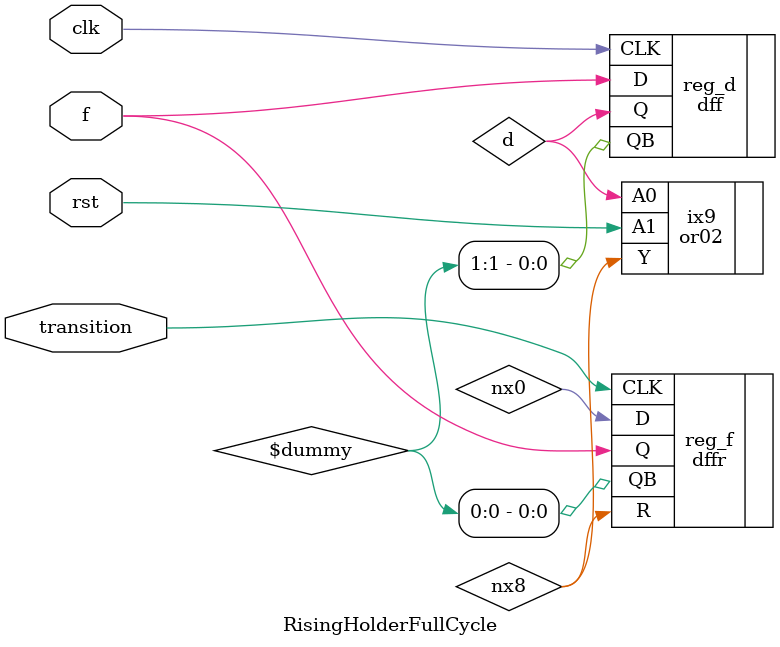
<source format=v>


module FcMain ( cnnDone, ioDone, clk, reset, defaultAddressNeorons, 
                dmaAddRamNeorons, readRamNeorons, finishRamNeorons, 
                dataOutRamNeorons, dmaAddRamWeights, readRamWeights, 
                finishRamWeights, dataOutRamWeights, fcDone, MAXPrediction ) ;

    input cnnDone ;
    input ioDone ;
    input clk ;
    input reset ;
    input [12:0]defaultAddressNeorons ;
    output [12:0]dmaAddRamNeorons ;
    output readRamNeorons ;
    input finishRamNeorons ;
    input [79:0]dataOutRamNeorons ;
    output [15:0]dmaAddRamWeights ;
    output readRamWeights ;
    input finishRamWeights ;
    input [79:0]dataOutRamWeights ;
    output fcDone ;
    output [3:0]MAXPrediction ;

    wire state_10, state_8, state_6, neoronMuxOutput_15, neoronMuxOutput_14, 
         neoronMuxOutput_13, neoronMuxOutput_12, neoronMuxOutput_11, 
         neoronMuxOutput_10, neoronMuxOutput_9, neoronMuxOutput_8, 
         neoronMuxOutput_7, neoronMuxOutput_6, neoronMuxOutput_5, 
         neoronMuxOutput_4, neoronMuxOutput_3, neoronMuxOutput_2, 
         neoronMuxOutput_1, neoronMuxOutput_0, numberOFNeorons_15, 
         numberOFNeorons_14, numberOFNeorons_13, numberOFNeorons_12, 
         numberOFNeorons_11, numberOFNeorons_10, numberOFNeorons_9, 
         numberOFNeorons_8, numberOFNeorons_7, numberOFNeorons_6, 
         numberOFNeorons_5, numberOFNeorons_4, numberOFNeorons_3, 
         numberOFNeorons_2, numberOFNeorons_1, numberOFNeorons_0, doneMax, 
         labelReg_9__15, labelReg_9__14, labelReg_9__13, labelReg_9__12, 
         labelReg_9__11, labelReg_9__10, labelReg_9__9, labelReg_9__8, 
         labelReg_9__7, labelReg_9__6, labelReg_9__5, labelReg_9__4, 
         labelReg_9__3, labelReg_9__2, labelReg_9__1, labelReg_9__0, 
         labelReg_8__15, labelReg_8__14, labelReg_8__13, labelReg_8__12, 
         labelReg_8__11, labelReg_8__10, labelReg_8__9, labelReg_8__8, 
         labelReg_8__7, labelReg_8__6, labelReg_8__5, labelReg_8__4, 
         labelReg_8__3, labelReg_8__2, labelReg_8__1, labelReg_8__0, 
         labelReg_7__15, labelReg_7__14, labelReg_7__13, labelReg_7__12, 
         labelReg_7__11, labelReg_7__10, labelReg_7__9, labelReg_7__8, 
         labelReg_7__7, labelReg_7__6, labelReg_7__5, labelReg_7__4, 
         labelReg_7__3, labelReg_7__2, labelReg_7__1, labelReg_7__0, 
         labelReg_6__15, labelReg_6__14, labelReg_6__13, labelReg_6__12, 
         labelReg_6__11, labelReg_6__10, labelReg_6__9, labelReg_6__8, 
         labelReg_6__7, labelReg_6__6, labelReg_6__5, labelReg_6__4, 
         labelReg_6__3, labelReg_6__2, labelReg_6__1, labelReg_6__0, 
         labelReg_5__15, labelReg_5__14, labelReg_5__13, labelReg_5__12, 
         labelReg_5__11, labelReg_5__10, labelReg_5__9, labelReg_5__8, 
         labelReg_5__7, labelReg_5__6, labelReg_5__5, labelReg_5__4, 
         labelReg_5__3, labelReg_5__2, labelReg_5__1, labelReg_5__0, 
         labelReg_4__15, labelReg_4__14, labelReg_4__13, labelReg_4__12, 
         labelReg_4__11, labelReg_4__10, labelReg_4__9, labelReg_4__8, 
         labelReg_4__7, labelReg_4__6, labelReg_4__5, labelReg_4__4, 
         labelReg_4__3, labelReg_4__2, labelReg_4__1, labelReg_4__0, 
         labelReg_3__15, labelReg_3__14, labelReg_3__13, labelReg_3__12, 
         labelReg_3__11, labelReg_3__10, labelReg_3__9, labelReg_3__8, 
         labelReg_3__7, labelReg_3__6, labelReg_3__5, labelReg_3__4, 
         labelReg_3__3, labelReg_3__2, labelReg_3__1, labelReg_3__0, 
         labelReg_2__15, labelReg_2__14, labelReg_2__13, labelReg_2__12, 
         labelReg_2__11, labelReg_2__10, labelReg_2__9, labelReg_2__8, 
         labelReg_2__7, labelReg_2__6, labelReg_2__5, labelReg_2__4, 
         labelReg_2__3, labelReg_2__2, labelReg_2__1, labelReg_2__0, 
         labelReg_1__15, labelReg_1__14, labelReg_1__13, labelReg_1__12, 
         labelReg_1__11, labelReg_1__10, labelReg_1__9, labelReg_1__8, 
         labelReg_1__7, labelReg_1__6, labelReg_1__5, labelReg_1__4, 
         labelReg_1__3, labelReg_1__2, labelReg_1__1, labelReg_1__0, 
         labelReg_0__15, labelReg_0__14, labelReg_0__13, labelReg_0__12, 
         labelReg_0__11, labelReg_0__10, labelReg_0__9, labelReg_0__8, 
         labelReg_0__7, labelReg_0__6, labelReg_0__5, labelReg_0__4, 
         labelReg_0__3, labelReg_0__2, labelReg_0__1, labelReg_0__0, maxNumber_3, 
         maxNumber_2, maxNumber_1, maxNumber_0, multiplyWorkDelayed, 
         multiplyWorkIn, clkInverted, bufferTwoInput, cnnDoneOneCycle, 
         beginSignal, incrementWeightAdd, neoronValueSelection, decrement, 
         loadNumberOFNeorons, oneNeoron_8, oneNeoron_15, state_4, state_9, nx0, 
         state_3, nx1076, state_2, state_1, nx12, state_0, nx20, nx34, nx44, 
         nx54, nx98, nx106, nx120, nx126, nx152, nx158, nx160, nx166, nx176, 
         nx1082, nx1084, nx1093, nx1100, nx1102, nx1104, nx1106, nx1108, nx1110, 
         nx1112, nx1120, nx1122, nx1133, nx1138, nx1144, nx1158, nx1160, nx1162, 
         nx1164, nx1166, nx1168, nx1170, nx1172, nx1174, nx1176, nx1178, nx1180, 
         nx1182, nx1184, nx1186, nx1188, nx1190, nx1192, nx1194, nx1196, nx1198, 
         nx1200, nx1202, nx1204, nx1206, nx1208, nx1210, nx1212, nx1214, nx1216, 
         nx1218, nx1220, nx1222, nx1224, nx1226, nx1228, nx1230, nx1232, nx1234, 
         nx1236, nx1238, nx1240, nx1242, nx1244, nx1246, nx1248, nx1250, nx1252, 
         nx1254, nx1256, nx1258, nx1260, nx1262, nx1264, nx1266, nx1268, nx1270, 
         nx1272, nx1274, nx1276, nx1278, nx1280, nx1282, nx1284, nx1286, nx1288, 
         nx1290, nx1292, nx1294, nx1296, nx1298, nx1300, nx1302, nx1304, nx1306, 
         nx1308, nx1310, nx1312, nx1314, nx1316, nx1318, nx1320, nx1326, nx1352;
    wire [15:0] \$dummy ;




    RisingHolderFullCycle CNNDONEHOLDER (.transition (beginSignal), .clk (clk), .rst (
                          reset), .f (cnnDoneOneCycle)) ;
    CounterUpDown_16 NEORONSLASTSTAGES (.load ({dataOutRamWeights[15],
                     dataOutRamWeights[14],dataOutRamWeights[13],
                     dataOutRamWeights[12],dataOutRamWeights[11],
                     dataOutRamWeights[10],dataOutRamWeights[9],
                     dataOutRamWeights[8],dataOutRamWeights[7],
                     dataOutRamWeights[6],dataOutRamWeights[5],
                     dataOutRamWeights[4],dataOutRamWeights[3],
                     dataOutRamWeights[2],dataOutRamWeights[1],
                     dataOutRamWeights[0]}), .resetValue ({oneNeoron_15,
                     oneNeoron_15,oneNeoron_15,oneNeoron_15,oneNeoron_15,
                     oneNeoron_15,oneNeoron_15,oneNeoron_15,oneNeoron_15,
                     oneNeoron_15,oneNeoron_15,oneNeoron_15,oneNeoron_15,
                     oneNeoron_15,oneNeoron_15,oneNeoron_15}), .clk (clk), .en (
                     decrement), .rst (reset), .isLoad (nx1326), .upOrDown (
                     oneNeoron_8), .count ({numberOFNeorons_15,
                     numberOFNeorons_14,numberOFNeorons_13,numberOFNeorons_12,
                     numberOFNeorons_11,numberOFNeorons_10,numberOFNeorons_9,
                     numberOFNeorons_8,numberOFNeorons_7,numberOFNeorons_6,
                     numberOFNeorons_5,numberOFNeorons_4,numberOFNeorons_3,
                     numberOFNeorons_2,numberOFNeorons_1,numberOFNeorons_0})) ;
    Mux2_16 NEORONREGMux (.A ({dataOutRamNeorons[15],dataOutRamNeorons[14],
            dataOutRamNeorons[13],dataOutRamNeorons[12],dataOutRamNeorons[11],
            dataOutRamNeorons[10],dataOutRamNeorons[9],dataOutRamNeorons[8],
            dataOutRamNeorons[7],dataOutRamNeorons[6],dataOutRamNeorons[5],
            dataOutRamNeorons[4],dataOutRamNeorons[3],dataOutRamNeorons[2],
            dataOutRamNeorons[1],dataOutRamNeorons[0]}), .B ({oneNeoron_15,
            oneNeoron_15,oneNeoron_15,oneNeoron_15,oneNeoron_15,oneNeoron_15,
            oneNeoron_15,oneNeoron_8,oneNeoron_15,oneNeoron_15,oneNeoron_15,
            oneNeoron_15,oneNeoron_15,oneNeoron_15,oneNeoron_15,oneNeoron_15}), 
            .S (neoronValueSelection), .C ({neoronMuxOutput_15,
            neoronMuxOutput_14,neoronMuxOutput_13,neoronMuxOutput_12,
            neoronMuxOutput_11,neoronMuxOutput_10,neoronMuxOutput_9,
            neoronMuxOutput_8,neoronMuxOutput_7,neoronMuxOutput_6,
            neoronMuxOutput_5,neoronMuxOutput_4,neoronMuxOutput_3,
            neoronMuxOutput_2,neoronMuxOutput_1,neoronMuxOutput_0})) ;
    ngetMax_16_10 MAXIMIZATIONMAP (.inputArray_9__15 (labelReg_9__15), .inputArray_9__14 (
                  labelReg_9__14), .inputArray_9__13 (labelReg_9__13), .inputArray_9__12 (
                  labelReg_9__12), .inputArray_9__11 (labelReg_9__11), .inputArray_9__10 (
                  labelReg_9__10), .inputArray_9__9 (labelReg_9__9), .inputArray_9__8 (
                  labelReg_9__8), .inputArray_9__7 (labelReg_9__7), .inputArray_9__6 (
                  labelReg_9__6), .inputArray_9__5 (labelReg_9__5), .inputArray_9__4 (
                  labelReg_9__4), .inputArray_9__3 (labelReg_9__3), .inputArray_9__2 (
                  labelReg_9__2), .inputArray_9__1 (labelReg_9__1), .inputArray_9__0 (
                  labelReg_9__0), .inputArray_8__15 (labelReg_8__15), .inputArray_8__14 (
                  labelReg_8__14), .inputArray_8__13 (labelReg_8__13), .inputArray_8__12 (
                  labelReg_8__12), .inputArray_8__11 (labelReg_8__11), .inputArray_8__10 (
                  labelReg_8__10), .inputArray_8__9 (labelReg_8__9), .inputArray_8__8 (
                  labelReg_8__8), .inputArray_8__7 (labelReg_8__7), .inputArray_8__6 (
                  labelReg_8__6), .inputArray_8__5 (labelReg_8__5), .inputArray_8__4 (
                  labelReg_8__4), .inputArray_8__3 (labelReg_8__3), .inputArray_8__2 (
                  labelReg_8__2), .inputArray_8__1 (labelReg_8__1), .inputArray_8__0 (
                  labelReg_8__0), .inputArray_7__15 (labelReg_7__15), .inputArray_7__14 (
                  labelReg_7__14), .inputArray_7__13 (labelReg_7__13), .inputArray_7__12 (
                  labelReg_7__12), .inputArray_7__11 (labelReg_7__11), .inputArray_7__10 (
                  labelReg_7__10), .inputArray_7__9 (labelReg_7__9), .inputArray_7__8 (
                  labelReg_7__8), .inputArray_7__7 (labelReg_7__7), .inputArray_7__6 (
                  labelReg_7__6), .inputArray_7__5 (labelReg_7__5), .inputArray_7__4 (
                  labelReg_7__4), .inputArray_7__3 (labelReg_7__3), .inputArray_7__2 (
                  labelReg_7__2), .inputArray_7__1 (labelReg_7__1), .inputArray_7__0 (
                  labelReg_7__0), .inputArray_6__15 (labelReg_6__15), .inputArray_6__14 (
                  labelReg_6__14), .inputArray_6__13 (labelReg_6__13), .inputArray_6__12 (
                  labelReg_6__12), .inputArray_6__11 (labelReg_6__11), .inputArray_6__10 (
                  labelReg_6__10), .inputArray_6__9 (labelReg_6__9), .inputArray_6__8 (
                  labelReg_6__8), .inputArray_6__7 (labelReg_6__7), .inputArray_6__6 (
                  labelReg_6__6), .inputArray_6__5 (labelReg_6__5), .inputArray_6__4 (
                  labelReg_6__4), .inputArray_6__3 (labelReg_6__3), .inputArray_6__2 (
                  labelReg_6__2), .inputArray_6__1 (labelReg_6__1), .inputArray_6__0 (
                  labelReg_6__0), .inputArray_5__15 (labelReg_5__15), .inputArray_5__14 (
                  labelReg_5__14), .inputArray_5__13 (labelReg_5__13), .inputArray_5__12 (
                  labelReg_5__12), .inputArray_5__11 (labelReg_5__11), .inputArray_5__10 (
                  labelReg_5__10), .inputArray_5__9 (labelReg_5__9), .inputArray_5__8 (
                  labelReg_5__8), .inputArray_5__7 (labelReg_5__7), .inputArray_5__6 (
                  labelReg_5__6), .inputArray_5__5 (labelReg_5__5), .inputArray_5__4 (
                  labelReg_5__4), .inputArray_5__3 (labelReg_5__3), .inputArray_5__2 (
                  labelReg_5__2), .inputArray_5__1 (labelReg_5__1), .inputArray_5__0 (
                  labelReg_5__0), .inputArray_4__15 (labelReg_4__15), .inputArray_4__14 (
                  labelReg_4__14), .inputArray_4__13 (labelReg_4__13), .inputArray_4__12 (
                  labelReg_4__12), .inputArray_4__11 (labelReg_4__11), .inputArray_4__10 (
                  labelReg_4__10), .inputArray_4__9 (labelReg_4__9), .inputArray_4__8 (
                  labelReg_4__8), .inputArray_4__7 (labelReg_4__7), .inputArray_4__6 (
                  labelReg_4__6), .inputArray_4__5 (labelReg_4__5), .inputArray_4__4 (
                  labelReg_4__4), .inputArray_4__3 (labelReg_4__3), .inputArray_4__2 (
                  labelReg_4__2), .inputArray_4__1 (labelReg_4__1), .inputArray_4__0 (
                  labelReg_4__0), .inputArray_3__15 (labelReg_3__15), .inputArray_3__14 (
                  labelReg_3__14), .inputArray_3__13 (labelReg_3__13), .inputArray_3__12 (
                  labelReg_3__12), .inputArray_3__11 (labelReg_3__11), .inputArray_3__10 (
                  labelReg_3__10), .inputArray_3__9 (labelReg_3__9), .inputArray_3__8 (
                  labelReg_3__8), .inputArray_3__7 (labelReg_3__7), .inputArray_3__6 (
                  labelReg_3__6), .inputArray_3__5 (labelReg_3__5), .inputArray_3__4 (
                  labelReg_3__4), .inputArray_3__3 (labelReg_3__3), .inputArray_3__2 (
                  labelReg_3__2), .inputArray_3__1 (labelReg_3__1), .inputArray_3__0 (
                  labelReg_3__0), .inputArray_2__15 (labelReg_2__15), .inputArray_2__14 (
                  labelReg_2__14), .inputArray_2__13 (labelReg_2__13), .inputArray_2__12 (
                  labelReg_2__12), .inputArray_2__11 (labelReg_2__11), .inputArray_2__10 (
                  labelReg_2__10), .inputArray_2__9 (labelReg_2__9), .inputArray_2__8 (
                  labelReg_2__8), .inputArray_2__7 (labelReg_2__7), .inputArray_2__6 (
                  labelReg_2__6), .inputArray_2__5 (labelReg_2__5), .inputArray_2__4 (
                  labelReg_2__4), .inputArray_2__3 (labelReg_2__3), .inputArray_2__2 (
                  labelReg_2__2), .inputArray_2__1 (labelReg_2__1), .inputArray_2__0 (
                  labelReg_2__0), .inputArray_1__15 (labelReg_1__15), .inputArray_1__14 (
                  labelReg_1__14), .inputArray_1__13 (labelReg_1__13), .inputArray_1__12 (
                  labelReg_1__12), .inputArray_1__11 (labelReg_1__11), .inputArray_1__10 (
                  labelReg_1__10), .inputArray_1__9 (labelReg_1__9), .inputArray_1__8 (
                  labelReg_1__8), .inputArray_1__7 (labelReg_1__7), .inputArray_1__6 (
                  labelReg_1__6), .inputArray_1__5 (labelReg_1__5), .inputArray_1__4 (
                  labelReg_1__4), .inputArray_1__3 (labelReg_1__3), .inputArray_1__2 (
                  labelReg_1__2), .inputArray_1__1 (labelReg_1__1), .inputArray_1__0 (
                  labelReg_1__0), .inputArray_0__15 (labelReg_0__15), .inputArray_0__14 (
                  labelReg_0__14), .inputArray_0__13 (labelReg_0__13), .inputArray_0__12 (
                  labelReg_0__12), .inputArray_0__11 (labelReg_0__11), .inputArray_0__10 (
                  labelReg_0__10), .inputArray_0__9 (labelReg_0__9), .inputArray_0__8 (
                  labelReg_0__8), .inputArray_0__7 (labelReg_0__7), .inputArray_0__6 (
                  labelReg_0__6), .inputArray_0__5 (labelReg_0__5), .inputArray_0__4 (
                  labelReg_0__4), .inputArray_0__3 (labelReg_0__3), .inputArray_0__2 (
                  labelReg_0__2), .inputArray_0__1 (labelReg_0__1), .inputArray_0__0 (
                  labelReg_0__0), .en (state_6), .clk (clk), .rst (state_10), .outLabel (
                  {maxNumber_3,maxNumber_2,maxNumber_1,maxNumber_0}), .done (
                  doneMax)) ;
    Alus8x16_10 ALUMAP (.q_9__7 (dataOutRamWeights[79]), .q_9__6 (
                dataOutRamWeights[78]), .q_9__5 (dataOutRamWeights[77]), .q_9__4 (
                dataOutRamWeights[76]), .q_9__3 (dataOutRamWeights[75]), .q_9__2 (
                dataOutRamWeights[74]), .q_9__1 (dataOutRamWeights[73]), .q_9__0 (
                dataOutRamWeights[72]), .q_8__7 (dataOutRamWeights[71]), .q_8__6 (
                dataOutRamWeights[70]), .q_8__5 (dataOutRamWeights[69]), .q_8__4 (
                dataOutRamWeights[68]), .q_8__3 (dataOutRamWeights[67]), .q_8__2 (
                dataOutRamWeights[66]), .q_8__1 (dataOutRamWeights[65]), .q_8__0 (
                dataOutRamWeights[64]), .q_7__7 (dataOutRamWeights[63]), .q_7__6 (
                dataOutRamWeights[62]), .q_7__5 (dataOutRamWeights[61]), .q_7__4 (
                dataOutRamWeights[60]), .q_7__3 (dataOutRamWeights[59]), .q_7__2 (
                dataOutRamWeights[58]), .q_7__1 (dataOutRamWeights[57]), .q_7__0 (
                dataOutRamWeights[56]), .q_6__7 (dataOutRamWeights[55]), .q_6__6 (
                dataOutRamWeights[54]), .q_6__5 (dataOutRamWeights[53]), .q_6__4 (
                dataOutRamWeights[52]), .q_6__3 (dataOutRamWeights[51]), .q_6__2 (
                dataOutRamWeights[50]), .q_6__1 (dataOutRamWeights[49]), .q_6__0 (
                dataOutRamWeights[48]), .q_5__7 (dataOutRamWeights[47]), .q_5__6 (
                dataOutRamWeights[46]), .q_5__5 (dataOutRamWeights[45]), .q_5__4 (
                dataOutRamWeights[44]), .q_5__3 (dataOutRamWeights[43]), .q_5__2 (
                dataOutRamWeights[42]), .q_5__1 (dataOutRamWeights[41]), .q_5__0 (
                dataOutRamWeights[40]), .q_4__7 (dataOutRamWeights[39]), .q_4__6 (
                dataOutRamWeights[38]), .q_4__5 (dataOutRamWeights[37]), .q_4__4 (
                dataOutRamWeights[36]), .q_4__3 (dataOutRamWeights[35]), .q_4__2 (
                dataOutRamWeights[34]), .q_4__1 (dataOutRamWeights[33]), .q_4__0 (
                dataOutRamWeights[32]), .q_3__7 (dataOutRamWeights[31]), .q_3__6 (
                dataOutRamWeights[30]), .q_3__5 (dataOutRamWeights[29]), .q_3__4 (
                dataOutRamWeights[28]), .q_3__3 (dataOutRamWeights[27]), .q_3__2 (
                dataOutRamWeights[26]), .q_3__1 (dataOutRamWeights[25]), .q_3__0 (
                dataOutRamWeights[24]), .q_2__7 (dataOutRamWeights[23]), .q_2__6 (
                dataOutRamWeights[22]), .q_2__5 (dataOutRamWeights[21]), .q_2__4 (
                dataOutRamWeights[20]), .q_2__3 (dataOutRamWeights[19]), .q_2__2 (
                dataOutRamWeights[18]), .q_2__1 (dataOutRamWeights[17]), .q_2__0 (
                dataOutRamWeights[16]), .q_1__7 (dataOutRamWeights[15]), .q_1__6 (
                dataOutRamWeights[14]), .q_1__5 (dataOutRamWeights[13]), .q_1__4 (
                dataOutRamWeights[12]), .q_1__3 (dataOutRamWeights[11]), .q_1__2 (
                dataOutRamWeights[10]), .q_1__1 (dataOutRamWeights[9]), .q_1__0 (
                dataOutRamWeights[8]), .q_0__7 (dataOutRamWeights[7]), .q_0__6 (
                dataOutRamWeights[6]), .q_0__5 (dataOutRamWeights[5]), .q_0__4 (
                dataOutRamWeights[4]), .q_0__3 (dataOutRamWeights[3]), .q_0__2 (
                dataOutRamWeights[2]), .q_0__1 (dataOutRamWeights[1]), .q_0__0 (
                dataOutRamWeights[0]), .m_9__15 (nx1160), .m_9__14 (nx1170), .m_9__13 (
                nx1180), .m_9__12 (nx1190), .m_9__11 (nx1200), .m_9__10 (nx1210)
                , .m_9__9 (nx1220), .m_9__8 (nx1230), .m_9__7 (nx1240), .m_9__6 (
                nx1250), .m_9__5 (nx1260), .m_9__4 (nx1270), .m_9__3 (nx1280), .m_9__2 (
                nx1290), .m_9__1 (nx1300), .m_9__0 (nx1310), .m_8__15 (nx1160), 
                .m_8__14 (nx1170), .m_8__13 (nx1180), .m_8__12 (nx1190), .m_8__11 (
                nx1200), .m_8__10 (nx1210), .m_8__9 (nx1220), .m_8__8 (nx1230), 
                .m_8__7 (nx1240), .m_8__6 (nx1250), .m_8__5 (nx1260), .m_8__4 (
                nx1270), .m_8__3 (nx1280), .m_8__2 (nx1290), .m_8__1 (nx1300), .m_8__0 (
                nx1310), .m_7__15 (nx1160), .m_7__14 (nx1170), .m_7__13 (nx1180)
                , .m_7__12 (nx1190), .m_7__11 (nx1200), .m_7__10 (nx1210), .m_7__9 (
                nx1220), .m_7__8 (nx1230), .m_7__7 (nx1240), .m_7__6 (nx1250), .m_7__5 (
                nx1260), .m_7__4 (nx1270), .m_7__3 (nx1280), .m_7__2 (nx1290), .m_7__1 (
                nx1300), .m_7__0 (nx1310), .m_6__15 (nx1162), .m_6__14 (nx1172)
                , .m_6__13 (nx1182), .m_6__12 (nx1192), .m_6__11 (nx1202), .m_6__10 (
                nx1212), .m_6__9 (nx1222), .m_6__8 (nx1232), .m_6__7 (nx1242), .m_6__6 (
                nx1252), .m_6__5 (nx1262), .m_6__4 (nx1272), .m_6__3 (nx1282), .m_6__2 (
                nx1292), .m_6__1 (nx1302), .m_6__0 (nx1312), .m_5__15 (nx1162), 
                .m_5__14 (nx1172), .m_5__13 (nx1182), .m_5__12 (nx1192), .m_5__11 (
                nx1202), .m_5__10 (nx1212), .m_5__9 (nx1222), .m_5__8 (nx1232), 
                .m_5__7 (nx1242), .m_5__6 (nx1252), .m_5__5 (nx1262), .m_5__4 (
                nx1272), .m_5__3 (nx1282), .m_5__2 (nx1292), .m_5__1 (nx1302), .m_5__0 (
                nx1312), .m_4__15 (nx1162), .m_4__14 (nx1172), .m_4__13 (nx1182)
                , .m_4__12 (nx1192), .m_4__11 (nx1202), .m_4__10 (nx1212), .m_4__9 (
                nx1222), .m_4__8 (nx1232), .m_4__7 (nx1242), .m_4__6 (nx1252), .m_4__5 (
                nx1262), .m_4__4 (nx1272), .m_4__3 (nx1282), .m_4__2 (nx1292), .m_4__1 (
                nx1302), .m_4__0 (nx1312), .m_3__15 (nx1164), .m_3__14 (nx1174)
                , .m_3__13 (nx1184), .m_3__12 (nx1194), .m_3__11 (nx1204), .m_3__10 (
                nx1214), .m_3__9 (nx1224), .m_3__8 (nx1234), .m_3__7 (nx1244), .m_3__6 (
                nx1254), .m_3__5 (nx1264), .m_3__4 (nx1274), .m_3__3 (nx1284), .m_3__2 (
                nx1294), .m_3__1 (nx1304), .m_3__0 (nx1314), .m_2__15 (nx1164), 
                .m_2__14 (nx1174), .m_2__13 (nx1184), .m_2__12 (nx1194), .m_2__11 (
                nx1204), .m_2__10 (nx1214), .m_2__9 (nx1224), .m_2__8 (nx1234), 
                .m_2__7 (nx1244), .m_2__6 (nx1254), .m_2__5 (nx1264), .m_2__4 (
                nx1274), .m_2__3 (nx1284), .m_2__2 (nx1294), .m_2__1 (nx1304), .m_2__0 (
                nx1314), .m_1__15 (nx1164), .m_1__14 (nx1174), .m_1__13 (nx1184)
                , .m_1__12 (nx1194), .m_1__11 (nx1204), .m_1__10 (nx1214), .m_1__9 (
                nx1224), .m_1__8 (nx1234), .m_1__7 (nx1244), .m_1__6 (nx1254), .m_1__5 (
                nx1264), .m_1__4 (nx1274), .m_1__3 (nx1284), .m_1__2 (nx1294), .m_1__1 (
                nx1304), .m_1__0 (nx1314), .m_0__15 (nx1166), .m_0__14 (nx1176)
                , .m_0__13 (nx1186), .m_0__12 (nx1196), .m_0__11 (nx1206), .m_0__10 (
                nx1216), .m_0__9 (nx1226), .m_0__8 (nx1236), .m_0__7 (nx1246), .m_0__6 (
                nx1256), .m_0__5 (nx1266), .m_0__4 (nx1276), .m_0__3 (nx1286), .m_0__2 (
                nx1296), .m_0__1 (nx1306), .m_0__0 (nx1316), .f_9__15 (
                labelReg_9__15), .f_9__14 (labelReg_9__14), .f_9__13 (
                labelReg_9__13), .f_9__12 (labelReg_9__12), .f_9__11 (
                labelReg_9__11), .f_9__10 (labelReg_9__10), .f_9__9 (
                labelReg_9__9), .f_9__8 (labelReg_9__8), .f_9__7 (labelReg_9__7)
                , .f_9__6 (labelReg_9__6), .f_9__5 (labelReg_9__5), .f_9__4 (
                labelReg_9__4), .f_9__3 (labelReg_9__3), .f_9__2 (labelReg_9__2)
                , .f_9__1 (labelReg_9__1), .f_9__0 (labelReg_9__0), .f_8__15 (
                labelReg_8__15), .f_8__14 (labelReg_8__14), .f_8__13 (
                labelReg_8__13), .f_8__12 (labelReg_8__12), .f_8__11 (
                labelReg_8__11), .f_8__10 (labelReg_8__10), .f_8__9 (
                labelReg_8__9), .f_8__8 (labelReg_8__8), .f_8__7 (labelReg_8__7)
                , .f_8__6 (labelReg_8__6), .f_8__5 (labelReg_8__5), .f_8__4 (
                labelReg_8__4), .f_8__3 (labelReg_8__3), .f_8__2 (labelReg_8__2)
                , .f_8__1 (labelReg_8__1), .f_8__0 (labelReg_8__0), .f_7__15 (
                labelReg_7__15), .f_7__14 (labelReg_7__14), .f_7__13 (
                labelReg_7__13), .f_7__12 (labelReg_7__12), .f_7__11 (
                labelReg_7__11), .f_7__10 (labelReg_7__10), .f_7__9 (
                labelReg_7__9), .f_7__8 (labelReg_7__8), .f_7__7 (labelReg_7__7)
                , .f_7__6 (labelReg_7__6), .f_7__5 (labelReg_7__5), .f_7__4 (
                labelReg_7__4), .f_7__3 (labelReg_7__3), .f_7__2 (labelReg_7__2)
                , .f_7__1 (labelReg_7__1), .f_7__0 (labelReg_7__0), .f_6__15 (
                labelReg_6__15), .f_6__14 (labelReg_6__14), .f_6__13 (
                labelReg_6__13), .f_6__12 (labelReg_6__12), .f_6__11 (
                labelReg_6__11), .f_6__10 (labelReg_6__10), .f_6__9 (
                labelReg_6__9), .f_6__8 (labelReg_6__8), .f_6__7 (labelReg_6__7)
                , .f_6__6 (labelReg_6__6), .f_6__5 (labelReg_6__5), .f_6__4 (
                labelReg_6__4), .f_6__3 (labelReg_6__3), .f_6__2 (labelReg_6__2)
                , .f_6__1 (labelReg_6__1), .f_6__0 (labelReg_6__0), .f_5__15 (
                labelReg_5__15), .f_5__14 (labelReg_5__14), .f_5__13 (
                labelReg_5__13), .f_5__12 (labelReg_5__12), .f_5__11 (
                labelReg_5__11), .f_5__10 (labelReg_5__10), .f_5__9 (
                labelReg_5__9), .f_5__8 (labelReg_5__8), .f_5__7 (labelReg_5__7)
                , .f_5__6 (labelReg_5__6), .f_5__5 (labelReg_5__5), .f_5__4 (
                labelReg_5__4), .f_5__3 (labelReg_5__3), .f_5__2 (labelReg_5__2)
                , .f_5__1 (labelReg_5__1), .f_5__0 (labelReg_5__0), .f_4__15 (
                labelReg_4__15), .f_4__14 (labelReg_4__14), .f_4__13 (
                labelReg_4__13), .f_4__12 (labelReg_4__12), .f_4__11 (
                labelReg_4__11), .f_4__10 (labelReg_4__10), .f_4__9 (
                labelReg_4__9), .f_4__8 (labelReg_4__8), .f_4__7 (labelReg_4__7)
                , .f_4__6 (labelReg_4__6), .f_4__5 (labelReg_4__5), .f_4__4 (
                labelReg_4__4), .f_4__3 (labelReg_4__3), .f_4__2 (labelReg_4__2)
                , .f_4__1 (labelReg_4__1), .f_4__0 (labelReg_4__0), .f_3__15 (
                labelReg_3__15), .f_3__14 (labelReg_3__14), .f_3__13 (
                labelReg_3__13), .f_3__12 (labelReg_3__12), .f_3__11 (
                labelReg_3__11), .f_3__10 (labelReg_3__10), .f_3__9 (
                labelReg_3__9), .f_3__8 (labelReg_3__8), .f_3__7 (labelReg_3__7)
                , .f_3__6 (labelReg_3__6), .f_3__5 (labelReg_3__5), .f_3__4 (
                labelReg_3__4), .f_3__3 (labelReg_3__3), .f_3__2 (labelReg_3__2)
                , .f_3__1 (labelReg_3__1), .f_3__0 (labelReg_3__0), .f_2__15 (
                labelReg_2__15), .f_2__14 (labelReg_2__14), .f_2__13 (
                labelReg_2__13), .f_2__12 (labelReg_2__12), .f_2__11 (
                labelReg_2__11), .f_2__10 (labelReg_2__10), .f_2__9 (
                labelReg_2__9), .f_2__8 (labelReg_2__8), .f_2__7 (labelReg_2__7)
                , .f_2__6 (labelReg_2__6), .f_2__5 (labelReg_2__5), .f_2__4 (
                labelReg_2__4), .f_2__3 (labelReg_2__3), .f_2__2 (labelReg_2__2)
                , .f_2__1 (labelReg_2__1), .f_2__0 (labelReg_2__0), .f_1__15 (
                labelReg_1__15), .f_1__14 (labelReg_1__14), .f_1__13 (
                labelReg_1__13), .f_1__12 (labelReg_1__12), .f_1__11 (
                labelReg_1__11), .f_1__10 (labelReg_1__10), .f_1__9 (
                labelReg_1__9), .f_1__8 (labelReg_1__8), .f_1__7 (labelReg_1__7)
                , .f_1__6 (labelReg_1__6), .f_1__5 (labelReg_1__5), .f_1__4 (
                labelReg_1__4), .f_1__3 (labelReg_1__3), .f_1__2 (labelReg_1__2)
                , .f_1__1 (labelReg_1__1), .f_1__0 (labelReg_1__0), .f_0__15 (
                labelReg_0__15), .f_0__14 (labelReg_0__14), .f_0__13 (
                labelReg_0__13), .f_0__12 (labelReg_0__12), .f_0__11 (
                labelReg_0__11), .f_0__10 (labelReg_0__10), .f_0__9 (
                labelReg_0__9), .f_0__8 (labelReg_0__8), .f_0__7 (labelReg_0__7)
                , .f_0__6 (labelReg_0__6), .f_0__5 (labelReg_0__5), .f_0__4 (
                labelReg_0__4), .f_0__3 (labelReg_0__3), .f_0__2 (labelReg_0__2)
                , .f_0__1 (labelReg_0__1), .f_0__0 (labelReg_0__0), .clk (clk), 
                .start (decrement), .rst (nx1352), .done (\$dummy [0]), .working (
                multiplyWorkIn)) ;
    FlibFlob bufferRegOne (.D (multiplyWorkIn), .en (oneNeoron_8), .clk (
             clkInverted), .rst (reset), .Q (bufferTwoInput), .Qbar (\$dummy [1]
             )) ;
    FlibFlob bufferRegTwo (.D (bufferTwoInput), .en (oneNeoron_8), .clk (clk), .rst (
             reset), .Q (multiplyWorkDelayed), .Qbar (\$dummy [2])) ;
    CounterUpDown_16 WeightAddressCounter (.load ({oneNeoron_15,oneNeoron_15,
                     oneNeoron_15,oneNeoron_15,oneNeoron_15,oneNeoron_15,
                     oneNeoron_15,oneNeoron_15,oneNeoron_15,oneNeoron_15,
                     oneNeoron_15,oneNeoron_15,oneNeoron_15,oneNeoron_15,
                     oneNeoron_15,oneNeoron_15}), .resetValue ({oneNeoron_15,
                     oneNeoron_15,oneNeoron_15,oneNeoron_15,oneNeoron_15,
                     oneNeoron_15,oneNeoron_15,oneNeoron_15,oneNeoron_15,
                     oneNeoron_15,oneNeoron_15,oneNeoron_15,oneNeoron_15,
                     oneNeoron_15,oneNeoron_15,oneNeoron_15}), .clk (clk), .en (
                     incrementWeightAdd), .rst (reset), .isLoad (nx1318), .upOrDown (
                     oneNeoron_15), .count ({dmaAddRamWeights[15],
                     dmaAddRamWeights[14],dmaAddRamWeights[13],
                     dmaAddRamWeights[12],dmaAddRamWeights[11],
                     dmaAddRamWeights[10],dmaAddRamWeights[9],
                     dmaAddRamWeights[8],dmaAddRamWeights[7],dmaAddRamWeights[6]
                     ,dmaAddRamWeights[5],dmaAddRamWeights[4],
                     dmaAddRamWeights[3],dmaAddRamWeights[2],dmaAddRamWeights[1]
                     ,dmaAddRamWeights[0]})) ;
    CounterUpDown_13 NeoronAddressCounter (.load ({defaultAddressNeorons[12],
                     defaultAddressNeorons[11],defaultAddressNeorons[10],
                     defaultAddressNeorons[9],defaultAddressNeorons[8],
                     defaultAddressNeorons[7],defaultAddressNeorons[6],
                     defaultAddressNeorons[5],defaultAddressNeorons[4],
                     defaultAddressNeorons[3],defaultAddressNeorons[2],
                     defaultAddressNeorons[1],defaultAddressNeorons[0]}), .resetValue (
                     {defaultAddressNeorons[12],defaultAddressNeorons[11],
                     defaultAddressNeorons[10],defaultAddressNeorons[9],
                     defaultAddressNeorons[8],defaultAddressNeorons[7],
                     defaultAddressNeorons[6],defaultAddressNeorons[5],
                     defaultAddressNeorons[4],defaultAddressNeorons[3],
                     defaultAddressNeorons[2],defaultAddressNeorons[1],
                     defaultAddressNeorons[0]}), .clk (clk), .en (state_8), .rst (
                     reset), .isLoad (nx1352), .upOrDown (oneNeoron_15), .count (
                     {dmaAddRamNeorons[12],dmaAddRamNeorons[11],
                     dmaAddRamNeorons[10],dmaAddRamNeorons[9],
                     dmaAddRamNeorons[8],dmaAddRamNeorons[7],dmaAddRamNeorons[6]
                     ,dmaAddRamNeorons[5],dmaAddRamNeorons[4],
                     dmaAddRamNeorons[3],dmaAddRamNeorons[2],dmaAddRamNeorons[1]
                     ,dmaAddRamNeorons[0]})) ;
    Reg_4 MAXVALUEREGMAP (.D ({maxNumber_3,maxNumber_2,maxNumber_1,maxNumber_0})
          , .en (oneNeoron_8), .clk (doneMax), .rst (reset), .Q ({
          MAXPrediction[3],MAXPrediction[2],MAXPrediction[1],MAXPrediction[0]})
          , .Qbar ({\$dummy [3],\$dummy [4],\$dummy [5],\$dummy [6]})) ;
    oai21 ix35 (.Y (nx34), .A0 (finishRamWeights), .A1 (nx1082), .B0 (nx1084)) ;
    dffr reg_state_1 (.Q (state_1), .QB (nx1082), .D (nx34), .CLK (clk), .R (
         reset)) ;
    oai21 ix1085 (.Y (nx1084), .A0 (state_0), .A1 (fcDone), .B0 (nx1320)) ;
    dffs_ni reg_state_0 (.Q (state_0), .QB (\$dummy [7]), .D (nx20), .CLK (clk)
            , .S (reset)) ;
    dffr reg_state_7 (.Q (fcDone), .QB (\$dummy [8]), .D (nx12), .CLK (clk), .R (
         reset)) ;
    ao22 ix13 (.Y (nx12), .A0 (doneMax), .A1 (state_6), .B0 (nx1144), .B1 (
         fcDone)) ;
    dffr reg_state_6 (.Q (state_6), .QB (\$dummy [9]), .D (nx176), .CLK (clk), .R (
         reset)) ;
    ao21 ix177 (.Y (nx176), .A0 (nx1093), .A1 (state_6), .B0 (state_10)) ;
    inv01 ix1094 (.Y (nx1093), .A (doneMax)) ;
    dffr reg_state_10 (.Q (state_10), .QB (\$dummy [10]), .D (nx166), .CLK (clk)
         , .R (reset)) ;
    or02 ix161 (.Y (nx160), .A0 (nx158), .A1 (decrement)) ;
    nor03_2x ix159 (.Y (nx158), .A0 (nx1100), .A1 (nx1112), .A2 (nx152)) ;
    nor03_2x ix1101 (.Y (nx1100), .A0 (nx1102), .A1 (finishRamNeorons), .A2 (
             finishRamWeights)) ;
    nor04 ix1105 (.Y (nx1104), .A0 (numberOFNeorons_0), .A1 (numberOFNeorons_1)
          , .A2 (numberOFNeorons_2), .A3 (numberOFNeorons_3)) ;
    nor04 ix1107 (.Y (nx1106), .A0 (numberOFNeorons_4), .A1 (numberOFNeorons_5)
          , .A2 (numberOFNeorons_6), .A3 (numberOFNeorons_7)) ;
    nor04 ix1109 (.Y (nx1108), .A0 (numberOFNeorons_8), .A1 (numberOFNeorons_9)
          , .A2 (numberOFNeorons_10), .A3 (numberOFNeorons_11)) ;
    nor04 ix1111 (.Y (nx1110), .A0 (numberOFNeorons_12), .A1 (numberOFNeorons_13
          ), .A2 (numberOFNeorons_14), .A3 (numberOFNeorons_15)) ;
    dffr reg_state_4 (.Q (state_4), .QB (nx1112), .D (nx160), .CLK (clk), .R (
         reset)) ;
    nor04 ix153 (.Y (nx152), .A0 (finishRamNeorons), .A1 (finishRamWeights), .A2 (
          nx98), .A3 (nx0)) ;
    nand04 ix99 (.Y (nx98), .A0 (nx1104), .A1 (nx1106), .A2 (nx1108), .A3 (
           nx1110)) ;
    or02 ix133 (.Y (decrement), .A0 (state_8), .A1 (state_9)) ;
    dffr reg_state_8 (.Q (state_8), .QB (\$dummy [11]), .D (nx126), .CLK (clk), 
         .R (reset)) ;
    nor02ii ix127 (.Y (nx126), .A0 (nx1120), .A1 (readRamNeorons)) ;
    nand03 ix1121 (.Y (nx1120), .A0 (nx1122), .A1 (finishRamNeorons), .A2 (
           finishRamWeights)) ;
    nand02 ix1123 (.Y (nx1122), .A0 (multiplyWorkIn), .A1 (multiplyWorkDelayed)
           ) ;
    dffr reg_state_5 (.Q (readRamNeorons), .QB (\$dummy [12]), .D (nx120), .CLK (
         clk), .R (reset)) ;
    ao22 ix121 (.Y (nx120), .A0 (readRamNeorons), .A1 (nx1120), .B0 (state_4), .B1 (
         nx106)) ;
    nor03_2x ix107 (.Y (nx106), .A0 (nx1102), .A1 (finishRamNeorons), .A2 (
             finishRamWeights)) ;
    dffr reg_state_9 (.Q (state_9), .QB (\$dummy [13]), .D (nx1076), .CLK (clk)
         , .R (reset)) ;
    dffr reg_state_3 (.Q (state_3), .QB (\$dummy [14]), .D (nx54), .CLK (clk), .R (
         reset)) ;
    ao22 ix55 (.Y (nx54), .A0 (nx1133), .A1 (state_2), .B0 (state_3), .B1 (
         nx1138)) ;
    inv01 ix1134 (.Y (nx1133), .A (finishRamWeights)) ;
    dffr reg_state_2 (.Q (state_2), .QB (\$dummy [15]), .D (nx44), .CLK (clk), .R (
         reset)) ;
    ao21 ix45 (.Y (nx44), .A0 (finishRamWeights), .A1 (state_2), .B0 (nx1326)) ;
    nand03 ix1139 (.Y (nx1138), .A0 (nx1122), .A1 (finishRamWeights), .A2 (
           state_3)) ;
    inv01 ix1145 (.Y (nx1144), .A (cnnDoneOneCycle)) ;
    or02 ix183 (.Y (neoronValueSelection), .A0 (state_3), .A1 (state_9)) ;
    or02 ix185 (.Y (incrementWeightAdd), .A0 (nx1326), .A1 (decrement)) ;
    or03 ix189 (.Y (readRamWeights), .A0 (state_3), .A1 (readRamNeorons), .A2 (
         state_1)) ;
    and02 ix193 (.Y (beginSignal), .A0 (ioDone), .A1 (cnnDone)) ;
    inv01 ix1152 (.Y (clkInverted), .A (clk)) ;
    inv01 ix1103 (.Y (nx1102), .A (nx98)) ;
    inv01 ix65 (.Y (nx1076), .A (nx1138)) ;
    inv01 ix1 (.Y (nx0), .A (nx1122)) ;
    inv01 ix1157 (.Y (nx1158), .A (neoronMuxOutput_15)) ;
    inv01 ix1159 (.Y (nx1160), .A (nx1158)) ;
    inv01 ix1161 (.Y (nx1162), .A (nx1158)) ;
    inv01 ix1163 (.Y (nx1164), .A (nx1158)) ;
    inv01 ix1165 (.Y (nx1166), .A (nx1158)) ;
    inv01 ix1167 (.Y (nx1168), .A (neoronMuxOutput_14)) ;
    inv01 ix1169 (.Y (nx1170), .A (nx1168)) ;
    inv01 ix1171 (.Y (nx1172), .A (nx1168)) ;
    inv01 ix1173 (.Y (nx1174), .A (nx1168)) ;
    inv01 ix1175 (.Y (nx1176), .A (nx1168)) ;
    inv01 ix1177 (.Y (nx1178), .A (neoronMuxOutput_13)) ;
    inv01 ix1179 (.Y (nx1180), .A (nx1178)) ;
    inv01 ix1181 (.Y (nx1182), .A (nx1178)) ;
    inv01 ix1183 (.Y (nx1184), .A (nx1178)) ;
    inv01 ix1185 (.Y (nx1186), .A (nx1178)) ;
    inv01 ix1187 (.Y (nx1188), .A (neoronMuxOutput_12)) ;
    inv01 ix1189 (.Y (nx1190), .A (nx1188)) ;
    inv01 ix1191 (.Y (nx1192), .A (nx1188)) ;
    inv01 ix1193 (.Y (nx1194), .A (nx1188)) ;
    inv01 ix1195 (.Y (nx1196), .A (nx1188)) ;
    inv01 ix1197 (.Y (nx1198), .A (neoronMuxOutput_11)) ;
    inv01 ix1199 (.Y (nx1200), .A (nx1198)) ;
    inv01 ix1201 (.Y (nx1202), .A (nx1198)) ;
    inv01 ix1203 (.Y (nx1204), .A (nx1198)) ;
    inv01 ix1205 (.Y (nx1206), .A (nx1198)) ;
    inv01 ix1207 (.Y (nx1208), .A (neoronMuxOutput_10)) ;
    inv01 ix1209 (.Y (nx1210), .A (nx1208)) ;
    inv01 ix1211 (.Y (nx1212), .A (nx1208)) ;
    inv01 ix1213 (.Y (nx1214), .A (nx1208)) ;
    inv01 ix1215 (.Y (nx1216), .A (nx1208)) ;
    inv01 ix1217 (.Y (nx1218), .A (neoronMuxOutput_9)) ;
    inv01 ix1219 (.Y (nx1220), .A (nx1218)) ;
    inv01 ix1221 (.Y (nx1222), .A (nx1218)) ;
    inv01 ix1223 (.Y (nx1224), .A (nx1218)) ;
    inv01 ix1225 (.Y (nx1226), .A (nx1218)) ;
    inv01 ix1227 (.Y (nx1228), .A (neoronMuxOutput_8)) ;
    inv01 ix1229 (.Y (nx1230), .A (nx1228)) ;
    inv01 ix1231 (.Y (nx1232), .A (nx1228)) ;
    inv01 ix1233 (.Y (nx1234), .A (nx1228)) ;
    inv01 ix1235 (.Y (nx1236), .A (nx1228)) ;
    inv01 ix1237 (.Y (nx1238), .A (neoronMuxOutput_7)) ;
    inv01 ix1239 (.Y (nx1240), .A (nx1238)) ;
    inv01 ix1241 (.Y (nx1242), .A (nx1238)) ;
    inv01 ix1243 (.Y (nx1244), .A (nx1238)) ;
    inv01 ix1245 (.Y (nx1246), .A (nx1238)) ;
    inv01 ix1247 (.Y (nx1248), .A (neoronMuxOutput_6)) ;
    inv01 ix1249 (.Y (nx1250), .A (nx1248)) ;
    inv01 ix1251 (.Y (nx1252), .A (nx1248)) ;
    inv01 ix1253 (.Y (nx1254), .A (nx1248)) ;
    inv01 ix1255 (.Y (nx1256), .A (nx1248)) ;
    inv01 ix1257 (.Y (nx1258), .A (neoronMuxOutput_5)) ;
    inv01 ix1259 (.Y (nx1260), .A (nx1258)) ;
    inv01 ix1261 (.Y (nx1262), .A (nx1258)) ;
    inv01 ix1263 (.Y (nx1264), .A (nx1258)) ;
    inv01 ix1265 (.Y (nx1266), .A (nx1258)) ;
    inv01 ix1267 (.Y (nx1268), .A (neoronMuxOutput_4)) ;
    inv01 ix1269 (.Y (nx1270), .A (nx1268)) ;
    inv01 ix1271 (.Y (nx1272), .A (nx1268)) ;
    inv01 ix1273 (.Y (nx1274), .A (nx1268)) ;
    inv01 ix1275 (.Y (nx1276), .A (nx1268)) ;
    inv01 ix1277 (.Y (nx1278), .A (neoronMuxOutput_3)) ;
    inv01 ix1279 (.Y (nx1280), .A (nx1278)) ;
    inv01 ix1281 (.Y (nx1282), .A (nx1278)) ;
    inv01 ix1283 (.Y (nx1284), .A (nx1278)) ;
    inv01 ix1285 (.Y (nx1286), .A (nx1278)) ;
    inv01 ix1287 (.Y (nx1288), .A (neoronMuxOutput_2)) ;
    inv01 ix1289 (.Y (nx1290), .A (nx1288)) ;
    inv01 ix1291 (.Y (nx1292), .A (nx1288)) ;
    inv01 ix1293 (.Y (nx1294), .A (nx1288)) ;
    inv01 ix1295 (.Y (nx1296), .A (nx1288)) ;
    inv01 ix1297 (.Y (nx1298), .A (neoronMuxOutput_1)) ;
    inv01 ix1299 (.Y (nx1300), .A (nx1298)) ;
    inv01 ix1301 (.Y (nx1302), .A (nx1298)) ;
    inv01 ix1303 (.Y (nx1304), .A (nx1298)) ;
    inv01 ix1305 (.Y (nx1306), .A (nx1298)) ;
    inv01 ix1307 (.Y (nx1308), .A (neoronMuxOutput_0)) ;
    inv01 ix1309 (.Y (nx1310), .A (nx1308)) ;
    inv01 ix1311 (.Y (nx1312), .A (nx1308)) ;
    inv01 ix1313 (.Y (nx1314), .A (nx1308)) ;
    inv01 ix1315 (.Y (nx1316), .A (nx1308)) ;
    inv02 ix1317 (.Y (nx1318), .A (nx1144)) ;
    inv02 ix1319 (.Y (nx1320), .A (nx1144)) ;
    nor02ii ix41 (.Y (loadNumberOFNeorons), .A0 (nx1082), .A1 (finishRamWeights)
            ) ;
    and02 ix21 (.Y (nx20), .A0 (nx1144), .A1 (state_0)) ;
    nor02ii ix167 (.Y (nx166), .A0 (nx1112), .A1 (nx152)) ;
    buf02 ix1325 (.Y (nx1326), .A (loadNumberOFNeorons)) ;
    inv02 ix1351 (.Y (nx1352), .A (nx1144)) ;
endmodule


module Reg_4 ( D, en, clk, rst, Q, Qbar ) ;

    input [3:0]D ;
    input en ;
    input clk ;
    input rst ;
    output [3:0]Q ;
    output [3:0]Qbar ;

    wire nx146, nx156, nx166, nx176, nx186, nx196, nx206, nx216, nx228, nx233, 
         nx238, nx243, nx263, nx265;
    wire [7:0] \$dummy ;




    dffs_ni reg_Qbar_0 (.Q (Qbar[0]), .QB (\$dummy [0]), .D (nx186), .CLK (nx263
            ), .S (rst)) ;
    mux21_ni ix187 (.Y (nx186), .A0 (Qbar[0]), .A1 (nx228), .S0 (en)) ;
    inv01 ix229 (.Y (nx228), .A (D[0])) ;
    dffs_ni reg_Qbar_1 (.Q (Qbar[1]), .QB (\$dummy [1]), .D (nx196), .CLK (nx263
            ), .S (rst)) ;
    mux21_ni ix197 (.Y (nx196), .A0 (Qbar[1]), .A1 (nx233), .S0 (en)) ;
    inv01 ix234 (.Y (nx233), .A (D[1])) ;
    dffs_ni reg_Qbar_2 (.Q (Qbar[2]), .QB (\$dummy [2]), .D (nx206), .CLK (nx263
            ), .S (rst)) ;
    mux21_ni ix207 (.Y (nx206), .A0 (Qbar[2]), .A1 (nx238), .S0 (en)) ;
    inv01 ix239 (.Y (nx238), .A (D[2])) ;
    dffs_ni reg_Qbar_3 (.Q (Qbar[3]), .QB (\$dummy [3]), .D (nx216), .CLK (nx263
            ), .S (rst)) ;
    mux21_ni ix217 (.Y (nx216), .A0 (Qbar[3]), .A1 (nx243), .S0 (en)) ;
    inv01 ix244 (.Y (nx243), .A (D[3])) ;
    dffr reg_Q_0 (.Q (Q[0]), .QB (\$dummy [4]), .D (nx146), .CLK (nx263), .R (
         rst)) ;
    mux21_ni ix147 (.Y (nx146), .A0 (Q[0]), .A1 (D[0]), .S0 (en)) ;
    dffr reg_Q_1 (.Q (Q[1]), .QB (\$dummy [5]), .D (nx156), .CLK (nx263), .R (
         rst)) ;
    mux21_ni ix157 (.Y (nx156), .A0 (Q[1]), .A1 (D[1]), .S0 (en)) ;
    dffr reg_Q_2 (.Q (Q[2]), .QB (\$dummy [6]), .D (nx166), .CLK (nx263), .R (
         rst)) ;
    mux21_ni ix167 (.Y (nx166), .A0 (Q[2]), .A1 (D[2]), .S0 (en)) ;
    dffr reg_Q_3 (.Q (Q[3]), .QB (\$dummy [7]), .D (nx176), .CLK (nx265), .R (
         rst)) ;
    mux21_ni ix177 (.Y (nx176), .A0 (Q[3]), .A1 (D[3]), .S0 (en)) ;
    buf02 ix262 (.Y (nx263), .A (clk)) ;
    buf02 ix264 (.Y (nx265), .A (clk)) ;
endmodule


module CounterUpDown_13 ( load, resetValue, clk, en, rst, isLoad, upOrDown, 
                          count ) ;

    input [12:0]load ;
    input [12:0]resetValue ;
    input clk ;
    input en ;
    input rst ;
    input isLoad ;
    input upOrDown ;
    output [12:0]count ;

    wire countAdded_12, countAdded_11, countAdded_10, countAdded_9, countAdded_8, 
         countAdded_7, countAdded_6, countAdded_5, countAdded_4, countAdded_3, 
         countAdded_2, countAdded_1, countAdded_0, NOT_upOrDown, nx8, nx10, nx14, 
         nx24, nx26, nx30, nx40, nx42, nx46, nx56, nx58, nx62, nx72, nx74, nx78, 
         nx88, nx90, nx94, nx104, nx106, nx110, nx120, nx122, nx126, nx136, 
         nx138, nx142, nx152, nx154, nx158, nx168, nx170, nx174, nx184, nx186, 
         nx190, nx200, nx202, nx206, nx499, nx509, nx519, nx529, nx539, nx549, 
         nx559, nx569, nx579, nx589, nx599, nx609, nx619, nx636, nx720, nx722, 
         nx732, nx734;
    wire [13:0] \$dummy ;




    NBitAdder_13 nextCount (.a ({count[12],count[11],count[10],count[9],count[8]
                 ,count[7],count[6],count[5],count[4],count[3],count[2],count[1]
                 ,count[0]}), .b ({upOrDown,upOrDown,upOrDown,upOrDown,upOrDown,
                 upOrDown,upOrDown,upOrDown,upOrDown,upOrDown,upOrDown,upOrDown,
                 upOrDown}), .carryIn (NOT_upOrDown), .sum ({countAdded_12,
                 countAdded_11,countAdded_10,countAdded_9,countAdded_8,
                 countAdded_7,countAdded_6,countAdded_5,countAdded_4,
                 countAdded_3,countAdded_2,countAdded_1,countAdded_0}), .carryOut (
                 \$dummy [0])) ;
    inv01 ix632 (.Y (NOT_upOrDown), .A (upOrDown)) ;
    dffsr_ni reg_currentCount_0 (.Q (count[0]), .QB (\$dummy [1]), .D (nx499), .CLK (
             clk), .S (nx10), .R (nx14)) ;
    mux21_ni ix500 (.Y (nx499), .A0 (nx8), .A1 (count[0]), .S0 (nx720)) ;
    mux21_ni ix9 (.Y (nx8), .A0 (load[0]), .A1 (countAdded_0), .S0 (nx732)) ;
    nor02_2x ix637 (.Y (nx636), .A0 (nx732), .A1 (isLoad)) ;
    and02 ix11 (.Y (nx10), .A0 (resetValue[0]), .A1 (rst)) ;
    dffsr_ni reg_currentCount_1 (.Q (count[1]), .QB (\$dummy [2]), .D (nx509), .CLK (
             clk), .S (nx26), .R (nx30)) ;
    mux21_ni ix510 (.Y (nx509), .A0 (nx24), .A1 (count[1]), .S0 (nx720)) ;
    mux21_ni ix25 (.Y (nx24), .A0 (load[1]), .A1 (countAdded_1), .S0 (nx732)) ;
    and02 ix27 (.Y (nx26), .A0 (resetValue[1]), .A1 (rst)) ;
    dffsr_ni reg_currentCount_2 (.Q (count[2]), .QB (\$dummy [3]), .D (nx519), .CLK (
             clk), .S (nx42), .R (nx46)) ;
    mux21_ni ix520 (.Y (nx519), .A0 (nx40), .A1 (count[2]), .S0 (nx720)) ;
    mux21_ni ix41 (.Y (nx40), .A0 (load[2]), .A1 (countAdded_2), .S0 (nx732)) ;
    and02 ix43 (.Y (nx42), .A0 (resetValue[2]), .A1 (rst)) ;
    dffsr_ni reg_currentCount_3 (.Q (count[3]), .QB (\$dummy [4]), .D (nx529), .CLK (
             clk), .S (nx58), .R (nx62)) ;
    mux21_ni ix530 (.Y (nx529), .A0 (nx56), .A1 (count[3]), .S0 (nx720)) ;
    mux21_ni ix57 (.Y (nx56), .A0 (load[3]), .A1 (countAdded_3), .S0 (nx732)) ;
    and02 ix59 (.Y (nx58), .A0 (resetValue[3]), .A1 (rst)) ;
    dffsr_ni reg_currentCount_4 (.Q (count[4]), .QB (\$dummy [5]), .D (nx539), .CLK (
             clk), .S (nx74), .R (nx78)) ;
    mux21_ni ix540 (.Y (nx539), .A0 (nx72), .A1 (count[4]), .S0 (nx720)) ;
    mux21_ni ix73 (.Y (nx72), .A0 (load[4]), .A1 (countAdded_4), .S0 (nx732)) ;
    and02 ix75 (.Y (nx74), .A0 (resetValue[4]), .A1 (rst)) ;
    dffsr_ni reg_currentCount_5 (.Q (count[5]), .QB (\$dummy [6]), .D (nx549), .CLK (
             clk), .S (nx90), .R (nx94)) ;
    mux21_ni ix550 (.Y (nx549), .A0 (nx88), .A1 (count[5]), .S0 (nx720)) ;
    mux21_ni ix89 (.Y (nx88), .A0 (load[5]), .A1 (countAdded_5), .S0 (nx732)) ;
    and02 ix91 (.Y (nx90), .A0 (resetValue[5]), .A1 (rst)) ;
    dffsr_ni reg_currentCount_6 (.Q (count[6]), .QB (\$dummy [7]), .D (nx559), .CLK (
             clk), .S (nx106), .R (nx110)) ;
    mux21_ni ix560 (.Y (nx559), .A0 (nx104), .A1 (count[6]), .S0 (nx720)) ;
    mux21_ni ix105 (.Y (nx104), .A0 (load[6]), .A1 (countAdded_6), .S0 (nx734)
             ) ;
    and02 ix107 (.Y (nx106), .A0 (resetValue[6]), .A1 (rst)) ;
    dffsr_ni reg_currentCount_7 (.Q (count[7]), .QB (\$dummy [8]), .D (nx569), .CLK (
             clk), .S (nx122), .R (nx126)) ;
    mux21_ni ix570 (.Y (nx569), .A0 (nx120), .A1 (count[7]), .S0 (nx722)) ;
    mux21_ni ix121 (.Y (nx120), .A0 (load[7]), .A1 (countAdded_7), .S0 (nx734)
             ) ;
    and02 ix123 (.Y (nx122), .A0 (resetValue[7]), .A1 (rst)) ;
    dffsr_ni reg_currentCount_8 (.Q (count[8]), .QB (\$dummy [9]), .D (nx579), .CLK (
             clk), .S (nx138), .R (nx142)) ;
    mux21_ni ix580 (.Y (nx579), .A0 (nx136), .A1 (count[8]), .S0 (nx722)) ;
    mux21_ni ix137 (.Y (nx136), .A0 (load[8]), .A1 (countAdded_8), .S0 (nx734)
             ) ;
    and02 ix139 (.Y (nx138), .A0 (resetValue[8]), .A1 (rst)) ;
    dffsr_ni reg_currentCount_9 (.Q (count[9]), .QB (\$dummy [10]), .D (nx589), 
             .CLK (clk), .S (nx154), .R (nx158)) ;
    mux21_ni ix590 (.Y (nx589), .A0 (nx152), .A1 (count[9]), .S0 (nx722)) ;
    mux21_ni ix153 (.Y (nx152), .A0 (load[9]), .A1 (countAdded_9), .S0 (nx734)
             ) ;
    and02 ix155 (.Y (nx154), .A0 (resetValue[9]), .A1 (rst)) ;
    dffsr_ni reg_currentCount_10 (.Q (count[10]), .QB (\$dummy [11]), .D (nx599)
             , .CLK (clk), .S (nx170), .R (nx174)) ;
    mux21_ni ix600 (.Y (nx599), .A0 (nx168), .A1 (count[10]), .S0 (nx722)) ;
    mux21_ni ix169 (.Y (nx168), .A0 (load[10]), .A1 (countAdded_10), .S0 (nx734)
             ) ;
    and02 ix171 (.Y (nx170), .A0 (resetValue[10]), .A1 (rst)) ;
    dffsr_ni reg_currentCount_11 (.Q (count[11]), .QB (\$dummy [12]), .D (nx609)
             , .CLK (clk), .S (nx186), .R (nx190)) ;
    mux21_ni ix610 (.Y (nx609), .A0 (nx184), .A1 (count[11]), .S0 (nx722)) ;
    mux21_ni ix185 (.Y (nx184), .A0 (load[11]), .A1 (countAdded_11), .S0 (nx734)
             ) ;
    and02 ix187 (.Y (nx186), .A0 (resetValue[11]), .A1 (rst)) ;
    dffsr_ni reg_currentCount_12 (.Q (count[12]), .QB (\$dummy [13]), .D (nx619)
             , .CLK (clk), .S (nx202), .R (nx206)) ;
    mux21_ni ix620 (.Y (nx619), .A0 (nx200), .A1 (count[12]), .S0 (nx722)) ;
    mux21_ni ix201 (.Y (nx200), .A0 (load[12]), .A1 (countAdded_12), .S0 (nx734)
             ) ;
    and02 ix203 (.Y (nx202), .A0 (resetValue[12]), .A1 (rst)) ;
    buf02 ix719 (.Y (nx720), .A (nx636)) ;
    buf02 ix721 (.Y (nx722), .A (nx636)) ;
    nor02ii ix15 (.Y (nx14), .A0 (resetValue[0]), .A1 (rst)) ;
    nor02ii ix31 (.Y (nx30), .A0 (resetValue[1]), .A1 (rst)) ;
    nor02ii ix47 (.Y (nx46), .A0 (resetValue[2]), .A1 (rst)) ;
    nor02ii ix63 (.Y (nx62), .A0 (resetValue[3]), .A1 (rst)) ;
    nor02ii ix79 (.Y (nx78), .A0 (resetValue[4]), .A1 (rst)) ;
    nor02ii ix95 (.Y (nx94), .A0 (resetValue[5]), .A1 (rst)) ;
    nor02ii ix111 (.Y (nx110), .A0 (resetValue[6]), .A1 (rst)) ;
    nor02ii ix127 (.Y (nx126), .A0 (resetValue[7]), .A1 (rst)) ;
    nor02ii ix143 (.Y (nx142), .A0 (resetValue[8]), .A1 (rst)) ;
    nor02ii ix159 (.Y (nx158), .A0 (resetValue[9]), .A1 (rst)) ;
    nor02ii ix175 (.Y (nx174), .A0 (resetValue[10]), .A1 (rst)) ;
    nor02ii ix191 (.Y (nx190), .A0 (resetValue[11]), .A1 (rst)) ;
    nor02ii ix207 (.Y (nx206), .A0 (resetValue[12]), .A1 (rst)) ;
    buf02 ix731 (.Y (nx732), .A (en)) ;
    buf02 ix733 (.Y (nx734), .A (en)) ;
endmodule


module NBitAdder_13 ( a, b, carryIn, sum, carryOut ) ;

    input [12:0]a ;
    input [12:0]b ;
    input carryIn ;
    output [12:0]sum ;
    output carryOut ;

    wire temp_11, temp_10, temp_9, temp_8, temp_7, temp_6, temp_5, temp_4, 
         temp_3, temp_2, temp_1, temp_0;



    FullAdder f0 (.a (a[0]), .b (b[0]), .cin (carryIn), .s (sum[0]), .cout (
              temp_0)) ;
    FullAdder loop1_1_fx (.a (a[1]), .b (b[1]), .cin (temp_0), .s (sum[1]), .cout (
              temp_1)) ;
    FullAdder loop1_2_fx (.a (a[2]), .b (b[2]), .cin (temp_1), .s (sum[2]), .cout (
              temp_2)) ;
    FullAdder loop1_3_fx (.a (a[3]), .b (b[3]), .cin (temp_2), .s (sum[3]), .cout (
              temp_3)) ;
    FullAdder loop1_4_fx (.a (a[4]), .b (b[4]), .cin (temp_3), .s (sum[4]), .cout (
              temp_4)) ;
    FullAdder loop1_5_fx (.a (a[5]), .b (b[5]), .cin (temp_4), .s (sum[5]), .cout (
              temp_5)) ;
    FullAdder loop1_6_fx (.a (a[6]), .b (b[6]), .cin (temp_5), .s (sum[6]), .cout (
              temp_6)) ;
    FullAdder loop1_7_fx (.a (a[7]), .b (b[7]), .cin (temp_6), .s (sum[7]), .cout (
              temp_7)) ;
    FullAdder loop1_8_fx (.a (a[8]), .b (b[8]), .cin (temp_7), .s (sum[8]), .cout (
              temp_8)) ;
    FullAdder loop1_9_fx (.a (a[9]), .b (b[9]), .cin (temp_8), .s (sum[9]), .cout (
              temp_9)) ;
    FullAdder loop1_10_fx (.a (a[10]), .b (b[10]), .cin (temp_9), .s (sum[10]), 
              .cout (temp_10)) ;
    FullAdder loop1_11_fx (.a (a[11]), .b (b[11]), .cin (temp_10), .s (sum[11])
              , .cout (temp_11)) ;
    FullAdder loop1_12_fx (.a (a[12]), .b (b[12]), .cin (temp_11), .s (sum[12])
              , .cout (carryOut)) ;
endmodule


module FlibFlob ( D, en, clk, rst, Q, Qbar ) ;

    input D ;
    input en ;
    input clk ;
    input rst ;
    output Q ;
    output Qbar ;

    wire nx65, nx75, nx87;
    wire [1:0] \$dummy ;




    dffs_ni reg_Qbar (.Q (Qbar), .QB (\$dummy [0]), .D (nx75), .CLK (clk), .S (
            rst)) ;
    mux21_ni ix76 (.Y (nx75), .A0 (Qbar), .A1 (nx87), .S0 (en)) ;
    inv01 ix88 (.Y (nx87), .A (D)) ;
    dffr reg_Q (.Q (Q), .QB (\$dummy [1]), .D (nx65), .CLK (clk), .R (rst)) ;
    mux21_ni ix66 (.Y (nx65), .A0 (Q), .A1 (D), .S0 (en)) ;
endmodule


module Alus8x16_10 ( q_9__7, q_9__6, q_9__5, q_9__4, q_9__3, q_9__2, q_9__1, 
                     q_9__0, q_8__7, q_8__6, q_8__5, q_8__4, q_8__3, q_8__2, 
                     q_8__1, q_8__0, q_7__7, q_7__6, q_7__5, q_7__4, q_7__3, 
                     q_7__2, q_7__1, q_7__0, q_6__7, q_6__6, q_6__5, q_6__4, 
                     q_6__3, q_6__2, q_6__1, q_6__0, q_5__7, q_5__6, q_5__5, 
                     q_5__4, q_5__3, q_5__2, q_5__1, q_5__0, q_4__7, q_4__6, 
                     q_4__5, q_4__4, q_4__3, q_4__2, q_4__1, q_4__0, q_3__7, 
                     q_3__6, q_3__5, q_3__4, q_3__3, q_3__2, q_3__1, q_3__0, 
                     q_2__7, q_2__6, q_2__5, q_2__4, q_2__3, q_2__2, q_2__1, 
                     q_2__0, q_1__7, q_1__6, q_1__5, q_1__4, q_1__3, q_1__2, 
                     q_1__1, q_1__0, q_0__7, q_0__6, q_0__5, q_0__4, q_0__3, 
                     q_0__2, q_0__1, q_0__0, m_9__15, m_9__14, m_9__13, m_9__12, 
                     m_9__11, m_9__10, m_9__9, m_9__8, m_9__7, m_9__6, m_9__5, 
                     m_9__4, m_9__3, m_9__2, m_9__1, m_9__0, m_8__15, m_8__14, 
                     m_8__13, m_8__12, m_8__11, m_8__10, m_8__9, m_8__8, m_8__7, 
                     m_8__6, m_8__5, m_8__4, m_8__3, m_8__2, m_8__1, m_8__0, 
                     m_7__15, m_7__14, m_7__13, m_7__12, m_7__11, m_7__10, 
                     m_7__9, m_7__8, m_7__7, m_7__6, m_7__5, m_7__4, m_7__3, 
                     m_7__2, m_7__1, m_7__0, m_6__15, m_6__14, m_6__13, m_6__12, 
                     m_6__11, m_6__10, m_6__9, m_6__8, m_6__7, m_6__6, m_6__5, 
                     m_6__4, m_6__3, m_6__2, m_6__1, m_6__0, m_5__15, m_5__14, 
                     m_5__13, m_5__12, m_5__11, m_5__10, m_5__9, m_5__8, m_5__7, 
                     m_5__6, m_5__5, m_5__4, m_5__3, m_5__2, m_5__1, m_5__0, 
                     m_4__15, m_4__14, m_4__13, m_4__12, m_4__11, m_4__10, 
                     m_4__9, m_4__8, m_4__7, m_4__6, m_4__5, m_4__4, m_4__3, 
                     m_4__2, m_4__1, m_4__0, m_3__15, m_3__14, m_3__13, m_3__12, 
                     m_3__11, m_3__10, m_3__9, m_3__8, m_3__7, m_3__6, m_3__5, 
                     m_3__4, m_3__3, m_3__2, m_3__1, m_3__0, m_2__15, m_2__14, 
                     m_2__13, m_2__12, m_2__11, m_2__10, m_2__9, m_2__8, m_2__7, 
                     m_2__6, m_2__5, m_2__4, m_2__3, m_2__2, m_2__1, m_2__0, 
                     m_1__15, m_1__14, m_1__13, m_1__12, m_1__11, m_1__10, 
                     m_1__9, m_1__8, m_1__7, m_1__6, m_1__5, m_1__4, m_1__3, 
                     m_1__2, m_1__1, m_1__0, m_0__15, m_0__14, m_0__13, m_0__12, 
                     m_0__11, m_0__10, m_0__9, m_0__8, m_0__7, m_0__6, m_0__5, 
                     m_0__4, m_0__3, m_0__2, m_0__1, m_0__0, f_9__15, f_9__14, 
                     f_9__13, f_9__12, f_9__11, f_9__10, f_9__9, f_9__8, f_9__7, 
                     f_9__6, f_9__5, f_9__4, f_9__3, f_9__2, f_9__1, f_9__0, 
                     f_8__15, f_8__14, f_8__13, f_8__12, f_8__11, f_8__10, 
                     f_8__9, f_8__8, f_8__7, f_8__6, f_8__5, f_8__4, f_8__3, 
                     f_8__2, f_8__1, f_8__0, f_7__15, f_7__14, f_7__13, f_7__12, 
                     f_7__11, f_7__10, f_7__9, f_7__8, f_7__7, f_7__6, f_7__5, 
                     f_7__4, f_7__3, f_7__2, f_7__1, f_7__0, f_6__15, f_6__14, 
                     f_6__13, f_6__12, f_6__11, f_6__10, f_6__9, f_6__8, f_6__7, 
                     f_6__6, f_6__5, f_6__4, f_6__3, f_6__2, f_6__1, f_6__0, 
                     f_5__15, f_5__14, f_5__13, f_5__12, f_5__11, f_5__10, 
                     f_5__9, f_5__8, f_5__7, f_5__6, f_5__5, f_5__4, f_5__3, 
                     f_5__2, f_5__1, f_5__0, f_4__15, f_4__14, f_4__13, f_4__12, 
                     f_4__11, f_4__10, f_4__9, f_4__8, f_4__7, f_4__6, f_4__5, 
                     f_4__4, f_4__3, f_4__2, f_4__1, f_4__0, f_3__15, f_3__14, 
                     f_3__13, f_3__12, f_3__11, f_3__10, f_3__9, f_3__8, f_3__7, 
                     f_3__6, f_3__5, f_3__4, f_3__3, f_3__2, f_3__1, f_3__0, 
                     f_2__15, f_2__14, f_2__13, f_2__12, f_2__11, f_2__10, 
                     f_2__9, f_2__8, f_2__7, f_2__6, f_2__5, f_2__4, f_2__3, 
                     f_2__2, f_2__1, f_2__0, f_1__15, f_1__14, f_1__13, f_1__12, 
                     f_1__11, f_1__10, f_1__9, f_1__8, f_1__7, f_1__6, f_1__5, 
                     f_1__4, f_1__3, f_1__2, f_1__1, f_1__0, f_0__15, f_0__14, 
                     f_0__13, f_0__12, f_0__11, f_0__10, f_0__9, f_0__8, f_0__7, 
                     f_0__6, f_0__5, f_0__4, f_0__3, f_0__2, f_0__1, f_0__0, clk, 
                     start, rst, done, working ) ;

    input q_9__7 ;
    input q_9__6 ;
    input q_9__5 ;
    input q_9__4 ;
    input q_9__3 ;
    input q_9__2 ;
    input q_9__1 ;
    input q_9__0 ;
    input q_8__7 ;
    input q_8__6 ;
    input q_8__5 ;
    input q_8__4 ;
    input q_8__3 ;
    input q_8__2 ;
    input q_8__1 ;
    input q_8__0 ;
    input q_7__7 ;
    input q_7__6 ;
    input q_7__5 ;
    input q_7__4 ;
    input q_7__3 ;
    input q_7__2 ;
    input q_7__1 ;
    input q_7__0 ;
    input q_6__7 ;
    input q_6__6 ;
    input q_6__5 ;
    input q_6__4 ;
    input q_6__3 ;
    input q_6__2 ;
    input q_6__1 ;
    input q_6__0 ;
    input q_5__7 ;
    input q_5__6 ;
    input q_5__5 ;
    input q_5__4 ;
    input q_5__3 ;
    input q_5__2 ;
    input q_5__1 ;
    input q_5__0 ;
    input q_4__7 ;
    input q_4__6 ;
    input q_4__5 ;
    input q_4__4 ;
    input q_4__3 ;
    input q_4__2 ;
    input q_4__1 ;
    input q_4__0 ;
    input q_3__7 ;
    input q_3__6 ;
    input q_3__5 ;
    input q_3__4 ;
    input q_3__3 ;
    input q_3__2 ;
    input q_3__1 ;
    input q_3__0 ;
    input q_2__7 ;
    input q_2__6 ;
    input q_2__5 ;
    input q_2__4 ;
    input q_2__3 ;
    input q_2__2 ;
    input q_2__1 ;
    input q_2__0 ;
    input q_1__7 ;
    input q_1__6 ;
    input q_1__5 ;
    input q_1__4 ;
    input q_1__3 ;
    input q_1__2 ;
    input q_1__1 ;
    input q_1__0 ;
    input q_0__7 ;
    input q_0__6 ;
    input q_0__5 ;
    input q_0__4 ;
    input q_0__3 ;
    input q_0__2 ;
    input q_0__1 ;
    input q_0__0 ;
    input m_9__15 ;
    input m_9__14 ;
    input m_9__13 ;
    input m_9__12 ;
    input m_9__11 ;
    input m_9__10 ;
    input m_9__9 ;
    input m_9__8 ;
    input m_9__7 ;
    input m_9__6 ;
    input m_9__5 ;
    input m_9__4 ;
    input m_9__3 ;
    input m_9__2 ;
    input m_9__1 ;
    input m_9__0 ;
    input m_8__15 ;
    input m_8__14 ;
    input m_8__13 ;
    input m_8__12 ;
    input m_8__11 ;
    input m_8__10 ;
    input m_8__9 ;
    input m_8__8 ;
    input m_8__7 ;
    input m_8__6 ;
    input m_8__5 ;
    input m_8__4 ;
    input m_8__3 ;
    input m_8__2 ;
    input m_8__1 ;
    input m_8__0 ;
    input m_7__15 ;
    input m_7__14 ;
    input m_7__13 ;
    input m_7__12 ;
    input m_7__11 ;
    input m_7__10 ;
    input m_7__9 ;
    input m_7__8 ;
    input m_7__7 ;
    input m_7__6 ;
    input m_7__5 ;
    input m_7__4 ;
    input m_7__3 ;
    input m_7__2 ;
    input m_7__1 ;
    input m_7__0 ;
    input m_6__15 ;
    input m_6__14 ;
    input m_6__13 ;
    input m_6__12 ;
    input m_6__11 ;
    input m_6__10 ;
    input m_6__9 ;
    input m_6__8 ;
    input m_6__7 ;
    input m_6__6 ;
    input m_6__5 ;
    input m_6__4 ;
    input m_6__3 ;
    input m_6__2 ;
    input m_6__1 ;
    input m_6__0 ;
    input m_5__15 ;
    input m_5__14 ;
    input m_5__13 ;
    input m_5__12 ;
    input m_5__11 ;
    input m_5__10 ;
    input m_5__9 ;
    input m_5__8 ;
    input m_5__7 ;
    input m_5__6 ;
    input m_5__5 ;
    input m_5__4 ;
    input m_5__3 ;
    input m_5__2 ;
    input m_5__1 ;
    input m_5__0 ;
    input m_4__15 ;
    input m_4__14 ;
    input m_4__13 ;
    input m_4__12 ;
    input m_4__11 ;
    input m_4__10 ;
    input m_4__9 ;
    input m_4__8 ;
    input m_4__7 ;
    input m_4__6 ;
    input m_4__5 ;
    input m_4__4 ;
    input m_4__3 ;
    input m_4__2 ;
    input m_4__1 ;
    input m_4__0 ;
    input m_3__15 ;
    input m_3__14 ;
    input m_3__13 ;
    input m_3__12 ;
    input m_3__11 ;
    input m_3__10 ;
    input m_3__9 ;
    input m_3__8 ;
    input m_3__7 ;
    input m_3__6 ;
    input m_3__5 ;
    input m_3__4 ;
    input m_3__3 ;
    input m_3__2 ;
    input m_3__1 ;
    input m_3__0 ;
    input m_2__15 ;
    input m_2__14 ;
    input m_2__13 ;
    input m_2__12 ;
    input m_2__11 ;
    input m_2__10 ;
    input m_2__9 ;
    input m_2__8 ;
    input m_2__7 ;
    input m_2__6 ;
    input m_2__5 ;
    input m_2__4 ;
    input m_2__3 ;
    input m_2__2 ;
    input m_2__1 ;
    input m_2__0 ;
    input m_1__15 ;
    input m_1__14 ;
    input m_1__13 ;
    input m_1__12 ;
    input m_1__11 ;
    input m_1__10 ;
    input m_1__9 ;
    input m_1__8 ;
    input m_1__7 ;
    input m_1__6 ;
    input m_1__5 ;
    input m_1__4 ;
    input m_1__3 ;
    input m_1__2 ;
    input m_1__1 ;
    input m_1__0 ;
    input m_0__15 ;
    input m_0__14 ;
    input m_0__13 ;
    input m_0__12 ;
    input m_0__11 ;
    input m_0__10 ;
    input m_0__9 ;
    input m_0__8 ;
    input m_0__7 ;
    input m_0__6 ;
    input m_0__5 ;
    input m_0__4 ;
    input m_0__3 ;
    input m_0__2 ;
    input m_0__1 ;
    input m_0__0 ;
    inout f_9__15 ;
    inout f_9__14 ;
    inout f_9__13 ;
    inout f_9__12 ;
    inout f_9__11 ;
    inout f_9__10 ;
    inout f_9__9 ;
    inout f_9__8 ;
    inout f_9__7 ;
    inout f_9__6 ;
    inout f_9__5 ;
    inout f_9__4 ;
    inout f_9__3 ;
    inout f_9__2 ;
    inout f_9__1 ;
    inout f_9__0 ;
    inout f_8__15 ;
    inout f_8__14 ;
    inout f_8__13 ;
    inout f_8__12 ;
    inout f_8__11 ;
    inout f_8__10 ;
    inout f_8__9 ;
    inout f_8__8 ;
    inout f_8__7 ;
    inout f_8__6 ;
    inout f_8__5 ;
    inout f_8__4 ;
    inout f_8__3 ;
    inout f_8__2 ;
    inout f_8__1 ;
    inout f_8__0 ;
    inout f_7__15 ;
    inout f_7__14 ;
    inout f_7__13 ;
    inout f_7__12 ;
    inout f_7__11 ;
    inout f_7__10 ;
    inout f_7__9 ;
    inout f_7__8 ;
    inout f_7__7 ;
    inout f_7__6 ;
    inout f_7__5 ;
    inout f_7__4 ;
    inout f_7__3 ;
    inout f_7__2 ;
    inout f_7__1 ;
    inout f_7__0 ;
    inout f_6__15 ;
    inout f_6__14 ;
    inout f_6__13 ;
    inout f_6__12 ;
    inout f_6__11 ;
    inout f_6__10 ;
    inout f_6__9 ;
    inout f_6__8 ;
    inout f_6__7 ;
    inout f_6__6 ;
    inout f_6__5 ;
    inout f_6__4 ;
    inout f_6__3 ;
    inout f_6__2 ;
    inout f_6__1 ;
    inout f_6__0 ;
    inout f_5__15 ;
    inout f_5__14 ;
    inout f_5__13 ;
    inout f_5__12 ;
    inout f_5__11 ;
    inout f_5__10 ;
    inout f_5__9 ;
    inout f_5__8 ;
    inout f_5__7 ;
    inout f_5__6 ;
    inout f_5__5 ;
    inout f_5__4 ;
    inout f_5__3 ;
    inout f_5__2 ;
    inout f_5__1 ;
    inout f_5__0 ;
    inout f_4__15 ;
    inout f_4__14 ;
    inout f_4__13 ;
    inout f_4__12 ;
    inout f_4__11 ;
    inout f_4__10 ;
    inout f_4__9 ;
    inout f_4__8 ;
    inout f_4__7 ;
    inout f_4__6 ;
    inout f_4__5 ;
    inout f_4__4 ;
    inout f_4__3 ;
    inout f_4__2 ;
    inout f_4__1 ;
    inout f_4__0 ;
    inout f_3__15 ;
    inout f_3__14 ;
    inout f_3__13 ;
    inout f_3__12 ;
    inout f_3__11 ;
    inout f_3__10 ;
    inout f_3__9 ;
    inout f_3__8 ;
    inout f_3__7 ;
    inout f_3__6 ;
    inout f_3__5 ;
    inout f_3__4 ;
    inout f_3__3 ;
    inout f_3__2 ;
    inout f_3__1 ;
    inout f_3__0 ;
    inout f_2__15 ;
    inout f_2__14 ;
    inout f_2__13 ;
    inout f_2__12 ;
    inout f_2__11 ;
    inout f_2__10 ;
    inout f_2__9 ;
    inout f_2__8 ;
    inout f_2__7 ;
    inout f_2__6 ;
    inout f_2__5 ;
    inout f_2__4 ;
    inout f_2__3 ;
    inout f_2__2 ;
    inout f_2__1 ;
    inout f_2__0 ;
    inout f_1__15 ;
    inout f_1__14 ;
    inout f_1__13 ;
    inout f_1__12 ;
    inout f_1__11 ;
    inout f_1__10 ;
    inout f_1__9 ;
    inout f_1__8 ;
    inout f_1__7 ;
    inout f_1__6 ;
    inout f_1__5 ;
    inout f_1__4 ;
    inout f_1__3 ;
    inout f_1__2 ;
    inout f_1__1 ;
    inout f_1__0 ;
    inout f_0__15 ;
    inout f_0__14 ;
    inout f_0__13 ;
    inout f_0__12 ;
    inout f_0__11 ;
    inout f_0__10 ;
    inout f_0__9 ;
    inout f_0__8 ;
    inout f_0__7 ;
    inout f_0__6 ;
    inout f_0__5 ;
    inout f_0__4 ;
    inout f_0__3 ;
    inout f_0__2 ;
    inout f_0__1 ;
    inout f_0__0 ;
    input clk ;
    input start ;
    input rst ;
    inout done ;
    inout working ;

    wire mulOut_9__15, mulOut_9__14, mulOut_9__13, mulOut_9__12, mulOut_9__11, 
         mulOut_9__10, mulOut_9__9, mulOut_9__8, mulOut_9__7, mulOut_9__6, 
         mulOut_9__5, mulOut_9__4, mulOut_9__3, mulOut_9__2, mulOut_9__1, 
         mulOut_9__0, mulOut_8__15, mulOut_8__14, mulOut_8__13, mulOut_8__12, 
         mulOut_8__11, mulOut_8__10, mulOut_8__9, mulOut_8__8, mulOut_8__7, 
         mulOut_8__6, mulOut_8__5, mulOut_8__4, mulOut_8__3, mulOut_8__2, 
         mulOut_8__1, mulOut_8__0, mulOut_7__15, mulOut_7__14, mulOut_7__13, 
         mulOut_7__12, mulOut_7__11, mulOut_7__10, mulOut_7__9, mulOut_7__8, 
         mulOut_7__7, mulOut_7__6, mulOut_7__5, mulOut_7__4, mulOut_7__3, 
         mulOut_7__2, mulOut_7__1, mulOut_7__0, mulOut_6__15, mulOut_6__14, 
         mulOut_6__13, mulOut_6__12, mulOut_6__11, mulOut_6__10, mulOut_6__9, 
         mulOut_6__8, mulOut_6__7, mulOut_6__6, mulOut_6__5, mulOut_6__4, 
         mulOut_6__3, mulOut_6__2, mulOut_6__1, mulOut_6__0, mulOut_5__15, 
         mulOut_5__14, mulOut_5__13, mulOut_5__12, mulOut_5__11, mulOut_5__10, 
         mulOut_5__9, mulOut_5__8, mulOut_5__7, mulOut_5__6, mulOut_5__5, 
         mulOut_5__4, mulOut_5__3, mulOut_5__2, mulOut_5__1, mulOut_5__0, 
         mulOut_4__15, mulOut_4__14, mulOut_4__13, mulOut_4__12, mulOut_4__11, 
         mulOut_4__10, mulOut_4__9, mulOut_4__8, mulOut_4__7, mulOut_4__6, 
         mulOut_4__5, mulOut_4__4, mulOut_4__3, mulOut_4__2, mulOut_4__1, 
         mulOut_4__0, mulOut_3__15, mulOut_3__14, mulOut_3__13, mulOut_3__12, 
         mulOut_3__11, mulOut_3__10, mulOut_3__9, mulOut_3__8, mulOut_3__7, 
         mulOut_3__6, mulOut_3__5, mulOut_3__4, mulOut_3__3, mulOut_3__2, 
         mulOut_3__1, mulOut_3__0, mulOut_2__15, mulOut_2__14, mulOut_2__13, 
         mulOut_2__12, mulOut_2__11, mulOut_2__10, mulOut_2__9, mulOut_2__8, 
         mulOut_2__7, mulOut_2__6, mulOut_2__5, mulOut_2__4, mulOut_2__3, 
         mulOut_2__2, mulOut_2__1, mulOut_2__0, mulOut_1__15, mulOut_1__14, 
         mulOut_1__13, mulOut_1__12, mulOut_1__11, mulOut_1__10, mulOut_1__9, 
         mulOut_1__8, mulOut_1__7, mulOut_1__6, mulOut_1__5, mulOut_1__4, 
         mulOut_1__3, mulOut_1__2, mulOut_1__1, mulOut_1__0, mulOut_0__15, 
         mulOut_0__14, mulOut_0__13, mulOut_0__12, mulOut_0__11, mulOut_0__10, 
         mulOut_0__9, mulOut_0__8, mulOut_0__7, mulOut_0__6, mulOut_0__5, 
         mulOut_0__4, mulOut_0__3, mulOut_0__2, mulOut_0__1, mulOut_0__0;



    nMul8x16_10 cmp1 (.q_9__7 (q_9__7), .q_9__6 (q_9__6), .q_9__5 (q_9__5), .q_9__4 (
                q_9__4), .q_9__3 (q_9__3), .q_9__2 (q_9__2), .q_9__1 (q_9__1), .q_9__0 (
                q_9__0), .q_8__7 (q_8__7), .q_8__6 (q_8__6), .q_8__5 (q_8__5), .q_8__4 (
                q_8__4), .q_8__3 (q_8__3), .q_8__2 (q_8__2), .q_8__1 (q_8__1), .q_8__0 (
                q_8__0), .q_7__7 (q_7__7), .q_7__6 (q_7__6), .q_7__5 (q_7__5), .q_7__4 (
                q_7__4), .q_7__3 (q_7__3), .q_7__2 (q_7__2), .q_7__1 (q_7__1), .q_7__0 (
                q_7__0), .q_6__7 (q_6__7), .q_6__6 (q_6__6), .q_6__5 (q_6__5), .q_6__4 (
                q_6__4), .q_6__3 (q_6__3), .q_6__2 (q_6__2), .q_6__1 (q_6__1), .q_6__0 (
                q_6__0), .q_5__7 (q_5__7), .q_5__6 (q_5__6), .q_5__5 (q_5__5), .q_5__4 (
                q_5__4), .q_5__3 (q_5__3), .q_5__2 (q_5__2), .q_5__1 (q_5__1), .q_5__0 (
                q_5__0), .q_4__7 (q_4__7), .q_4__6 (q_4__6), .q_4__5 (q_4__5), .q_4__4 (
                q_4__4), .q_4__3 (q_4__3), .q_4__2 (q_4__2), .q_4__1 (q_4__1), .q_4__0 (
                q_4__0), .q_3__7 (q_3__7), .q_3__6 (q_3__6), .q_3__5 (q_3__5), .q_3__4 (
                q_3__4), .q_3__3 (q_3__3), .q_3__2 (q_3__2), .q_3__1 (q_3__1), .q_3__0 (
                q_3__0), .q_2__7 (q_2__7), .q_2__6 (q_2__6), .q_2__5 (q_2__5), .q_2__4 (
                q_2__4), .q_2__3 (q_2__3), .q_2__2 (q_2__2), .q_2__1 (q_2__1), .q_2__0 (
                q_2__0), .q_1__7 (q_1__7), .q_1__6 (q_1__6), .q_1__5 (q_1__5), .q_1__4 (
                q_1__4), .q_1__3 (q_1__3), .q_1__2 (q_1__2), .q_1__1 (q_1__1), .q_1__0 (
                q_1__0), .q_0__7 (q_0__7), .q_0__6 (q_0__6), .q_0__5 (q_0__5), .q_0__4 (
                q_0__4), .q_0__3 (q_0__3), .q_0__2 (q_0__2), .q_0__1 (q_0__1), .q_0__0 (
                q_0__0), .m_9__15 (m_9__15), .m_9__14 (m_9__14), .m_9__13 (
                m_9__13), .m_9__12 (m_9__12), .m_9__11 (m_9__11), .m_9__10 (
                m_9__10), .m_9__9 (m_9__9), .m_9__8 (m_9__8), .m_9__7 (m_9__7), 
                .m_9__6 (m_9__6), .m_9__5 (m_9__5), .m_9__4 (m_9__4), .m_9__3 (
                m_9__3), .m_9__2 (m_9__2), .m_9__1 (m_9__1), .m_9__0 (m_9__0), .m_8__15 (
                m_8__15), .m_8__14 (m_8__14), .m_8__13 (m_8__13), .m_8__12 (
                m_8__12), .m_8__11 (m_8__11), .m_8__10 (m_8__10), .m_8__9 (
                m_8__9), .m_8__8 (m_8__8), .m_8__7 (m_8__7), .m_8__6 (m_8__6), .m_8__5 (
                m_8__5), .m_8__4 (m_8__4), .m_8__3 (m_8__3), .m_8__2 (m_8__2), .m_8__1 (
                m_8__1), .m_8__0 (m_8__0), .m_7__15 (m_7__15), .m_7__14 (m_7__14
                ), .m_7__13 (m_7__13), .m_7__12 (m_7__12), .m_7__11 (m_7__11), .m_7__10 (
                m_7__10), .m_7__9 (m_7__9), .m_7__8 (m_7__8), .m_7__7 (m_7__7), 
                .m_7__6 (m_7__6), .m_7__5 (m_7__5), .m_7__4 (m_7__4), .m_7__3 (
                m_7__3), .m_7__2 (m_7__2), .m_7__1 (m_7__1), .m_7__0 (m_7__0), .m_6__15 (
                m_6__15), .m_6__14 (m_6__14), .m_6__13 (m_6__13), .m_6__12 (
                m_6__12), .m_6__11 (m_6__11), .m_6__10 (m_6__10), .m_6__9 (
                m_6__9), .m_6__8 (m_6__8), .m_6__7 (m_6__7), .m_6__6 (m_6__6), .m_6__5 (
                m_6__5), .m_6__4 (m_6__4), .m_6__3 (m_6__3), .m_6__2 (m_6__2), .m_6__1 (
                m_6__1), .m_6__0 (m_6__0), .m_5__15 (m_5__15), .m_5__14 (m_5__14
                ), .m_5__13 (m_5__13), .m_5__12 (m_5__12), .m_5__11 (m_5__11), .m_5__10 (
                m_5__10), .m_5__9 (m_5__9), .m_5__8 (m_5__8), .m_5__7 (m_5__7), 
                .m_5__6 (m_5__6), .m_5__5 (m_5__5), .m_5__4 (m_5__4), .m_5__3 (
                m_5__3), .m_5__2 (m_5__2), .m_5__1 (m_5__1), .m_5__0 (m_5__0), .m_4__15 (
                m_4__15), .m_4__14 (m_4__14), .m_4__13 (m_4__13), .m_4__12 (
                m_4__12), .m_4__11 (m_4__11), .m_4__10 (m_4__10), .m_4__9 (
                m_4__9), .m_4__8 (m_4__8), .m_4__7 (m_4__7), .m_4__6 (m_4__6), .m_4__5 (
                m_4__5), .m_4__4 (m_4__4), .m_4__3 (m_4__3), .m_4__2 (m_4__2), .m_4__1 (
                m_4__1), .m_4__0 (m_4__0), .m_3__15 (m_3__15), .m_3__14 (m_3__14
                ), .m_3__13 (m_3__13), .m_3__12 (m_3__12), .m_3__11 (m_3__11), .m_3__10 (
                m_3__10), .m_3__9 (m_3__9), .m_3__8 (m_3__8), .m_3__7 (m_3__7), 
                .m_3__6 (m_3__6), .m_3__5 (m_3__5), .m_3__4 (m_3__4), .m_3__3 (
                m_3__3), .m_3__2 (m_3__2), .m_3__1 (m_3__1), .m_3__0 (m_3__0), .m_2__15 (
                m_2__15), .m_2__14 (m_2__14), .m_2__13 (m_2__13), .m_2__12 (
                m_2__12), .m_2__11 (m_2__11), .m_2__10 (m_2__10), .m_2__9 (
                m_2__9), .m_2__8 (m_2__8), .m_2__7 (m_2__7), .m_2__6 (m_2__6), .m_2__5 (
                m_2__5), .m_2__4 (m_2__4), .m_2__3 (m_2__3), .m_2__2 (m_2__2), .m_2__1 (
                m_2__1), .m_2__0 (m_2__0), .m_1__15 (m_1__15), .m_1__14 (m_1__14
                ), .m_1__13 (m_1__13), .m_1__12 (m_1__12), .m_1__11 (m_1__11), .m_1__10 (
                m_1__10), .m_1__9 (m_1__9), .m_1__8 (m_1__8), .m_1__7 (m_1__7), 
                .m_1__6 (m_1__6), .m_1__5 (m_1__5), .m_1__4 (m_1__4), .m_1__3 (
                m_1__3), .m_1__2 (m_1__2), .m_1__1 (m_1__1), .m_1__0 (m_1__0), .m_0__15 (
                m_0__15), .m_0__14 (m_0__14), .m_0__13 (m_0__13), .m_0__12 (
                m_0__12), .m_0__11 (m_0__11), .m_0__10 (m_0__10), .m_0__9 (
                m_0__9), .m_0__8 (m_0__8), .m_0__7 (m_0__7), .m_0__6 (m_0__6), .m_0__5 (
                m_0__5), .m_0__4 (m_0__4), .m_0__3 (m_0__3), .m_0__2 (m_0__2), .m_0__1 (
                m_0__1), .m_0__0 (m_0__0), .f_9__15 (mulOut_9__15), .f_9__14 (
                mulOut_9__14), .f_9__13 (mulOut_9__13), .f_9__12 (mulOut_9__12)
                , .f_9__11 (mulOut_9__11), .f_9__10 (mulOut_9__10), .f_9__9 (
                mulOut_9__9), .f_9__8 (mulOut_9__8), .f_9__7 (mulOut_9__7), .f_9__6 (
                mulOut_9__6), .f_9__5 (mulOut_9__5), .f_9__4 (mulOut_9__4), .f_9__3 (
                mulOut_9__3), .f_9__2 (mulOut_9__2), .f_9__1 (mulOut_9__1), .f_9__0 (
                mulOut_9__0), .f_8__15 (mulOut_8__15), .f_8__14 (mulOut_8__14), 
                .f_8__13 (mulOut_8__13), .f_8__12 (mulOut_8__12), .f_8__11 (
                mulOut_8__11), .f_8__10 (mulOut_8__10), .f_8__9 (mulOut_8__9), .f_8__8 (
                mulOut_8__8), .f_8__7 (mulOut_8__7), .f_8__6 (mulOut_8__6), .f_8__5 (
                mulOut_8__5), .f_8__4 (mulOut_8__4), .f_8__3 (mulOut_8__3), .f_8__2 (
                mulOut_8__2), .f_8__1 (mulOut_8__1), .f_8__0 (mulOut_8__0), .f_7__15 (
                mulOut_7__15), .f_7__14 (mulOut_7__14), .f_7__13 (mulOut_7__13)
                , .f_7__12 (mulOut_7__12), .f_7__11 (mulOut_7__11), .f_7__10 (
                mulOut_7__10), .f_7__9 (mulOut_7__9), .f_7__8 (mulOut_7__8), .f_7__7 (
                mulOut_7__7), .f_7__6 (mulOut_7__6), .f_7__5 (mulOut_7__5), .f_7__4 (
                mulOut_7__4), .f_7__3 (mulOut_7__3), .f_7__2 (mulOut_7__2), .f_7__1 (
                mulOut_7__1), .f_7__0 (mulOut_7__0), .f_6__15 (mulOut_6__15), .f_6__14 (
                mulOut_6__14), .f_6__13 (mulOut_6__13), .f_6__12 (mulOut_6__12)
                , .f_6__11 (mulOut_6__11), .f_6__10 (mulOut_6__10), .f_6__9 (
                mulOut_6__9), .f_6__8 (mulOut_6__8), .f_6__7 (mulOut_6__7), .f_6__6 (
                mulOut_6__6), .f_6__5 (mulOut_6__5), .f_6__4 (mulOut_6__4), .f_6__3 (
                mulOut_6__3), .f_6__2 (mulOut_6__2), .f_6__1 (mulOut_6__1), .f_6__0 (
                mulOut_6__0), .f_5__15 (mulOut_5__15), .f_5__14 (mulOut_5__14), 
                .f_5__13 (mulOut_5__13), .f_5__12 (mulOut_5__12), .f_5__11 (
                mulOut_5__11), .f_5__10 (mulOut_5__10), .f_5__9 (mulOut_5__9), .f_5__8 (
                mulOut_5__8), .f_5__7 (mulOut_5__7), .f_5__6 (mulOut_5__6), .f_5__5 (
                mulOut_5__5), .f_5__4 (mulOut_5__4), .f_5__3 (mulOut_5__3), .f_5__2 (
                mulOut_5__2), .f_5__1 (mulOut_5__1), .f_5__0 (mulOut_5__0), .f_4__15 (
                mulOut_4__15), .f_4__14 (mulOut_4__14), .f_4__13 (mulOut_4__13)
                , .f_4__12 (mulOut_4__12), .f_4__11 (mulOut_4__11), .f_4__10 (
                mulOut_4__10), .f_4__9 (mulOut_4__9), .f_4__8 (mulOut_4__8), .f_4__7 (
                mulOut_4__7), .f_4__6 (mulOut_4__6), .f_4__5 (mulOut_4__5), .f_4__4 (
                mulOut_4__4), .f_4__3 (mulOut_4__3), .f_4__2 (mulOut_4__2), .f_4__1 (
                mulOut_4__1), .f_4__0 (mulOut_4__0), .f_3__15 (mulOut_3__15), .f_3__14 (
                mulOut_3__14), .f_3__13 (mulOut_3__13), .f_3__12 (mulOut_3__12)
                , .f_3__11 (mulOut_3__11), .f_3__10 (mulOut_3__10), .f_3__9 (
                mulOut_3__9), .f_3__8 (mulOut_3__8), .f_3__7 (mulOut_3__7), .f_3__6 (
                mulOut_3__6), .f_3__5 (mulOut_3__5), .f_3__4 (mulOut_3__4), .f_3__3 (
                mulOut_3__3), .f_3__2 (mulOut_3__2), .f_3__1 (mulOut_3__1), .f_3__0 (
                mulOut_3__0), .f_2__15 (mulOut_2__15), .f_2__14 (mulOut_2__14), 
                .f_2__13 (mulOut_2__13), .f_2__12 (mulOut_2__12), .f_2__11 (
                mulOut_2__11), .f_2__10 (mulOut_2__10), .f_2__9 (mulOut_2__9), .f_2__8 (
                mulOut_2__8), .f_2__7 (mulOut_2__7), .f_2__6 (mulOut_2__6), .f_2__5 (
                mulOut_2__5), .f_2__4 (mulOut_2__4), .f_2__3 (mulOut_2__3), .f_2__2 (
                mulOut_2__2), .f_2__1 (mulOut_2__1), .f_2__0 (mulOut_2__0), .f_1__15 (
                mulOut_1__15), .f_1__14 (mulOut_1__14), .f_1__13 (mulOut_1__13)
                , .f_1__12 (mulOut_1__12), .f_1__11 (mulOut_1__11), .f_1__10 (
                mulOut_1__10), .f_1__9 (mulOut_1__9), .f_1__8 (mulOut_1__8), .f_1__7 (
                mulOut_1__7), .f_1__6 (mulOut_1__6), .f_1__5 (mulOut_1__5), .f_1__4 (
                mulOut_1__4), .f_1__3 (mulOut_1__3), .f_1__2 (mulOut_1__2), .f_1__1 (
                mulOut_1__1), .f_1__0 (mulOut_1__0), .f_0__15 (mulOut_0__15), .f_0__14 (
                mulOut_0__14), .f_0__13 (mulOut_0__13), .f_0__12 (mulOut_0__12)
                , .f_0__11 (mulOut_0__11), .f_0__10 (mulOut_0__10), .f_0__9 (
                mulOut_0__9), .f_0__8 (mulOut_0__8), .f_0__7 (mulOut_0__7), .f_0__6 (
                mulOut_0__6), .f_0__5 (mulOut_0__5), .f_0__4 (mulOut_0__4), .f_0__3 (
                mulOut_0__3), .f_0__2 (mulOut_0__2), .f_0__1 (mulOut_0__1), .f_0__0 (
                mulOut_0__0), .clk (clk), .start (start), .rst (rst), .done (
                done), .working (working)) ;
    Accumulator_10 cmp2 (.a_9__15 (mulOut_9__15), .a_9__14 (mulOut_9__14), .a_9__13 (
                   mulOut_9__13), .a_9__12 (mulOut_9__12), .a_9__11 (
                   mulOut_9__11), .a_9__10 (mulOut_9__10), .a_9__9 (mulOut_9__9)
                   , .a_9__8 (mulOut_9__8), .a_9__7 (mulOut_9__7), .a_9__6 (
                   mulOut_9__6), .a_9__5 (mulOut_9__5), .a_9__4 (mulOut_9__4), .a_9__3 (
                   mulOut_9__3), .a_9__2 (mulOut_9__2), .a_9__1 (mulOut_9__1), .a_9__0 (
                   mulOut_9__0), .a_8__15 (mulOut_8__15), .a_8__14 (mulOut_8__14
                   ), .a_8__13 (mulOut_8__13), .a_8__12 (mulOut_8__12), .a_8__11 (
                   mulOut_8__11), .a_8__10 (mulOut_8__10), .a_8__9 (mulOut_8__9)
                   , .a_8__8 (mulOut_8__8), .a_8__7 (mulOut_8__7), .a_8__6 (
                   mulOut_8__6), .a_8__5 (mulOut_8__5), .a_8__4 (mulOut_8__4), .a_8__3 (
                   mulOut_8__3), .a_8__2 (mulOut_8__2), .a_8__1 (mulOut_8__1), .a_8__0 (
                   mulOut_8__0), .a_7__15 (mulOut_7__15), .a_7__14 (mulOut_7__14
                   ), .a_7__13 (mulOut_7__13), .a_7__12 (mulOut_7__12), .a_7__11 (
                   mulOut_7__11), .a_7__10 (mulOut_7__10), .a_7__9 (mulOut_7__9)
                   , .a_7__8 (mulOut_7__8), .a_7__7 (mulOut_7__7), .a_7__6 (
                   mulOut_7__6), .a_7__5 (mulOut_7__5), .a_7__4 (mulOut_7__4), .a_7__3 (
                   mulOut_7__3), .a_7__2 (mulOut_7__2), .a_7__1 (mulOut_7__1), .a_7__0 (
                   mulOut_7__0), .a_6__15 (mulOut_6__15), .a_6__14 (mulOut_6__14
                   ), .a_6__13 (mulOut_6__13), .a_6__12 (mulOut_6__12), .a_6__11 (
                   mulOut_6__11), .a_6__10 (mulOut_6__10), .a_6__9 (mulOut_6__9)
                   , .a_6__8 (mulOut_6__8), .a_6__7 (mulOut_6__7), .a_6__6 (
                   mulOut_6__6), .a_6__5 (mulOut_6__5), .a_6__4 (mulOut_6__4), .a_6__3 (
                   mulOut_6__3), .a_6__2 (mulOut_6__2), .a_6__1 (mulOut_6__1), .a_6__0 (
                   mulOut_6__0), .a_5__15 (mulOut_5__15), .a_5__14 (mulOut_5__14
                   ), .a_5__13 (mulOut_5__13), .a_5__12 (mulOut_5__12), .a_5__11 (
                   mulOut_5__11), .a_5__10 (mulOut_5__10), .a_5__9 (mulOut_5__9)
                   , .a_5__8 (mulOut_5__8), .a_5__7 (mulOut_5__7), .a_5__6 (
                   mulOut_5__6), .a_5__5 (mulOut_5__5), .a_5__4 (mulOut_5__4), .a_5__3 (
                   mulOut_5__3), .a_5__2 (mulOut_5__2), .a_5__1 (mulOut_5__1), .a_5__0 (
                   mulOut_5__0), .a_4__15 (mulOut_4__15), .a_4__14 (mulOut_4__14
                   ), .a_4__13 (mulOut_4__13), .a_4__12 (mulOut_4__12), .a_4__11 (
                   mulOut_4__11), .a_4__10 (mulOut_4__10), .a_4__9 (mulOut_4__9)
                   , .a_4__8 (mulOut_4__8), .a_4__7 (mulOut_4__7), .a_4__6 (
                   mulOut_4__6), .a_4__5 (mulOut_4__5), .a_4__4 (mulOut_4__4), .a_4__3 (
                   mulOut_4__3), .a_4__2 (mulOut_4__2), .a_4__1 (mulOut_4__1), .a_4__0 (
                   mulOut_4__0), .a_3__15 (mulOut_3__15), .a_3__14 (mulOut_3__14
                   ), .a_3__13 (mulOut_3__13), .a_3__12 (mulOut_3__12), .a_3__11 (
                   mulOut_3__11), .a_3__10 (mulOut_3__10), .a_3__9 (mulOut_3__9)
                   , .a_3__8 (mulOut_3__8), .a_3__7 (mulOut_3__7), .a_3__6 (
                   mulOut_3__6), .a_3__5 (mulOut_3__5), .a_3__4 (mulOut_3__4), .a_3__3 (
                   mulOut_3__3), .a_3__2 (mulOut_3__2), .a_3__1 (mulOut_3__1), .a_3__0 (
                   mulOut_3__0), .a_2__15 (mulOut_2__15), .a_2__14 (mulOut_2__14
                   ), .a_2__13 (mulOut_2__13), .a_2__12 (mulOut_2__12), .a_2__11 (
                   mulOut_2__11), .a_2__10 (mulOut_2__10), .a_2__9 (mulOut_2__9)
                   , .a_2__8 (mulOut_2__8), .a_2__7 (mulOut_2__7), .a_2__6 (
                   mulOut_2__6), .a_2__5 (mulOut_2__5), .a_2__4 (mulOut_2__4), .a_2__3 (
                   mulOut_2__3), .a_2__2 (mulOut_2__2), .a_2__1 (mulOut_2__1), .a_2__0 (
                   mulOut_2__0), .a_1__15 (mulOut_1__15), .a_1__14 (mulOut_1__14
                   ), .a_1__13 (mulOut_1__13), .a_1__12 (mulOut_1__12), .a_1__11 (
                   mulOut_1__11), .a_1__10 (mulOut_1__10), .a_1__9 (mulOut_1__9)
                   , .a_1__8 (mulOut_1__8), .a_1__7 (mulOut_1__7), .a_1__6 (
                   mulOut_1__6), .a_1__5 (mulOut_1__5), .a_1__4 (mulOut_1__4), .a_1__3 (
                   mulOut_1__3), .a_1__2 (mulOut_1__2), .a_1__1 (mulOut_1__1), .a_1__0 (
                   mulOut_1__0), .a_0__15 (mulOut_0__15), .a_0__14 (mulOut_0__14
                   ), .a_0__13 (mulOut_0__13), .a_0__12 (mulOut_0__12), .a_0__11 (
                   mulOut_0__11), .a_0__10 (mulOut_0__10), .a_0__9 (mulOut_0__9)
                   , .a_0__8 (mulOut_0__8), .a_0__7 (mulOut_0__7), .a_0__6 (
                   mulOut_0__6), .a_0__5 (mulOut_0__5), .a_0__4 (mulOut_0__4), .a_0__3 (
                   mulOut_0__3), .a_0__2 (mulOut_0__2), .a_0__1 (mulOut_0__1), .a_0__0 (
                   mulOut_0__0), .f_9__15 (f_9__15), .f_9__14 (f_9__14), .f_9__13 (
                   f_9__13), .f_9__12 (f_9__12), .f_9__11 (f_9__11), .f_9__10 (
                   f_9__10), .f_9__9 (f_9__9), .f_9__8 (f_9__8), .f_9__7 (f_9__7
                   ), .f_9__6 (f_9__6), .f_9__5 (f_9__5), .f_9__4 (f_9__4), .f_9__3 (
                   f_9__3), .f_9__2 (f_9__2), .f_9__1 (f_9__1), .f_9__0 (f_9__0)
                   , .f_8__15 (f_8__15), .f_8__14 (f_8__14), .f_8__13 (f_8__13)
                   , .f_8__12 (f_8__12), .f_8__11 (f_8__11), .f_8__10 (f_8__10)
                   , .f_8__9 (f_8__9), .f_8__8 (f_8__8), .f_8__7 (f_8__7), .f_8__6 (
                   f_8__6), .f_8__5 (f_8__5), .f_8__4 (f_8__4), .f_8__3 (f_8__3)
                   , .f_8__2 (f_8__2), .f_8__1 (f_8__1), .f_8__0 (f_8__0), .f_7__15 (
                   f_7__15), .f_7__14 (f_7__14), .f_7__13 (f_7__13), .f_7__12 (
                   f_7__12), .f_7__11 (f_7__11), .f_7__10 (f_7__10), .f_7__9 (
                   f_7__9), .f_7__8 (f_7__8), .f_7__7 (f_7__7), .f_7__6 (f_7__6)
                   , .f_7__5 (f_7__5), .f_7__4 (f_7__4), .f_7__3 (f_7__3), .f_7__2 (
                   f_7__2), .f_7__1 (f_7__1), .f_7__0 (f_7__0), .f_6__15 (
                   f_6__15), .f_6__14 (f_6__14), .f_6__13 (f_6__13), .f_6__12 (
                   f_6__12), .f_6__11 (f_6__11), .f_6__10 (f_6__10), .f_6__9 (
                   f_6__9), .f_6__8 (f_6__8), .f_6__7 (f_6__7), .f_6__6 (f_6__6)
                   , .f_6__5 (f_6__5), .f_6__4 (f_6__4), .f_6__3 (f_6__3), .f_6__2 (
                   f_6__2), .f_6__1 (f_6__1), .f_6__0 (f_6__0), .f_5__15 (
                   f_5__15), .f_5__14 (f_5__14), .f_5__13 (f_5__13), .f_5__12 (
                   f_5__12), .f_5__11 (f_5__11), .f_5__10 (f_5__10), .f_5__9 (
                   f_5__9), .f_5__8 (f_5__8), .f_5__7 (f_5__7), .f_5__6 (f_5__6)
                   , .f_5__5 (f_5__5), .f_5__4 (f_5__4), .f_5__3 (f_5__3), .f_5__2 (
                   f_5__2), .f_5__1 (f_5__1), .f_5__0 (f_5__0), .f_4__15 (
                   f_4__15), .f_4__14 (f_4__14), .f_4__13 (f_4__13), .f_4__12 (
                   f_4__12), .f_4__11 (f_4__11), .f_4__10 (f_4__10), .f_4__9 (
                   f_4__9), .f_4__8 (f_4__8), .f_4__7 (f_4__7), .f_4__6 (f_4__6)
                   , .f_4__5 (f_4__5), .f_4__4 (f_4__4), .f_4__3 (f_4__3), .f_4__2 (
                   f_4__2), .f_4__1 (f_4__1), .f_4__0 (f_4__0), .f_3__15 (
                   f_3__15), .f_3__14 (f_3__14), .f_3__13 (f_3__13), .f_3__12 (
                   f_3__12), .f_3__11 (f_3__11), .f_3__10 (f_3__10), .f_3__9 (
                   f_3__9), .f_3__8 (f_3__8), .f_3__7 (f_3__7), .f_3__6 (f_3__6)
                   , .f_3__5 (f_3__5), .f_3__4 (f_3__4), .f_3__3 (f_3__3), .f_3__2 (
                   f_3__2), .f_3__1 (f_3__1), .f_3__0 (f_3__0), .f_2__15 (
                   f_2__15), .f_2__14 (f_2__14), .f_2__13 (f_2__13), .f_2__12 (
                   f_2__12), .f_2__11 (f_2__11), .f_2__10 (f_2__10), .f_2__9 (
                   f_2__9), .f_2__8 (f_2__8), .f_2__7 (f_2__7), .f_2__6 (f_2__6)
                   , .f_2__5 (f_2__5), .f_2__4 (f_2__4), .f_2__3 (f_2__3), .f_2__2 (
                   f_2__2), .f_2__1 (f_2__1), .f_2__0 (f_2__0), .f_1__15 (
                   f_1__15), .f_1__14 (f_1__14), .f_1__13 (f_1__13), .f_1__12 (
                   f_1__12), .f_1__11 (f_1__11), .f_1__10 (f_1__10), .f_1__9 (
                   f_1__9), .f_1__8 (f_1__8), .f_1__7 (f_1__7), .f_1__6 (f_1__6)
                   , .f_1__5 (f_1__5), .f_1__4 (f_1__4), .f_1__3 (f_1__3), .f_1__2 (
                   f_1__2), .f_1__1 (f_1__1), .f_1__0 (f_1__0), .f_0__15 (
                   f_0__15), .f_0__14 (f_0__14), .f_0__13 (f_0__13), .f_0__12 (
                   f_0__12), .f_0__11 (f_0__11), .f_0__10 (f_0__10), .f_0__9 (
                   f_0__9), .f_0__8 (f_0__8), .f_0__7 (f_0__7), .f_0__6 (f_0__6)
                   , .f_0__5 (f_0__5), .f_0__4 (f_0__4), .f_0__3 (f_0__3), .f_0__2 (
                   f_0__2), .f_0__1 (f_0__1), .f_0__0 (f_0__0), .save (working)
                   , .rst (rst)) ;
endmodule


module Accumulator_10 ( a_9__15, a_9__14, a_9__13, a_9__12, a_9__11, a_9__10, 
                        a_9__9, a_9__8, a_9__7, a_9__6, a_9__5, a_9__4, a_9__3, 
                        a_9__2, a_9__1, a_9__0, a_8__15, a_8__14, a_8__13, 
                        a_8__12, a_8__11, a_8__10, a_8__9, a_8__8, a_8__7, 
                        a_8__6, a_8__5, a_8__4, a_8__3, a_8__2, a_8__1, a_8__0, 
                        a_7__15, a_7__14, a_7__13, a_7__12, a_7__11, a_7__10, 
                        a_7__9, a_7__8, a_7__7, a_7__6, a_7__5, a_7__4, a_7__3, 
                        a_7__2, a_7__1, a_7__0, a_6__15, a_6__14, a_6__13, 
                        a_6__12, a_6__11, a_6__10, a_6__9, a_6__8, a_6__7, 
                        a_6__6, a_6__5, a_6__4, a_6__3, a_6__2, a_6__1, a_6__0, 
                        a_5__15, a_5__14, a_5__13, a_5__12, a_5__11, a_5__10, 
                        a_5__9, a_5__8, a_5__7, a_5__6, a_5__5, a_5__4, a_5__3, 
                        a_5__2, a_5__1, a_5__0, a_4__15, a_4__14, a_4__13, 
                        a_4__12, a_4__11, a_4__10, a_4__9, a_4__8, a_4__7, 
                        a_4__6, a_4__5, a_4__4, a_4__3, a_4__2, a_4__1, a_4__0, 
                        a_3__15, a_3__14, a_3__13, a_3__12, a_3__11, a_3__10, 
                        a_3__9, a_3__8, a_3__7, a_3__6, a_3__5, a_3__4, a_3__3, 
                        a_3__2, a_3__1, a_3__0, a_2__15, a_2__14, a_2__13, 
                        a_2__12, a_2__11, a_2__10, a_2__9, a_2__8, a_2__7, 
                        a_2__6, a_2__5, a_2__4, a_2__3, a_2__2, a_2__1, a_2__0, 
                        a_1__15, a_1__14, a_1__13, a_1__12, a_1__11, a_1__10, 
                        a_1__9, a_1__8, a_1__7, a_1__6, a_1__5, a_1__4, a_1__3, 
                        a_1__2, a_1__1, a_1__0, a_0__15, a_0__14, a_0__13, 
                        a_0__12, a_0__11, a_0__10, a_0__9, a_0__8, a_0__7, 
                        a_0__6, a_0__5, a_0__4, a_0__3, a_0__2, a_0__1, a_0__0, 
                        f_9__15, f_9__14, f_9__13, f_9__12, f_9__11, f_9__10, 
                        f_9__9, f_9__8, f_9__7, f_9__6, f_9__5, f_9__4, f_9__3, 
                        f_9__2, f_9__1, f_9__0, f_8__15, f_8__14, f_8__13, 
                        f_8__12, f_8__11, f_8__10, f_8__9, f_8__8, f_8__7, 
                        f_8__6, f_8__5, f_8__4, f_8__3, f_8__2, f_8__1, f_8__0, 
                        f_7__15, f_7__14, f_7__13, f_7__12, f_7__11, f_7__10, 
                        f_7__9, f_7__8, f_7__7, f_7__6, f_7__5, f_7__4, f_7__3, 
                        f_7__2, f_7__1, f_7__0, f_6__15, f_6__14, f_6__13, 
                        f_6__12, f_6__11, f_6__10, f_6__9, f_6__8, f_6__7, 
                        f_6__6, f_6__5, f_6__4, f_6__3, f_6__2, f_6__1, f_6__0, 
                        f_5__15, f_5__14, f_5__13, f_5__12, f_5__11, f_5__10, 
                        f_5__9, f_5__8, f_5__7, f_5__6, f_5__5, f_5__4, f_5__3, 
                        f_5__2, f_5__1, f_5__0, f_4__15, f_4__14, f_4__13, 
                        f_4__12, f_4__11, f_4__10, f_4__9, f_4__8, f_4__7, 
                        f_4__6, f_4__5, f_4__4, f_4__3, f_4__2, f_4__1, f_4__0, 
                        f_3__15, f_3__14, f_3__13, f_3__12, f_3__11, f_3__10, 
                        f_3__9, f_3__8, f_3__7, f_3__6, f_3__5, f_3__4, f_3__3, 
                        f_3__2, f_3__1, f_3__0, f_2__15, f_2__14, f_2__13, 
                        f_2__12, f_2__11, f_2__10, f_2__9, f_2__8, f_2__7, 
                        f_2__6, f_2__5, f_2__4, f_2__3, f_2__2, f_2__1, f_2__0, 
                        f_1__15, f_1__14, f_1__13, f_1__12, f_1__11, f_1__10, 
                        f_1__9, f_1__8, f_1__7, f_1__6, f_1__5, f_1__4, f_1__3, 
                        f_1__2, f_1__1, f_1__0, f_0__15, f_0__14, f_0__13, 
                        f_0__12, f_0__11, f_0__10, f_0__9, f_0__8, f_0__7, 
                        f_0__6, f_0__5, f_0__4, f_0__3, f_0__2, f_0__1, f_0__0, 
                        save, rst ) ;

    input a_9__15 ;
    input a_9__14 ;
    input a_9__13 ;
    input a_9__12 ;
    input a_9__11 ;
    input a_9__10 ;
    input a_9__9 ;
    input a_9__8 ;
    input a_9__7 ;
    input a_9__6 ;
    input a_9__5 ;
    input a_9__4 ;
    input a_9__3 ;
    input a_9__2 ;
    input a_9__1 ;
    input a_9__0 ;
    input a_8__15 ;
    input a_8__14 ;
    input a_8__13 ;
    input a_8__12 ;
    input a_8__11 ;
    input a_8__10 ;
    input a_8__9 ;
    input a_8__8 ;
    input a_8__7 ;
    input a_8__6 ;
    input a_8__5 ;
    input a_8__4 ;
    input a_8__3 ;
    input a_8__2 ;
    input a_8__1 ;
    input a_8__0 ;
    input a_7__15 ;
    input a_7__14 ;
    input a_7__13 ;
    input a_7__12 ;
    input a_7__11 ;
    input a_7__10 ;
    input a_7__9 ;
    input a_7__8 ;
    input a_7__7 ;
    input a_7__6 ;
    input a_7__5 ;
    input a_7__4 ;
    input a_7__3 ;
    input a_7__2 ;
    input a_7__1 ;
    input a_7__0 ;
    input a_6__15 ;
    input a_6__14 ;
    input a_6__13 ;
    input a_6__12 ;
    input a_6__11 ;
    input a_6__10 ;
    input a_6__9 ;
    input a_6__8 ;
    input a_6__7 ;
    input a_6__6 ;
    input a_6__5 ;
    input a_6__4 ;
    input a_6__3 ;
    input a_6__2 ;
    input a_6__1 ;
    input a_6__0 ;
    input a_5__15 ;
    input a_5__14 ;
    input a_5__13 ;
    input a_5__12 ;
    input a_5__11 ;
    input a_5__10 ;
    input a_5__9 ;
    input a_5__8 ;
    input a_5__7 ;
    input a_5__6 ;
    input a_5__5 ;
    input a_5__4 ;
    input a_5__3 ;
    input a_5__2 ;
    input a_5__1 ;
    input a_5__0 ;
    input a_4__15 ;
    input a_4__14 ;
    input a_4__13 ;
    input a_4__12 ;
    input a_4__11 ;
    input a_4__10 ;
    input a_4__9 ;
    input a_4__8 ;
    input a_4__7 ;
    input a_4__6 ;
    input a_4__5 ;
    input a_4__4 ;
    input a_4__3 ;
    input a_4__2 ;
    input a_4__1 ;
    input a_4__0 ;
    input a_3__15 ;
    input a_3__14 ;
    input a_3__13 ;
    input a_3__12 ;
    input a_3__11 ;
    input a_3__10 ;
    input a_3__9 ;
    input a_3__8 ;
    input a_3__7 ;
    input a_3__6 ;
    input a_3__5 ;
    input a_3__4 ;
    input a_3__3 ;
    input a_3__2 ;
    input a_3__1 ;
    input a_3__0 ;
    input a_2__15 ;
    input a_2__14 ;
    input a_2__13 ;
    input a_2__12 ;
    input a_2__11 ;
    input a_2__10 ;
    input a_2__9 ;
    input a_2__8 ;
    input a_2__7 ;
    input a_2__6 ;
    input a_2__5 ;
    input a_2__4 ;
    input a_2__3 ;
    input a_2__2 ;
    input a_2__1 ;
    input a_2__0 ;
    input a_1__15 ;
    input a_1__14 ;
    input a_1__13 ;
    input a_1__12 ;
    input a_1__11 ;
    input a_1__10 ;
    input a_1__9 ;
    input a_1__8 ;
    input a_1__7 ;
    input a_1__6 ;
    input a_1__5 ;
    input a_1__4 ;
    input a_1__3 ;
    input a_1__2 ;
    input a_1__1 ;
    input a_1__0 ;
    input a_0__15 ;
    input a_0__14 ;
    input a_0__13 ;
    input a_0__12 ;
    input a_0__11 ;
    input a_0__10 ;
    input a_0__9 ;
    input a_0__8 ;
    input a_0__7 ;
    input a_0__6 ;
    input a_0__5 ;
    input a_0__4 ;
    input a_0__3 ;
    input a_0__2 ;
    input a_0__1 ;
    input a_0__0 ;
    inout f_9__15 ;
    inout f_9__14 ;
    inout f_9__13 ;
    inout f_9__12 ;
    inout f_9__11 ;
    inout f_9__10 ;
    inout f_9__9 ;
    inout f_9__8 ;
    inout f_9__7 ;
    inout f_9__6 ;
    inout f_9__5 ;
    inout f_9__4 ;
    inout f_9__3 ;
    inout f_9__2 ;
    inout f_9__1 ;
    inout f_9__0 ;
    inout f_8__15 ;
    inout f_8__14 ;
    inout f_8__13 ;
    inout f_8__12 ;
    inout f_8__11 ;
    inout f_8__10 ;
    inout f_8__9 ;
    inout f_8__8 ;
    inout f_8__7 ;
    inout f_8__6 ;
    inout f_8__5 ;
    inout f_8__4 ;
    inout f_8__3 ;
    inout f_8__2 ;
    inout f_8__1 ;
    inout f_8__0 ;
    inout f_7__15 ;
    inout f_7__14 ;
    inout f_7__13 ;
    inout f_7__12 ;
    inout f_7__11 ;
    inout f_7__10 ;
    inout f_7__9 ;
    inout f_7__8 ;
    inout f_7__7 ;
    inout f_7__6 ;
    inout f_7__5 ;
    inout f_7__4 ;
    inout f_7__3 ;
    inout f_7__2 ;
    inout f_7__1 ;
    inout f_7__0 ;
    inout f_6__15 ;
    inout f_6__14 ;
    inout f_6__13 ;
    inout f_6__12 ;
    inout f_6__11 ;
    inout f_6__10 ;
    inout f_6__9 ;
    inout f_6__8 ;
    inout f_6__7 ;
    inout f_6__6 ;
    inout f_6__5 ;
    inout f_6__4 ;
    inout f_6__3 ;
    inout f_6__2 ;
    inout f_6__1 ;
    inout f_6__0 ;
    inout f_5__15 ;
    inout f_5__14 ;
    inout f_5__13 ;
    inout f_5__12 ;
    inout f_5__11 ;
    inout f_5__10 ;
    inout f_5__9 ;
    inout f_5__8 ;
    inout f_5__7 ;
    inout f_5__6 ;
    inout f_5__5 ;
    inout f_5__4 ;
    inout f_5__3 ;
    inout f_5__2 ;
    inout f_5__1 ;
    inout f_5__0 ;
    inout f_4__15 ;
    inout f_4__14 ;
    inout f_4__13 ;
    inout f_4__12 ;
    inout f_4__11 ;
    inout f_4__10 ;
    inout f_4__9 ;
    inout f_4__8 ;
    inout f_4__7 ;
    inout f_4__6 ;
    inout f_4__5 ;
    inout f_4__4 ;
    inout f_4__3 ;
    inout f_4__2 ;
    inout f_4__1 ;
    inout f_4__0 ;
    inout f_3__15 ;
    inout f_3__14 ;
    inout f_3__13 ;
    inout f_3__12 ;
    inout f_3__11 ;
    inout f_3__10 ;
    inout f_3__9 ;
    inout f_3__8 ;
    inout f_3__7 ;
    inout f_3__6 ;
    inout f_3__5 ;
    inout f_3__4 ;
    inout f_3__3 ;
    inout f_3__2 ;
    inout f_3__1 ;
    inout f_3__0 ;
    inout f_2__15 ;
    inout f_2__14 ;
    inout f_2__13 ;
    inout f_2__12 ;
    inout f_2__11 ;
    inout f_2__10 ;
    inout f_2__9 ;
    inout f_2__8 ;
    inout f_2__7 ;
    inout f_2__6 ;
    inout f_2__5 ;
    inout f_2__4 ;
    inout f_2__3 ;
    inout f_2__2 ;
    inout f_2__1 ;
    inout f_2__0 ;
    inout f_1__15 ;
    inout f_1__14 ;
    inout f_1__13 ;
    inout f_1__12 ;
    inout f_1__11 ;
    inout f_1__10 ;
    inout f_1__9 ;
    inout f_1__8 ;
    inout f_1__7 ;
    inout f_1__6 ;
    inout f_1__5 ;
    inout f_1__4 ;
    inout f_1__3 ;
    inout f_1__2 ;
    inout f_1__1 ;
    inout f_1__0 ;
    inout f_0__15 ;
    inout f_0__14 ;
    inout f_0__13 ;
    inout f_0__12 ;
    inout f_0__11 ;
    inout f_0__10 ;
    inout f_0__9 ;
    inout f_0__8 ;
    inout f_0__7 ;
    inout f_0__6 ;
    inout f_0__5 ;
    inout f_0__4 ;
    inout f_0__3 ;
    inout f_0__2 ;
    inout f_0__1 ;
    inout f_0__0 ;
    input save ;
    input rst ;

    wire outReg_9__15, outReg_9__14, outReg_9__13, outReg_9__12, outReg_9__11, 
         outReg_9__10, outReg_9__9, outReg_9__8, outReg_9__7, outReg_9__6, 
         outReg_9__5, outReg_9__4, outReg_9__3, outReg_9__2, outReg_9__1, 
         outReg_9__0, outReg_8__15, outReg_8__14, outReg_8__13, outReg_8__12, 
         outReg_8__11, outReg_8__10, outReg_8__9, outReg_8__8, outReg_8__7, 
         outReg_8__6, outReg_8__5, outReg_8__4, outReg_8__3, outReg_8__2, 
         outReg_8__1, outReg_8__0, outReg_7__15, outReg_7__14, outReg_7__13, 
         outReg_7__12, outReg_7__11, outReg_7__10, outReg_7__9, outReg_7__8, 
         outReg_7__7, outReg_7__6, outReg_7__5, outReg_7__4, outReg_7__3, 
         outReg_7__2, outReg_7__1, outReg_7__0, outReg_6__15, outReg_6__14, 
         outReg_6__13, outReg_6__12, outReg_6__11, outReg_6__10, outReg_6__9, 
         outReg_6__8, outReg_6__7, outReg_6__6, outReg_6__5, outReg_6__4, 
         outReg_6__3, outReg_6__2, outReg_6__1, outReg_6__0, outReg_5__15, 
         outReg_5__14, outReg_5__13, outReg_5__12, outReg_5__11, outReg_5__10, 
         outReg_5__9, outReg_5__8, outReg_5__7, outReg_5__6, outReg_5__5, 
         outReg_5__4, outReg_5__3, outReg_5__2, outReg_5__1, outReg_5__0, 
         outReg_4__15, outReg_4__14, outReg_4__13, outReg_4__12, outReg_4__11, 
         outReg_4__10, outReg_4__9, outReg_4__8, outReg_4__7, outReg_4__6, 
         outReg_4__5, outReg_4__4, outReg_4__3, outReg_4__2, outReg_4__1, 
         outReg_4__0, outReg_3__15, outReg_3__14, outReg_3__13, outReg_3__12, 
         outReg_3__11, outReg_3__10, outReg_3__9, outReg_3__8, outReg_3__7, 
         outReg_3__6, outReg_3__5, outReg_3__4, outReg_3__3, outReg_3__2, 
         outReg_3__1, outReg_3__0, outReg_2__15, outReg_2__14, outReg_2__13, 
         outReg_2__12, outReg_2__11, outReg_2__10, outReg_2__9, outReg_2__8, 
         outReg_2__7, outReg_2__6, outReg_2__5, outReg_2__4, outReg_2__3, 
         outReg_2__2, outReg_2__1, outReg_2__0, outReg_1__15, outReg_1__14, 
         outReg_1__13, outReg_1__12, outReg_1__11, outReg_1__10, outReg_1__9, 
         outReg_1__8, outReg_1__7, outReg_1__6, outReg_1__5, outReg_1__4, 
         outReg_1__3, outReg_1__2, outReg_1__1, outReg_1__0, outReg_0__15, 
         outReg_0__14, outReg_0__13, outReg_0__12, outReg_0__11, outReg_0__10, 
         outReg_0__9, outReg_0__8, outReg_0__7, outReg_0__6, outReg_0__5, 
         outReg_0__4, outReg_0__3, outReg_0__2, outReg_0__1, outReg_0__0, PWR, 
         GND, nx947, nx949, nx951, nx953, nx1129, nx1131, nx1133, nx1135, nx1137, 
         nx1139, nx1141, nx1143;
    wire [169:0] \$dummy ;




    NBitAdder_16 gen_9_cmp1 (.a ({a_9__15,a_9__14,a_9__13,a_9__12,a_9__11,
                 a_9__10,a_9__9,a_9__8,a_9__7,a_9__6,a_9__5,a_9__4,a_9__3,a_9__2
                 ,a_9__1,a_9__0}), .b ({outReg_9__15,outReg_9__14,outReg_9__13,
                 outReg_9__12,outReg_9__11,outReg_9__10,outReg_9__9,outReg_9__8,
                 outReg_9__7,outReg_9__6,outReg_9__5,outReg_9__4,outReg_9__3,
                 outReg_9__2,outReg_9__1,outReg_9__0}), .carryIn (GND), .sum ({
                 f_9__15,f_9__14,f_9__13,f_9__12,f_9__11,f_9__10,f_9__9,f_9__8,
                 f_9__7,f_9__6,f_9__5,f_9__4,f_9__3,f_9__2,f_9__1,f_9__0}), .carryOut (
                 \$dummy [0])) ;
    Reg_16 gen_9_cmp2 (.D ({f_9__15,f_9__14,f_9__13,f_9__12,f_9__11,f_9__10,
           f_9__9,f_9__8,f_9__7,f_9__6,f_9__5,f_9__4,f_9__3,f_9__2,f_9__1,f_9__0
           }), .en (PWR), .clk (nx1131), .rst (nx1139), .Q ({outReg_9__15,
           outReg_9__14,outReg_9__13,outReg_9__12,outReg_9__11,outReg_9__10,
           outReg_9__9,outReg_9__8,outReg_9__7,outReg_9__6,outReg_9__5,
           outReg_9__4,outReg_9__3,outReg_9__2,outReg_9__1,outReg_9__0}), .Qbar (
           {\$dummy [1],\$dummy [2],\$dummy [3],\$dummy [4],\$dummy [5],
           \$dummy [6],\$dummy [7],\$dummy [8],\$dummy [9],\$dummy [10],
           \$dummy [11],\$dummy [12],\$dummy [13],\$dummy [14],\$dummy [15],
           \$dummy [16]})) ;
    NBitAdder_16 gen_8_cmp1 (.a ({a_8__15,a_8__14,a_8__13,a_8__12,a_8__11,
                 a_8__10,a_8__9,a_8__8,a_8__7,a_8__6,a_8__5,a_8__4,a_8__3,a_8__2
                 ,a_8__1,a_8__0}), .b ({outReg_8__15,outReg_8__14,outReg_8__13,
                 outReg_8__12,outReg_8__11,outReg_8__10,outReg_8__9,outReg_8__8,
                 outReg_8__7,outReg_8__6,outReg_8__5,outReg_8__4,outReg_8__3,
                 outReg_8__2,outReg_8__1,outReg_8__0}), .carryIn (GND), .sum ({
                 f_8__15,f_8__14,f_8__13,f_8__12,f_8__11,f_8__10,f_8__9,f_8__8,
                 f_8__7,f_8__6,f_8__5,f_8__4,f_8__3,f_8__2,f_8__1,f_8__0}), .carryOut (
                 \$dummy [17])) ;
    Reg_16 gen_8_cmp2 (.D ({f_8__15,f_8__14,f_8__13,f_8__12,f_8__11,f_8__10,
           f_8__9,f_8__8,f_8__7,f_8__6,f_8__5,f_8__4,f_8__3,f_8__2,f_8__1,f_8__0
           }), .en (PWR), .clk (nx1131), .rst (nx1139), .Q ({outReg_8__15,
           outReg_8__14,outReg_8__13,outReg_8__12,outReg_8__11,outReg_8__10,
           outReg_8__9,outReg_8__8,outReg_8__7,outReg_8__6,outReg_8__5,
           outReg_8__4,outReg_8__3,outReg_8__2,outReg_8__1,outReg_8__0}), .Qbar (
           {\$dummy [18],\$dummy [19],\$dummy [20],\$dummy [21],\$dummy [22],
           \$dummy [23],\$dummy [24],\$dummy [25],\$dummy [26],\$dummy [27],
           \$dummy [28],\$dummy [29],\$dummy [30],\$dummy [31],\$dummy [32],
           \$dummy [33]})) ;
    NBitAdder_16 gen_7_cmp1 (.a ({a_7__15,a_7__14,a_7__13,a_7__12,a_7__11,
                 a_7__10,a_7__9,a_7__8,a_7__7,a_7__6,a_7__5,a_7__4,a_7__3,a_7__2
                 ,a_7__1,a_7__0}), .b ({outReg_7__15,outReg_7__14,outReg_7__13,
                 outReg_7__12,outReg_7__11,outReg_7__10,outReg_7__9,outReg_7__8,
                 outReg_7__7,outReg_7__6,outReg_7__5,outReg_7__4,outReg_7__3,
                 outReg_7__2,outReg_7__1,outReg_7__0}), .carryIn (GND), .sum ({
                 f_7__15,f_7__14,f_7__13,f_7__12,f_7__11,f_7__10,f_7__9,f_7__8,
                 f_7__7,f_7__6,f_7__5,f_7__4,f_7__3,f_7__2,f_7__1,f_7__0}), .carryOut (
                 \$dummy [34])) ;
    Reg_16 gen_7_cmp2 (.D ({f_7__15,f_7__14,f_7__13,f_7__12,f_7__11,f_7__10,
           f_7__9,f_7__8,f_7__7,f_7__6,f_7__5,f_7__4,f_7__3,f_7__2,f_7__1,f_7__0
           }), .en (PWR), .clk (nx1131), .rst (nx1139), .Q ({outReg_7__15,
           outReg_7__14,outReg_7__13,outReg_7__12,outReg_7__11,outReg_7__10,
           outReg_7__9,outReg_7__8,outReg_7__7,outReg_7__6,outReg_7__5,
           outReg_7__4,outReg_7__3,outReg_7__2,outReg_7__1,outReg_7__0}), .Qbar (
           {\$dummy [35],\$dummy [36],\$dummy [37],\$dummy [38],\$dummy [39],
           \$dummy [40],\$dummy [41],\$dummy [42],\$dummy [43],\$dummy [44],
           \$dummy [45],\$dummy [46],\$dummy [47],\$dummy [48],\$dummy [49],
           \$dummy [50]})) ;
    NBitAdder_16 gen_6_cmp1 (.a ({a_6__15,a_6__14,a_6__13,a_6__12,a_6__11,
                 a_6__10,a_6__9,a_6__8,a_6__7,a_6__6,a_6__5,a_6__4,a_6__3,a_6__2
                 ,a_6__1,a_6__0}), .b ({outReg_6__15,outReg_6__14,outReg_6__13,
                 outReg_6__12,outReg_6__11,outReg_6__10,outReg_6__9,outReg_6__8,
                 outReg_6__7,outReg_6__6,outReg_6__5,outReg_6__4,outReg_6__3,
                 outReg_6__2,outReg_6__1,outReg_6__0}), .carryIn (GND), .sum ({
                 f_6__15,f_6__14,f_6__13,f_6__12,f_6__11,f_6__10,f_6__9,f_6__8,
                 f_6__7,f_6__6,f_6__5,f_6__4,f_6__3,f_6__2,f_6__1,f_6__0}), .carryOut (
                 \$dummy [51])) ;
    Reg_16 gen_6_cmp2 (.D ({f_6__15,f_6__14,f_6__13,f_6__12,f_6__11,f_6__10,
           f_6__9,f_6__8,f_6__7,f_6__6,f_6__5,f_6__4,f_6__3,f_6__2,f_6__1,f_6__0
           }), .en (PWR), .clk (nx1133), .rst (nx1141), .Q ({outReg_6__15,
           outReg_6__14,outReg_6__13,outReg_6__12,outReg_6__11,outReg_6__10,
           outReg_6__9,outReg_6__8,outReg_6__7,outReg_6__6,outReg_6__5,
           outReg_6__4,outReg_6__3,outReg_6__2,outReg_6__1,outReg_6__0}), .Qbar (
           {\$dummy [52],\$dummy [53],\$dummy [54],\$dummy [55],\$dummy [56],
           \$dummy [57],\$dummy [58],\$dummy [59],\$dummy [60],\$dummy [61],
           \$dummy [62],\$dummy [63],\$dummy [64],\$dummy [65],\$dummy [66],
           \$dummy [67]})) ;
    NBitAdder_16 gen_5_cmp1 (.a ({a_5__15,a_5__14,a_5__13,a_5__12,a_5__11,
                 a_5__10,a_5__9,a_5__8,a_5__7,a_5__6,a_5__5,a_5__4,a_5__3,a_5__2
                 ,a_5__1,a_5__0}), .b ({outReg_5__15,outReg_5__14,outReg_5__13,
                 outReg_5__12,outReg_5__11,outReg_5__10,outReg_5__9,outReg_5__8,
                 outReg_5__7,outReg_5__6,outReg_5__5,outReg_5__4,outReg_5__3,
                 outReg_5__2,outReg_5__1,outReg_5__0}), .carryIn (GND), .sum ({
                 f_5__15,f_5__14,f_5__13,f_5__12,f_5__11,f_5__10,f_5__9,f_5__8,
                 f_5__7,f_5__6,f_5__5,f_5__4,f_5__3,f_5__2,f_5__1,f_5__0}), .carryOut (
                 \$dummy [68])) ;
    Reg_16 gen_5_cmp2 (.D ({f_5__15,f_5__14,f_5__13,f_5__12,f_5__11,f_5__10,
           f_5__9,f_5__8,f_5__7,f_5__6,f_5__5,f_5__4,f_5__3,f_5__2,f_5__1,f_5__0
           }), .en (PWR), .clk (nx1133), .rst (nx1141), .Q ({outReg_5__15,
           outReg_5__14,outReg_5__13,outReg_5__12,outReg_5__11,outReg_5__10,
           outReg_5__9,outReg_5__8,outReg_5__7,outReg_5__6,outReg_5__5,
           outReg_5__4,outReg_5__3,outReg_5__2,outReg_5__1,outReg_5__0}), .Qbar (
           {\$dummy [69],\$dummy [70],\$dummy [71],\$dummy [72],\$dummy [73],
           \$dummy [74],\$dummy [75],\$dummy [76],\$dummy [77],\$dummy [78],
           \$dummy [79],\$dummy [80],\$dummy [81],\$dummy [82],\$dummy [83],
           \$dummy [84]})) ;
    NBitAdder_16 gen_4_cmp1 (.a ({a_4__15,a_4__14,a_4__13,a_4__12,a_4__11,
                 a_4__10,a_4__9,a_4__8,a_4__7,a_4__6,a_4__5,a_4__4,a_4__3,a_4__2
                 ,a_4__1,a_4__0}), .b ({outReg_4__15,outReg_4__14,outReg_4__13,
                 outReg_4__12,outReg_4__11,outReg_4__10,outReg_4__9,outReg_4__8,
                 outReg_4__7,outReg_4__6,outReg_4__5,outReg_4__4,outReg_4__3,
                 outReg_4__2,outReg_4__1,outReg_4__0}), .carryIn (GND), .sum ({
                 f_4__15,f_4__14,f_4__13,f_4__12,f_4__11,f_4__10,f_4__9,f_4__8,
                 f_4__7,f_4__6,f_4__5,f_4__4,f_4__3,f_4__2,f_4__1,f_4__0}), .carryOut (
                 \$dummy [85])) ;
    Reg_16 gen_4_cmp2 (.D ({f_4__15,f_4__14,f_4__13,f_4__12,f_4__11,f_4__10,
           f_4__9,f_4__8,f_4__7,f_4__6,f_4__5,f_4__4,f_4__3,f_4__2,f_4__1,f_4__0
           }), .en (PWR), .clk (nx1133), .rst (nx1141), .Q ({outReg_4__15,
           outReg_4__14,outReg_4__13,outReg_4__12,outReg_4__11,outReg_4__10,
           outReg_4__9,outReg_4__8,outReg_4__7,outReg_4__6,outReg_4__5,
           outReg_4__4,outReg_4__3,outReg_4__2,outReg_4__1,outReg_4__0}), .Qbar (
           {\$dummy [86],\$dummy [87],\$dummy [88],\$dummy [89],\$dummy [90],
           \$dummy [91],\$dummy [92],\$dummy [93],\$dummy [94],\$dummy [95],
           \$dummy [96],\$dummy [97],\$dummy [98],\$dummy [99],\$dummy [100],
           \$dummy [101]})) ;
    NBitAdder_16 gen_3_cmp1 (.a ({a_3__15,a_3__14,a_3__13,a_3__12,a_3__11,
                 a_3__10,a_3__9,a_3__8,a_3__7,a_3__6,a_3__5,a_3__4,a_3__3,a_3__2
                 ,a_3__1,a_3__0}), .b ({outReg_3__15,outReg_3__14,outReg_3__13,
                 outReg_3__12,outReg_3__11,outReg_3__10,outReg_3__9,outReg_3__8,
                 outReg_3__7,outReg_3__6,outReg_3__5,outReg_3__4,outReg_3__3,
                 outReg_3__2,outReg_3__1,outReg_3__0}), .carryIn (GND), .sum ({
                 f_3__15,f_3__14,f_3__13,f_3__12,f_3__11,f_3__10,f_3__9,f_3__8,
                 f_3__7,f_3__6,f_3__5,f_3__4,f_3__3,f_3__2,f_3__1,f_3__0}), .carryOut (
                 \$dummy [102])) ;
    Reg_16 gen_3_cmp2 (.D ({f_3__15,f_3__14,f_3__13,f_3__12,f_3__11,f_3__10,
           f_3__9,f_3__8,f_3__7,f_3__6,f_3__5,f_3__4,f_3__3,f_3__2,f_3__1,f_3__0
           }), .en (PWR), .clk (nx1135), .rst (nx1143), .Q ({outReg_3__15,
           outReg_3__14,outReg_3__13,outReg_3__12,outReg_3__11,outReg_3__10,
           outReg_3__9,outReg_3__8,outReg_3__7,outReg_3__6,outReg_3__5,
           outReg_3__4,outReg_3__3,outReg_3__2,outReg_3__1,outReg_3__0}), .Qbar (
           {\$dummy [103],\$dummy [104],\$dummy [105],\$dummy [106],
           \$dummy [107],\$dummy [108],\$dummy [109],\$dummy [110],\$dummy [111]
           ,\$dummy [112],\$dummy [113],\$dummy [114],\$dummy [115],
           \$dummy [116],\$dummy [117],\$dummy [118]})) ;
    NBitAdder_16 gen_2_cmp1 (.a ({a_2__15,a_2__14,a_2__13,a_2__12,a_2__11,
                 a_2__10,a_2__9,a_2__8,a_2__7,a_2__6,a_2__5,a_2__4,a_2__3,a_2__2
                 ,a_2__1,a_2__0}), .b ({outReg_2__15,outReg_2__14,outReg_2__13,
                 outReg_2__12,outReg_2__11,outReg_2__10,outReg_2__9,outReg_2__8,
                 outReg_2__7,outReg_2__6,outReg_2__5,outReg_2__4,outReg_2__3,
                 outReg_2__2,outReg_2__1,outReg_2__0}), .carryIn (GND), .sum ({
                 f_2__15,f_2__14,f_2__13,f_2__12,f_2__11,f_2__10,f_2__9,f_2__8,
                 f_2__7,f_2__6,f_2__5,f_2__4,f_2__3,f_2__2,f_2__1,f_2__0}), .carryOut (
                 \$dummy [119])) ;
    Reg_16 gen_2_cmp2 (.D ({f_2__15,f_2__14,f_2__13,f_2__12,f_2__11,f_2__10,
           f_2__9,f_2__8,f_2__7,f_2__6,f_2__5,f_2__4,f_2__3,f_2__2,f_2__1,f_2__0
           }), .en (PWR), .clk (nx949), .rst (nx953), .Q ({outReg_2__15,
           outReg_2__14,outReg_2__13,outReg_2__12,outReg_2__11,outReg_2__10,
           outReg_2__9,outReg_2__8,outReg_2__7,outReg_2__6,outReg_2__5,
           outReg_2__4,outReg_2__3,outReg_2__2,outReg_2__1,outReg_2__0}), .Qbar (
           {\$dummy [120],\$dummy [121],\$dummy [122],\$dummy [123],
           \$dummy [124],\$dummy [125],\$dummy [126],\$dummy [127],\$dummy [128]
           ,\$dummy [129],\$dummy [130],\$dummy [131],\$dummy [132],
           \$dummy [133],\$dummy [134],\$dummy [135]})) ;
    NBitAdder_16 gen_1_cmp1 (.a ({a_1__15,a_1__14,a_1__13,a_1__12,a_1__11,
                 a_1__10,a_1__9,a_1__8,a_1__7,a_1__6,a_1__5,a_1__4,a_1__3,a_1__2
                 ,a_1__1,a_1__0}), .b ({outReg_1__15,outReg_1__14,outReg_1__13,
                 outReg_1__12,outReg_1__11,outReg_1__10,outReg_1__9,outReg_1__8,
                 outReg_1__7,outReg_1__6,outReg_1__5,outReg_1__4,outReg_1__3,
                 outReg_1__2,outReg_1__1,outReg_1__0}), .carryIn (GND), .sum ({
                 f_1__15,f_1__14,f_1__13,f_1__12,f_1__11,f_1__10,f_1__9,f_1__8,
                 f_1__7,f_1__6,f_1__5,f_1__4,f_1__3,f_1__2,f_1__1,f_1__0}), .carryOut (
                 \$dummy [136])) ;
    Reg_16 gen_1_cmp2 (.D ({f_1__15,f_1__14,f_1__13,f_1__12,f_1__11,f_1__10,
           f_1__9,f_1__8,f_1__7,f_1__6,f_1__5,f_1__4,f_1__3,f_1__2,f_1__1,f_1__0
           }), .en (PWR), .clk (nx949), .rst (nx953), .Q ({outReg_1__15,
           outReg_1__14,outReg_1__13,outReg_1__12,outReg_1__11,outReg_1__10,
           outReg_1__9,outReg_1__8,outReg_1__7,outReg_1__6,outReg_1__5,
           outReg_1__4,outReg_1__3,outReg_1__2,outReg_1__1,outReg_1__0}), .Qbar (
           {\$dummy [137],\$dummy [138],\$dummy [139],\$dummy [140],
           \$dummy [141],\$dummy [142],\$dummy [143],\$dummy [144],\$dummy [145]
           ,\$dummy [146],\$dummy [147],\$dummy [148],\$dummy [149],
           \$dummy [150],\$dummy [151],\$dummy [152]})) ;
    NBitAdder_16 gen_0_cmp1 (.a ({a_0__15,a_0__14,a_0__13,a_0__12,a_0__11,
                 a_0__10,a_0__9,a_0__8,a_0__7,a_0__6,a_0__5,a_0__4,a_0__3,a_0__2
                 ,a_0__1,a_0__0}), .b ({outReg_0__15,outReg_0__14,outReg_0__13,
                 outReg_0__12,outReg_0__11,outReg_0__10,outReg_0__9,outReg_0__8,
                 outReg_0__7,outReg_0__6,outReg_0__5,outReg_0__4,outReg_0__3,
                 outReg_0__2,outReg_0__1,outReg_0__0}), .carryIn (GND), .sum ({
                 f_0__15,f_0__14,f_0__13,f_0__12,f_0__11,f_0__10,f_0__9,f_0__8,
                 f_0__7,f_0__6,f_0__5,f_0__4,f_0__3,f_0__2,f_0__1,f_0__0}), .carryOut (
                 \$dummy [153])) ;
    Reg_16 gen_0_cmp2 (.D ({f_0__15,f_0__14,f_0__13,f_0__12,f_0__11,f_0__10,
           f_0__9,f_0__8,f_0__7,f_0__6,f_0__5,f_0__4,f_0__3,f_0__2,f_0__1,f_0__0
           }), .en (PWR), .clk (nx949), .rst (nx953), .Q ({outReg_0__15,
           outReg_0__14,outReg_0__13,outReg_0__12,outReg_0__11,outReg_0__10,
           outReg_0__9,outReg_0__8,outReg_0__7,outReg_0__6,outReg_0__5,
           outReg_0__4,outReg_0__3,outReg_0__2,outReg_0__1,outReg_0__0}), .Qbar (
           {\$dummy [154],\$dummy [155],\$dummy [156],\$dummy [157],
           \$dummy [158],\$dummy [159],\$dummy [160],\$dummy [161],\$dummy [162]
           ,\$dummy [163],\$dummy [164],\$dummy [165],\$dummy [166],
           \$dummy [167],\$dummy [168],\$dummy [169]})) ;
    buf02 ix946 (.Y (nx947), .A (save)) ;
    buf02 ix948 (.Y (nx949), .A (save)) ;
    buf02 ix950 (.Y (nx951), .A (rst)) ;
    buf02 ix952 (.Y (nx953), .A (rst)) ;
    inv01 ix1128 (.Y (nx1129), .A (nx947)) ;
    inv01 ix1130 (.Y (nx1131), .A (nx1129)) ;
    inv01 ix1132 (.Y (nx1133), .A (nx1129)) ;
    inv01 ix1134 (.Y (nx1135), .A (nx1129)) ;
    inv01 ix1136 (.Y (nx1137), .A (nx951)) ;
    inv01 ix1138 (.Y (nx1139), .A (nx1137)) ;
    inv01 ix1140 (.Y (nx1141), .A (nx1137)) ;
    inv01 ix1142 (.Y (nx1143), .A (nx1137)) ;
endmodule


module nMul8x16_10 ( q_9__7, q_9__6, q_9__5, q_9__4, q_9__3, q_9__2, q_9__1, 
                     q_9__0, q_8__7, q_8__6, q_8__5, q_8__4, q_8__3, q_8__2, 
                     q_8__1, q_8__0, q_7__7, q_7__6, q_7__5, q_7__4, q_7__3, 
                     q_7__2, q_7__1, q_7__0, q_6__7, q_6__6, q_6__5, q_6__4, 
                     q_6__3, q_6__2, q_6__1, q_6__0, q_5__7, q_5__6, q_5__5, 
                     q_5__4, q_5__3, q_5__2, q_5__1, q_5__0, q_4__7, q_4__6, 
                     q_4__5, q_4__4, q_4__3, q_4__2, q_4__1, q_4__0, q_3__7, 
                     q_3__6, q_3__5, q_3__4, q_3__3, q_3__2, q_3__1, q_3__0, 
                     q_2__7, q_2__6, q_2__5, q_2__4, q_2__3, q_2__2, q_2__1, 
                     q_2__0, q_1__7, q_1__6, q_1__5, q_1__4, q_1__3, q_1__2, 
                     q_1__1, q_1__0, q_0__7, q_0__6, q_0__5, q_0__4, q_0__3, 
                     q_0__2, q_0__1, q_0__0, m_9__15, m_9__14, m_9__13, m_9__12, 
                     m_9__11, m_9__10, m_9__9, m_9__8, m_9__7, m_9__6, m_9__5, 
                     m_9__4, m_9__3, m_9__2, m_9__1, m_9__0, m_8__15, m_8__14, 
                     m_8__13, m_8__12, m_8__11, m_8__10, m_8__9, m_8__8, m_8__7, 
                     m_8__6, m_8__5, m_8__4, m_8__3, m_8__2, m_8__1, m_8__0, 
                     m_7__15, m_7__14, m_7__13, m_7__12, m_7__11, m_7__10, 
                     m_7__9, m_7__8, m_7__7, m_7__6, m_7__5, m_7__4, m_7__3, 
                     m_7__2, m_7__1, m_7__0, m_6__15, m_6__14, m_6__13, m_6__12, 
                     m_6__11, m_6__10, m_6__9, m_6__8, m_6__7, m_6__6, m_6__5, 
                     m_6__4, m_6__3, m_6__2, m_6__1, m_6__0, m_5__15, m_5__14, 
                     m_5__13, m_5__12, m_5__11, m_5__10, m_5__9, m_5__8, m_5__7, 
                     m_5__6, m_5__5, m_5__4, m_5__3, m_5__2, m_5__1, m_5__0, 
                     m_4__15, m_4__14, m_4__13, m_4__12, m_4__11, m_4__10, 
                     m_4__9, m_4__8, m_4__7, m_4__6, m_4__5, m_4__4, m_4__3, 
                     m_4__2, m_4__1, m_4__0, m_3__15, m_3__14, m_3__13, m_3__12, 
                     m_3__11, m_3__10, m_3__9, m_3__8, m_3__7, m_3__6, m_3__5, 
                     m_3__4, m_3__3, m_3__2, m_3__1, m_3__0, m_2__15, m_2__14, 
                     m_2__13, m_2__12, m_2__11, m_2__10, m_2__9, m_2__8, m_2__7, 
                     m_2__6, m_2__5, m_2__4, m_2__3, m_2__2, m_2__1, m_2__0, 
                     m_1__15, m_1__14, m_1__13, m_1__12, m_1__11, m_1__10, 
                     m_1__9, m_1__8, m_1__7, m_1__6, m_1__5, m_1__4, m_1__3, 
                     m_1__2, m_1__1, m_1__0, m_0__15, m_0__14, m_0__13, m_0__12, 
                     m_0__11, m_0__10, m_0__9, m_0__8, m_0__7, m_0__6, m_0__5, 
                     m_0__4, m_0__3, m_0__2, m_0__1, m_0__0, f_9__15, f_9__14, 
                     f_9__13, f_9__12, f_9__11, f_9__10, f_9__9, f_9__8, f_9__7, 
                     f_9__6, f_9__5, f_9__4, f_9__3, f_9__2, f_9__1, f_9__0, 
                     f_8__15, f_8__14, f_8__13, f_8__12, f_8__11, f_8__10, 
                     f_8__9, f_8__8, f_8__7, f_8__6, f_8__5, f_8__4, f_8__3, 
                     f_8__2, f_8__1, f_8__0, f_7__15, f_7__14, f_7__13, f_7__12, 
                     f_7__11, f_7__10, f_7__9, f_7__8, f_7__7, f_7__6, f_7__5, 
                     f_7__4, f_7__3, f_7__2, f_7__1, f_7__0, f_6__15, f_6__14, 
                     f_6__13, f_6__12, f_6__11, f_6__10, f_6__9, f_6__8, f_6__7, 
                     f_6__6, f_6__5, f_6__4, f_6__3, f_6__2, f_6__1, f_6__0, 
                     f_5__15, f_5__14, f_5__13, f_5__12, f_5__11, f_5__10, 
                     f_5__9, f_5__8, f_5__7, f_5__6, f_5__5, f_5__4, f_5__3, 
                     f_5__2, f_5__1, f_5__0, f_4__15, f_4__14, f_4__13, f_4__12, 
                     f_4__11, f_4__10, f_4__9, f_4__8, f_4__7, f_4__6, f_4__5, 
                     f_4__4, f_4__3, f_4__2, f_4__1, f_4__0, f_3__15, f_3__14, 
                     f_3__13, f_3__12, f_3__11, f_3__10, f_3__9, f_3__8, f_3__7, 
                     f_3__6, f_3__5, f_3__4, f_3__3, f_3__2, f_3__1, f_3__0, 
                     f_2__15, f_2__14, f_2__13, f_2__12, f_2__11, f_2__10, 
                     f_2__9, f_2__8, f_2__7, f_2__6, f_2__5, f_2__4, f_2__3, 
                     f_2__2, f_2__1, f_2__0, f_1__15, f_1__14, f_1__13, f_1__12, 
                     f_1__11, f_1__10, f_1__9, f_1__8, f_1__7, f_1__6, f_1__5, 
                     f_1__4, f_1__3, f_1__2, f_1__1, f_1__0, f_0__15, f_0__14, 
                     f_0__13, f_0__12, f_0__11, f_0__10, f_0__9, f_0__8, f_0__7, 
                     f_0__6, f_0__5, f_0__4, f_0__3, f_0__2, f_0__1, f_0__0, clk, 
                     start, rst, done, working ) ;

    input q_9__7 ;
    input q_9__6 ;
    input q_9__5 ;
    input q_9__4 ;
    input q_9__3 ;
    input q_9__2 ;
    input q_9__1 ;
    input q_9__0 ;
    input q_8__7 ;
    input q_8__6 ;
    input q_8__5 ;
    input q_8__4 ;
    input q_8__3 ;
    input q_8__2 ;
    input q_8__1 ;
    input q_8__0 ;
    input q_7__7 ;
    input q_7__6 ;
    input q_7__5 ;
    input q_7__4 ;
    input q_7__3 ;
    input q_7__2 ;
    input q_7__1 ;
    input q_7__0 ;
    input q_6__7 ;
    input q_6__6 ;
    input q_6__5 ;
    input q_6__4 ;
    input q_6__3 ;
    input q_6__2 ;
    input q_6__1 ;
    input q_6__0 ;
    input q_5__7 ;
    input q_5__6 ;
    input q_5__5 ;
    input q_5__4 ;
    input q_5__3 ;
    input q_5__2 ;
    input q_5__1 ;
    input q_5__0 ;
    input q_4__7 ;
    input q_4__6 ;
    input q_4__5 ;
    input q_4__4 ;
    input q_4__3 ;
    input q_4__2 ;
    input q_4__1 ;
    input q_4__0 ;
    input q_3__7 ;
    input q_3__6 ;
    input q_3__5 ;
    input q_3__4 ;
    input q_3__3 ;
    input q_3__2 ;
    input q_3__1 ;
    input q_3__0 ;
    input q_2__7 ;
    input q_2__6 ;
    input q_2__5 ;
    input q_2__4 ;
    input q_2__3 ;
    input q_2__2 ;
    input q_2__1 ;
    input q_2__0 ;
    input q_1__7 ;
    input q_1__6 ;
    input q_1__5 ;
    input q_1__4 ;
    input q_1__3 ;
    input q_1__2 ;
    input q_1__1 ;
    input q_1__0 ;
    input q_0__7 ;
    input q_0__6 ;
    input q_0__5 ;
    input q_0__4 ;
    input q_0__3 ;
    input q_0__2 ;
    input q_0__1 ;
    input q_0__0 ;
    input m_9__15 ;
    input m_9__14 ;
    input m_9__13 ;
    input m_9__12 ;
    input m_9__11 ;
    input m_9__10 ;
    input m_9__9 ;
    input m_9__8 ;
    input m_9__7 ;
    input m_9__6 ;
    input m_9__5 ;
    input m_9__4 ;
    input m_9__3 ;
    input m_9__2 ;
    input m_9__1 ;
    input m_9__0 ;
    input m_8__15 ;
    input m_8__14 ;
    input m_8__13 ;
    input m_8__12 ;
    input m_8__11 ;
    input m_8__10 ;
    input m_8__9 ;
    input m_8__8 ;
    input m_8__7 ;
    input m_8__6 ;
    input m_8__5 ;
    input m_8__4 ;
    input m_8__3 ;
    input m_8__2 ;
    input m_8__1 ;
    input m_8__0 ;
    input m_7__15 ;
    input m_7__14 ;
    input m_7__13 ;
    input m_7__12 ;
    input m_7__11 ;
    input m_7__10 ;
    input m_7__9 ;
    input m_7__8 ;
    input m_7__7 ;
    input m_7__6 ;
    input m_7__5 ;
    input m_7__4 ;
    input m_7__3 ;
    input m_7__2 ;
    input m_7__1 ;
    input m_7__0 ;
    input m_6__15 ;
    input m_6__14 ;
    input m_6__13 ;
    input m_6__12 ;
    input m_6__11 ;
    input m_6__10 ;
    input m_6__9 ;
    input m_6__8 ;
    input m_6__7 ;
    input m_6__6 ;
    input m_6__5 ;
    input m_6__4 ;
    input m_6__3 ;
    input m_6__2 ;
    input m_6__1 ;
    input m_6__0 ;
    input m_5__15 ;
    input m_5__14 ;
    input m_5__13 ;
    input m_5__12 ;
    input m_5__11 ;
    input m_5__10 ;
    input m_5__9 ;
    input m_5__8 ;
    input m_5__7 ;
    input m_5__6 ;
    input m_5__5 ;
    input m_5__4 ;
    input m_5__3 ;
    input m_5__2 ;
    input m_5__1 ;
    input m_5__0 ;
    input m_4__15 ;
    input m_4__14 ;
    input m_4__13 ;
    input m_4__12 ;
    input m_4__11 ;
    input m_4__10 ;
    input m_4__9 ;
    input m_4__8 ;
    input m_4__7 ;
    input m_4__6 ;
    input m_4__5 ;
    input m_4__4 ;
    input m_4__3 ;
    input m_4__2 ;
    input m_4__1 ;
    input m_4__0 ;
    input m_3__15 ;
    input m_3__14 ;
    input m_3__13 ;
    input m_3__12 ;
    input m_3__11 ;
    input m_3__10 ;
    input m_3__9 ;
    input m_3__8 ;
    input m_3__7 ;
    input m_3__6 ;
    input m_3__5 ;
    input m_3__4 ;
    input m_3__3 ;
    input m_3__2 ;
    input m_3__1 ;
    input m_3__0 ;
    input m_2__15 ;
    input m_2__14 ;
    input m_2__13 ;
    input m_2__12 ;
    input m_2__11 ;
    input m_2__10 ;
    input m_2__9 ;
    input m_2__8 ;
    input m_2__7 ;
    input m_2__6 ;
    input m_2__5 ;
    input m_2__4 ;
    input m_2__3 ;
    input m_2__2 ;
    input m_2__1 ;
    input m_2__0 ;
    input m_1__15 ;
    input m_1__14 ;
    input m_1__13 ;
    input m_1__12 ;
    input m_1__11 ;
    input m_1__10 ;
    input m_1__9 ;
    input m_1__8 ;
    input m_1__7 ;
    input m_1__6 ;
    input m_1__5 ;
    input m_1__4 ;
    input m_1__3 ;
    input m_1__2 ;
    input m_1__1 ;
    input m_1__0 ;
    input m_0__15 ;
    input m_0__14 ;
    input m_0__13 ;
    input m_0__12 ;
    input m_0__11 ;
    input m_0__10 ;
    input m_0__9 ;
    input m_0__8 ;
    input m_0__7 ;
    input m_0__6 ;
    input m_0__5 ;
    input m_0__4 ;
    input m_0__3 ;
    input m_0__2 ;
    input m_0__1 ;
    input m_0__0 ;
    inout f_9__15 ;
    inout f_9__14 ;
    inout f_9__13 ;
    inout f_9__12 ;
    inout f_9__11 ;
    inout f_9__10 ;
    inout f_9__9 ;
    inout f_9__8 ;
    inout f_9__7 ;
    inout f_9__6 ;
    inout f_9__5 ;
    inout f_9__4 ;
    inout f_9__3 ;
    inout f_9__2 ;
    inout f_9__1 ;
    inout f_9__0 ;
    inout f_8__15 ;
    inout f_8__14 ;
    inout f_8__13 ;
    inout f_8__12 ;
    inout f_8__11 ;
    inout f_8__10 ;
    inout f_8__9 ;
    inout f_8__8 ;
    inout f_8__7 ;
    inout f_8__6 ;
    inout f_8__5 ;
    inout f_8__4 ;
    inout f_8__3 ;
    inout f_8__2 ;
    inout f_8__1 ;
    inout f_8__0 ;
    inout f_7__15 ;
    inout f_7__14 ;
    inout f_7__13 ;
    inout f_7__12 ;
    inout f_7__11 ;
    inout f_7__10 ;
    inout f_7__9 ;
    inout f_7__8 ;
    inout f_7__7 ;
    inout f_7__6 ;
    inout f_7__5 ;
    inout f_7__4 ;
    inout f_7__3 ;
    inout f_7__2 ;
    inout f_7__1 ;
    inout f_7__0 ;
    inout f_6__15 ;
    inout f_6__14 ;
    inout f_6__13 ;
    inout f_6__12 ;
    inout f_6__11 ;
    inout f_6__10 ;
    inout f_6__9 ;
    inout f_6__8 ;
    inout f_6__7 ;
    inout f_6__6 ;
    inout f_6__5 ;
    inout f_6__4 ;
    inout f_6__3 ;
    inout f_6__2 ;
    inout f_6__1 ;
    inout f_6__0 ;
    inout f_5__15 ;
    inout f_5__14 ;
    inout f_5__13 ;
    inout f_5__12 ;
    inout f_5__11 ;
    inout f_5__10 ;
    inout f_5__9 ;
    inout f_5__8 ;
    inout f_5__7 ;
    inout f_5__6 ;
    inout f_5__5 ;
    inout f_5__4 ;
    inout f_5__3 ;
    inout f_5__2 ;
    inout f_5__1 ;
    inout f_5__0 ;
    inout f_4__15 ;
    inout f_4__14 ;
    inout f_4__13 ;
    inout f_4__12 ;
    inout f_4__11 ;
    inout f_4__10 ;
    inout f_4__9 ;
    inout f_4__8 ;
    inout f_4__7 ;
    inout f_4__6 ;
    inout f_4__5 ;
    inout f_4__4 ;
    inout f_4__3 ;
    inout f_4__2 ;
    inout f_4__1 ;
    inout f_4__0 ;
    inout f_3__15 ;
    inout f_3__14 ;
    inout f_3__13 ;
    inout f_3__12 ;
    inout f_3__11 ;
    inout f_3__10 ;
    inout f_3__9 ;
    inout f_3__8 ;
    inout f_3__7 ;
    inout f_3__6 ;
    inout f_3__5 ;
    inout f_3__4 ;
    inout f_3__3 ;
    inout f_3__2 ;
    inout f_3__1 ;
    inout f_3__0 ;
    inout f_2__15 ;
    inout f_2__14 ;
    inout f_2__13 ;
    inout f_2__12 ;
    inout f_2__11 ;
    inout f_2__10 ;
    inout f_2__9 ;
    inout f_2__8 ;
    inout f_2__7 ;
    inout f_2__6 ;
    inout f_2__5 ;
    inout f_2__4 ;
    inout f_2__3 ;
    inout f_2__2 ;
    inout f_2__1 ;
    inout f_2__0 ;
    inout f_1__15 ;
    inout f_1__14 ;
    inout f_1__13 ;
    inout f_1__12 ;
    inout f_1__11 ;
    inout f_1__10 ;
    inout f_1__9 ;
    inout f_1__8 ;
    inout f_1__7 ;
    inout f_1__6 ;
    inout f_1__5 ;
    inout f_1__4 ;
    inout f_1__3 ;
    inout f_1__2 ;
    inout f_1__1 ;
    inout f_1__0 ;
    inout f_0__15 ;
    inout f_0__14 ;
    inout f_0__13 ;
    inout f_0__12 ;
    inout f_0__11 ;
    inout f_0__10 ;
    inout f_0__9 ;
    inout f_0__8 ;
    inout f_0__7 ;
    inout f_0__6 ;
    inout f_0__5 ;
    inout f_0__4 ;
    inout f_0__3 ;
    inout f_0__2 ;
    inout f_0__1 ;
    inout f_0__0 ;
    input clk ;
    input start ;
    input rst ;
    inout done ;
    inout working ;

    wire counter_0, counterRst, restartDetection, firstStart, PWR, nx364, nx366, 
         nx368, nx370, nx372, nx374, nx382, nx384, nx392, nx396, nx398, nx400, 
         nx402, nx404, nx406, nx408, nx410, nx412, nx414, nx416, nx418, nx420, 
         nx394, nx394_XX0_XREP41, nx380, nx380_XX0_XREP43, nx433, nx435, nx437, 
         nx439, nx441, nx443, nx445, nx447, nx449, nx451, nx453, nx455, nx457, 
         nx459, nx461, nx463, nx465, nx467;
    wire [2:0] \$dummy ;




    Mul8x16 gen_9_cmp (.q ({q_9__7,q_9__6,q_9__5,q_9__4,q_9__3,q_9__2,q_9__1,
            q_9__0}), .m ({m_9__15,m_9__14,m_9__13,m_9__12,m_9__11,m_9__10,
            m_9__9,m_9__8,m_9__7,m_9__6,m_9__5,m_9__4,m_9__3,m_9__2,m_9__1,
            m_9__0}), .fMul ({f_9__15,f_9__14,f_9__13,f_9__12,f_9__11,f_9__10,
            f_9__9,f_9__8,f_9__7,f_9__6,f_9__5,f_9__4,f_9__3,f_9__2,f_9__1,
            f_9__0}), .clk (nx414), .start (nx445), .rst (nx418), .sel (nx368), 
            .startAndPause (nx451)) ;
    Mul8x16 gen_8_cmp (.q ({q_8__7,q_8__6,q_8__5,q_8__4,q_8__3,q_8__2,q_8__1,
            q_8__0}), .m ({m_8__15,m_8__14,m_8__13,m_8__12,m_8__11,m_8__10,
            m_8__9,m_8__8,m_8__7,m_8__6,m_8__5,m_8__4,m_8__3,m_8__2,m_8__1,
            m_8__0}), .fMul ({f_8__15,f_8__14,f_8__13,f_8__12,f_8__11,f_8__10,
            f_8__9,f_8__8,f_8__7,f_8__6,f_8__5,f_8__4,f_8__3,f_8__2,f_8__1,
            f_8__0}), .clk (nx414), .start (nx445), .rst (nx382), .sel (nx368), 
            .startAndPause (nx453)) ;
    Mul8x16 gen_7_cmp (.q ({q_7__7,q_7__6,q_7__5,q_7__4,q_7__3,q_7__2,q_7__1,
            q_7__0}), .m ({m_7__15,m_7__14,m_7__13,m_7__12,m_7__11,m_7__10,
            m_7__9,m_7__8,m_7__7,m_7__6,m_7__5,m_7__4,m_7__3,m_7__2,m_7__1,
            m_7__0}), .fMul ({f_7__15,f_7__14,f_7__13,f_7__12,f_7__11,f_7__10,
            f_7__9,f_7__8,f_7__7,f_7__6,f_7__5,f_7__4,f_7__3,f_7__2,f_7__1,
            f_7__0}), .clk (nx414), .start (nx396), .rst (nx420), .sel (nx368), 
            .startAndPause (nx406)) ;
    Mul8x16 gen_6_cmp (.q ({q_6__7,q_6__6,q_6__5,q_6__4,q_6__3,q_6__2,q_6__1,
            q_6__0}), .m ({m_6__15,m_6__14,m_6__13,m_6__12,m_6__11,m_6__10,
            m_6__9,m_6__8,m_6__7,m_6__6,m_6__5,m_6__4,m_6__3,m_6__2,m_6__1,
            m_6__0}), .fMul ({f_6__15,f_6__14,f_6__13,f_6__12,f_6__11,f_6__10,
            f_6__9,f_6__8,f_6__7,f_6__6,f_6__5,f_6__4,f_6__3,f_6__2,f_6__1,
            f_6__0}), .clk (nx416), .start (nx447), .rst (nx384), .sel (nx368), 
            .startAndPause (nx455)) ;
    Mul8x16 gen_5_cmp (.q ({q_5__7,q_5__6,q_5__5,q_5__4,q_5__3,q_5__2,q_5__1,
            q_5__0}), .m ({m_5__15,m_5__14,m_5__13,m_5__12,m_5__11,m_5__10,
            m_5__9,m_5__8,m_5__7,m_5__6,m_5__5,m_5__4,m_5__3,m_5__2,m_5__1,
            m_5__0}), .fMul ({f_5__15,f_5__14,f_5__13,f_5__12,f_5__11,f_5__10,
            f_5__9,f_5__8,f_5__7,f_5__6,f_5__5,f_5__4,f_5__3,f_5__2,f_5__1,
            f_5__0}), .clk (nx416), .start (nx447), .rst (nx433), .sel (nx368), 
            .startAndPause (nx457)) ;
    Mul8x16 gen_4_cmp (.q ({q_4__7,q_4__6,q_4__5,q_4__4,q_4__3,q_4__2,q_4__1,
            q_4__0}), .m ({m_4__15,m_4__14,m_4__13,m_4__12,m_4__11,m_4__10,
            m_4__9,m_4__8,m_4__7,m_4__6,m_4__5,m_4__4,m_4__3,m_4__2,m_4__1,
            m_4__0}), .fMul ({f_4__15,f_4__14,f_4__13,f_4__12,f_4__11,f_4__10,
            f_4__9,f_4__8,f_4__7,f_4__6,f_4__5,f_4__4,f_4__3,f_4__2,f_4__1,
            f_4__0}), .clk (nx416), .start (nx398), .rst (nx435), .sel (nx368), 
            .startAndPause (nx408)) ;
    Mul8x16 gen_3_cmp (.q ({q_3__7,q_3__6,q_3__5,q_3__4,q_3__3,q_3__2,q_3__1,
            q_3__0}), .m ({m_3__15,m_3__14,m_3__13,m_3__12,m_3__11,m_3__10,
            m_3__9,m_3__8,m_3__7,m_3__6,m_3__5,m_3__4,m_3__3,m_3__2,m_3__1,
            m_3__0}), .fMul ({f_3__15,f_3__14,f_3__13,f_3__12,f_3__11,f_3__10,
            f_3__9,f_3__8,f_3__7,f_3__6,f_3__5,f_3__4,f_3__3,f_3__2,f_3__1,
            f_3__0}), .clk (nx372), .start (nx449), .rst (nx437), .sel (nx368), 
            .startAndPause (nx410)) ;
    Mul8x16 gen_2_cmp (.q ({q_2__7,q_2__6,q_2__5,q_2__4,q_2__3,q_2__2,q_2__1,
            q_2__0}), .m ({m_2__15,m_2__14,m_2__13,m_2__12,m_2__11,m_2__10,
            m_2__9,m_2__8,m_2__7,m_2__6,m_2__5,m_2__4,m_2__3,m_2__2,m_2__1,
            m_2__0}), .fMul ({f_2__15,f_2__14,f_2__13,f_2__12,f_2__11,f_2__10,
            f_2__9,f_2__8,f_2__7,f_2__6,f_2__5,f_2__4,f_2__3,f_2__2,f_2__1,
            f_2__0}), .clk (nx374), .start (nx449), .rst (nx439), .sel (nx370), 
            .startAndPause (nx461)) ;
    Mul8x16 gen_1_cmp (.q ({q_1__7,q_1__6,q_1__5,q_1__4,q_1__3,q_1__2,q_1__1,
            q_1__0}), .m ({m_1__15,m_1__14,m_1__13,m_1__12,m_1__11,m_1__10,
            m_1__9,m_1__8,m_1__7,m_1__6,m_1__5,m_1__4,m_1__3,m_1__2,m_1__1,
            m_1__0}), .fMul ({f_1__15,f_1__14,f_1__13,f_1__12,f_1__11,f_1__10,
            f_1__9,f_1__8,f_1__7,f_1__6,f_1__5,f_1__4,f_1__3,f_1__2,f_1__1,
            f_1__0}), .clk (nx374), .start (nx400), .rst (nx441), .sel (nx370), 
            .startAndPause (nx463)) ;
    Mul8x16 gen_0_cmp (.q ({q_0__7,q_0__6,q_0__5,q_0__4,q_0__3,q_0__2,q_0__1,
            q_0__0}), .m ({m_0__15,m_0__14,m_0__13,m_0__12,m_0__11,m_0__10,
            m_0__9,m_0__8,m_0__7,m_0__6,m_0__5,m_0__4,m_0__3,m_0__2,m_0__1,
            m_0__0}), .fMul ({f_0__15,f_0__14,f_0__13,f_0__12,f_0__11,f_0__10,
            f_0__9,f_0__8,f_0__7,f_0__6,f_0__5,f_0__4,f_0__3,f_0__2,f_0__1,
            f_0__0}), .clk (nx374), .start (nx402), .rst (nx443), .sel (nx370), 
            .startAndPause (nx465)) ;
    RisingHolderHalfCycle StartCaptuerCmp (.transition (nx445), .clk (clk), .rst (
                          nx418), .f (restartDetection)) ;
    ShiftReg_3 CounterCmp (.outp ({done,\$dummy [0],\$dummy [1],counter_0}), .clk (
               clk), .en (nx366), .rst (counterRst)) ;
    Reg_1 firtStartLachCmp (.D ({PWR}), .en (PWR), .clk (nx402), .rst (nx392), .Q (
          {firstStart}), .Qbar ({\$dummy [2]})) ;
    or02 ix3 (.Y (counterRst), .A0 (nx420), .A1 (restartDetection)) ;
    nor02ii ix7 (.Y (working), .A0 (done), .A1 (firstStart)) ;
    buf02 ix363 (.Y (nx364), .A (working)) ;
    buf02 ix365 (.Y (nx366), .A (working)) ;
    buf02 ix367 (.Y (nx368), .A (counter_0)) ;
    buf02 ix369 (.Y (nx370), .A (counter_0)) ;
    inv01 ix371 (.Y (nx372), .A (clk)) ;
    inv01 ix373 (.Y (nx374), .A (clk)) ;
    inv01 ix381 (.Y (nx382), .A (nx380)) ;
    inv01 ix383 (.Y (nx384), .A (nx380)) ;
    inv01 ix391 (.Y (nx392), .A (nx380)) ;
    inv02 ix395 (.Y (nx396), .A (nx394_XX0_XREP41)) ;
    inv02 ix397 (.Y (nx398), .A (nx394_XX0_XREP41)) ;
    inv02 ix399 (.Y (nx400), .A (nx394)) ;
    inv02 ix401 (.Y (nx402), .A (nx394)) ;
    inv01 ix403 (.Y (nx404), .A (nx364)) ;
    inv01 ix405 (.Y (nx406), .A (nx404)) ;
    inv01 ix407 (.Y (nx408), .A (nx404)) ;
    inv01 ix409 (.Y (nx410), .A (nx404)) ;
    buf02 ix411 (.Y (nx412), .A (working)) ;
    inv01 ix413 (.Y (nx414), .A (clk)) ;
    inv01 ix415 (.Y (nx416), .A (clk)) ;
    inv01 ix417 (.Y (nx418), .A (nx380)) ;
    inv01 ix419 (.Y (nx420), .A (nx467)) ;
    inv01 ix393 (.Y (nx394), .A (start)) ;
    inv01 ix393_0_XREP41 (.Y (nx394_XX0_XREP41), .A (start)) ;
    inv01 ix379 (.Y (nx380), .A (rst)) ;
    inv01 ix379_0_XREP43 (.Y (nx380_XX0_XREP43), .A (rst)) ;
    inv01 ix432 (.Y (nx433), .A (nx467)) ;
    inv01 ix434 (.Y (nx435), .A (nx467)) ;
    inv01 ix436 (.Y (nx437), .A (nx467)) ;
    inv01 ix438 (.Y (nx439), .A (nx380_XX0_XREP43)) ;
    inv01 ix440 (.Y (nx441), .A (nx380_XX0_XREP43)) ;
    inv01 ix442 (.Y (nx443), .A (nx380_XX0_XREP43)) ;
    inv02 ix444 (.Y (nx445), .A (nx394_XX0_XREP41)) ;
    inv02 ix446 (.Y (nx447), .A (nx394_XX0_XREP41)) ;
    inv02 ix448 (.Y (nx449), .A (nx394)) ;
    inv01 ix450 (.Y (nx451), .A (nx404)) ;
    inv01 ix452 (.Y (nx453), .A (nx404)) ;
    inv01 ix454 (.Y (nx455), .A (nx404)) ;
    inv01 ix456 (.Y (nx457), .A (nx404)) ;
    inv01 ix458 (.Y (nx459), .A (nx412)) ;
    inv01 ix460 (.Y (nx461), .A (nx459)) ;
    inv01 ix462 (.Y (nx463), .A (nx459)) ;
    inv01 ix464 (.Y (nx465), .A (nx459)) ;
    inv01 ix379_0_XREP43_rep_1 (.Y (nx467), .A (rst)) ;
endmodule


module Reg_1 ( D, en, clk, rst, Q, Qbar ) ;

    input [0:0]D ;
    input en ;
    input clk ;
    input rst ;
    output [0:0]Q ;
    output [0:0]Qbar ;

    wire nx65, nx75, nx87;
    wire [1:0] \$dummy ;




    dffs_ni reg_Qbar_0 (.Q (Qbar[0]), .QB (\$dummy [0]), .D (nx75), .CLK (clk), 
            .S (rst)) ;
    mux21_ni ix76 (.Y (nx75), .A0 (Qbar[0]), .A1 (nx87), .S0 (en)) ;
    inv01 ix88 (.Y (nx87), .A (D[0])) ;
    dffr reg_Q_0 (.Q (Q[0]), .QB (\$dummy [1]), .D (nx65), .CLK (clk), .R (rst)
         ) ;
    mux21_ni ix66 (.Y (nx65), .A0 (Q[0]), .A1 (D[0]), .S0 (en)) ;
endmodule


module ShiftReg_3 ( outp, clk, en, rst ) ;

    inout [3:0]outp ;
    input clk ;
    input en ;
    input rst ;

    wire nx80, nx94, nx104, nx114;
    wire [3:0] \$dummy ;




    dffs_ni reg_outp_0 (.Q (outp[0]), .QB (\$dummy [0]), .D (nx80), .CLK (clk), 
            .S (rst)) ;
    nor02ii ix81 (.Y (nx80), .A0 (en), .A1 (outp[0])) ;
    dffr reg_outp_1 (.Q (outp[1]), .QB (\$dummy [1]), .D (nx94), .CLK (clk), .R (
         rst)) ;
    mux21_ni ix95 (.Y (nx94), .A0 (outp[1]), .A1 (outp[0]), .S0 (en)) ;
    dffr reg_outp_2 (.Q (outp[2]), .QB (\$dummy [2]), .D (nx104), .CLK (clk), .R (
         rst)) ;
    mux21_ni ix105 (.Y (nx104), .A0 (outp[2]), .A1 (outp[1]), .S0 (en)) ;
    dffr reg_outp_3 (.Q (outp[3]), .QB (\$dummy [3]), .D (nx114), .CLK (clk), .R (
         rst)) ;
    mux21_ni ix115 (.Y (nx114), .A0 (outp[3]), .A1 (outp[2]), .S0 (en)) ;
endmodule


module RisingHolderHalfCycle ( transition, clk, rst, f ) ;

    input transition ;
    input clk ;
    input rst ;
    inout f ;

    wire nx0, d, NOT_clk, nx10;
    wire [1:0] \$dummy ;




    dffr reg_f (.Q (f), .QB (\$dummy [0]), .D (nx0), .CLK (transition), .R (nx10)) ;
    or02 ix11 (.Y (nx10), .A0 (d), .A1 (rst)) ;
    dff reg_d (.Q (d), .QB (\$dummy [1]), .D (f), .CLK (NOT_clk)) ;
    inv01 ix31 (.Y (NOT_clk), .A (clk)) ;
endmodule


module Mul8x16 ( q, m, fMul, clk, start, rst, sel, startAndPause ) ;

    input [7:0]q ;
    input [15:0]m ;
    output [15:0]fMul ;
    input clk ;
    input start ;
    input rst ;
    input sel ;
    input startAndPause ;

    wire pInit_8, pInit_7, pInit_6, pInit_5, pInit_4, pInit_3, pInit_2, pInit_1, 
         pBs_32, pBs_30, pBs_29, pBs_28, pBs_27, pBs_26, pBs_25, pBs_24, pBs_23, 
         pMux_32, pMux_31, pMux_30, pMux_29, pMux_28, pMux_27, pMux_26, pMux_25, 
         pMux_24, pMux_23, pMux_22, pMux_21, pMux_20, pMux_19, pMux_18, pMux_17, 
         pMux_16, pMux_15, pMux_14, pMux_13, pMux_12, pMux_11, pMux_10, pMux_9, 
         pMux_8, pMux_7, pMux_6, pMux_5, pMux_4, pMux_3, pMux_2, pMux_1, pMux_0, 
         pReg_32, pReg_31, pReg_30, pReg_29, pReg_28, pReg_27, pReg_26, pReg_25, 
         pReg_24, pReg_23, pReg_22, pReg_21, pReg_20, pReg_19, pReg_18, pReg_17, 
         pReg_16, pReg_15, pReg_14, pReg_13, pReg_12, pReg_11, pReg_10, pReg_9, 
         pReg_8, pReg_7, pReg_6, pReg_5, pReg_4, pReg_3, pReg_2, pReg_1, pReg_0, 
         mReg_15, mReg_14, mReg_13, mReg_12, mReg_11, mReg_10, mReg_9, mReg_8, 
         mReg_7, mReg_6, mReg_5, mReg_4, mReg_3, mReg_2, mReg_1, mReg_0, PWR, 
         pInit_32, nx277, nx279, nx281, nx283, nx285, nx287, nx289, nx291, nx293
         ;
    wire [64:0] \$dummy ;




    Reg_33 pRegCmp (.D ({pBs_32,pBs_32,pBs_30,pBs_29,pBs_28,pBs_27,pBs_26,pBs_25
           ,pBs_24,pBs_23,fMul[15],fMul[14],fMul[13],fMul[12],fMul[11],fMul[10],
           fMul[9],fMul[8],fMul[7],fMul[6],fMul[5],fMul[4],fMul[3],fMul[2],
           fMul[1],fMul[0],pMux_8,pMux_7,pMux_6,pMux_5,pMux_4,pMux_3,pMux_2}), .en (
           startAndPause), .clk (clk), .rst (rst), .Q ({pReg_32,pReg_31,pReg_30,
           pReg_29,pReg_28,pReg_27,pReg_26,pReg_25,pReg_24,pReg_23,pReg_22,
           pReg_21,pReg_20,pReg_19,pReg_18,pReg_17,pReg_16,pReg_15,pReg_14,
           pReg_13,pReg_12,pReg_11,pReg_10,pReg_9,pReg_8,pReg_7,pReg_6,pReg_5,
           pReg_4,pReg_3,pReg_2,pReg_1,pReg_0}), .Qbar ({\$dummy [0],\$dummy [1]
           ,\$dummy [2],\$dummy [3],\$dummy [4],\$dummy [5],\$dummy [6],
           \$dummy [7],\$dummy [8],\$dummy [9],\$dummy [10],\$dummy [11],
           \$dummy [12],\$dummy [13],\$dummy [14],\$dummy [15],\$dummy [16],
           \$dummy [17],\$dummy [18],\$dummy [19],\$dummy [20],\$dummy [21],
           \$dummy [22],\$dummy [23],\$dummy [24],\$dummy [25],\$dummy [26],
           \$dummy [27],\$dummy [28],\$dummy [29],\$dummy [30],\$dummy [31],
           \$dummy [32]})) ;
    Reg_16 mRegCmp (.D ({m[15],m[14],m[13],m[12],m[11],m[10],m[9],m[8],m[7],m[6]
           ,m[5],m[4],m[3],m[2],m[1],m[0]}), .en (PWR), .clk (start), .rst (rst)
           , .Q ({mReg_15,mReg_14,mReg_13,mReg_12,mReg_11,mReg_10,mReg_9,mReg_8,
           mReg_7,mReg_6,mReg_5,mReg_4,mReg_3,mReg_2,mReg_1,mReg_0}), .Qbar ({
           \$dummy [33],\$dummy [34],\$dummy [35],\$dummy [36],\$dummy [37],
           \$dummy [38],\$dummy [39],\$dummy [40],\$dummy [41],\$dummy [42],
           \$dummy [43],\$dummy [44],\$dummy [45],\$dummy [46],\$dummy [47],
           \$dummy [48]})) ;
    Reg_8 qRegCmp (.D ({q[7],q[6],q[5],q[4],q[3],q[2],q[1],q[0]}), .en (PWR), .clk (
          start), .rst (rst), .Q ({pInit_8,pInit_7,pInit_6,pInit_5,pInit_4,
          pInit_3,pInit_2,pInit_1}), .Qbar ({\$dummy [49],\$dummy [50],
          \$dummy [51],\$dummy [52],\$dummy [53],\$dummy [54],\$dummy [55],
          \$dummy [56]})) ;
    BinaryMux_33 MuxCmp (.a ({pReg_32,pReg_31,pReg_30,pReg_29,pReg_28,pReg_27,
                 pReg_26,pReg_25,pReg_24,pReg_23,pReg_22,pReg_21,pReg_20,pReg_19
                 ,pReg_18,pReg_17,pReg_16,pReg_15,pReg_14,pReg_13,pReg_12,
                 pReg_11,pReg_10,pReg_9,pReg_8,pReg_7,pReg_6,pReg_5,pReg_4,
                 pReg_3,pReg_2,pReg_1,pReg_0}), .b ({pInit_32,pInit_32,pInit_32,
                 pInit_32,pInit_32,pInit_32,pInit_32,pInit_32,pInit_32,pInit_32,
                 pInit_32,pInit_32,pInit_32,pInit_32,pInit_32,pInit_32,pInit_32,
                 pInit_32,pInit_32,pInit_32,pInit_32,pInit_32,pInit_32,pInit_32,
                 pInit_8,pInit_7,pInit_6,pInit_5,pInit_4,pInit_3,pInit_2,pInit_1
                 ,pInit_32}), .sel (sel), .f ({pMux_32,pMux_31,pMux_30,pMux_29,
                 pMux_28,pMux_27,pMux_26,pMux_25,pMux_24,pMux_23,pMux_22,pMux_21
                 ,pMux_20,pMux_19,pMux_18,pMux_17,pMux_16,pMux_15,pMux_14,
                 pMux_13,pMux_12,pMux_11,pMux_10,pMux_9,pMux_8,pMux_7,pMux_6,
                 pMux_5,pMux_4,pMux_3,pMux_2,pMux_1,pMux_0})) ;
    BoothStep BSCmp (.p ({pMux_32,pMux_31,pMux_30,pMux_29,pMux_28,pMux_27,
              pMux_26,pMux_25,pMux_24,pMux_23,pMux_22,pMux_21,pMux_20,pMux_19,
              pMux_18,pMux_17,pMux_16,pMux_15,pMux_14,pMux_13,pMux_12,pMux_11,
              pMux_10,pMux_9,pMux_8,pMux_7,pMux_6,pMux_5,pMux_4,pMux_3,pMux_2,
              pMux_1,pMux_0}), .x ({nx279,nx279,nx281,nx283,nx285,nx287,nx289,
              nx291,nx293,mReg_14,mReg_13,mReg_12,mReg_11,mReg_10,mReg_9,mReg_8,
              mReg_7,mReg_6,mReg_5,mReg_4,mReg_3,mReg_2,mReg_1,mReg_0}), .f ({
              pBs_32,\$dummy [57],pBs_30,pBs_29,pBs_28,pBs_27,pBs_26,pBs_25,
              pBs_24,pBs_23,fMul[15],fMul[14],fMul[13],fMul[12],fMul[11],
              fMul[10],fMul[9],fMul[8],fMul[7],fMul[6],fMul[5],fMul[4],fMul[3],
              fMul[2],fMul[1],fMul[0],\$dummy [58],\$dummy [59],\$dummy [60],
              \$dummy [61],\$dummy [62],\$dummy [63],\$dummy [64]})) ;
    inv01 ix276 (.Y (nx277), .A (mReg_15)) ;
    inv01 ix278 (.Y (nx279), .A (nx277)) ;
    inv01 ix280 (.Y (nx281), .A (nx277)) ;
    inv01 ix282 (.Y (nx283), .A (nx277)) ;
    inv01 ix284 (.Y (nx285), .A (nx277)) ;
    inv01 ix286 (.Y (nx287), .A (nx277)) ;
    inv01 ix288 (.Y (nx289), .A (nx277)) ;
    inv01 ix290 (.Y (nx291), .A (nx277)) ;
    inv01 ix292 (.Y (nx293), .A (nx277)) ;
endmodule


module BoothStep ( p, x, f ) ;

    input [32:0]p ;
    input [23:0]x ;
    output [32:0]f ;

    wire op2_0, op2_23, op2_22, op2_21, op2_20, op2_19, op2_18, op2_17, op2_16, 
         op2_15, op2_14, op2_13, op2_12, op2_11, op2_10, op2_9, op2_8, op2_7, 
         op2_6, op2_5, op2_4, op2_3, op2_2, op2_1, nx28, nx307, nx311, nx317, 
         nx321, nx325, nx329, nx333, nx337, nx341, nx345, nx349, nx353, nx357, 
         nx361, nx365, nx369, nx373, nx377, nx381, nx385, nx389, nx393, nx397, 
         nx401, nx405, nx407, nx414, nx416, nx418, nx421, nx423, nx425, nx427, 
         nx429, nx431, nx433, nx435, nx437, nx439, nx441, nx443, nx445, nx447, 
         nx449, nx451, nx458, nx305, carryIn;
    wire [0:0] \$dummy ;




    assign f[31] = f[32] ;
    assign f[6] = p[8] ;
    assign f[5] = p[7] ;
    assign f[4] = p[6] ;
    assign f[3] = p[5] ;
    assign f[2] = p[4] ;
    assign f[1] = p[3] ;
    assign f[0] = p[2] ;
    NBitAdder_24 AdderCmp (.a ({p[32],p[31],p[30],p[29],p[28],p[27],p[26],p[25],
                 p[24],p[23],p[22],p[21],p[20],p[19],p[18],p[17],p[16],p[15],
                 p[14],p[13],p[12],p[11],p[10],p[9]}), .b ({op2_23,op2_22,op2_21
                 ,op2_20,op2_19,op2_18,op2_17,op2_16,op2_15,op2_14,op2_13,op2_12
                 ,op2_11,op2_10,op2_9,op2_8,op2_7,op2_6,op2_5,op2_4,op2_3,op2_2,
                 op2_1,op2_0}), .carryIn (carryIn), .sum ({f[30],f[29],f[28],
                 f[27],f[26],f[25],f[24],f[23],f[22],f[21],f[20],f[19],f[18],
                 f[17],f[16],f[15],f[14],f[13],f[12],f[11],f[10],f[9],f[8],f[7]}
                 ), .carryOut (\$dummy [0])) ;
    oai221 ix59 (.Y (op2_1), .A0 (x[0]), .A1 (nx435), .B0 (x[1]), .B1 (nx445), .C0 (
           nx307)) ;
    aoi22 ix308 (.Y (nx307), .A0 (x[1]), .A1 (nx414), .B0 (x[0]), .B1 (nx425)) ;
    nor02_2x ix29 (.Y (nx28), .A0 (p[2]), .A1 (nx311)) ;
    xnor2 ix312 (.Y (nx311), .A0 (p[0]), .A1 (p[1])) ;
    oai221 ix77 (.Y (op2_2), .A0 (x[1]), .A1 (nx435), .B0 (x[2]), .B1 (nx445), .C0 (
           nx317)) ;
    aoi22 ix318 (.Y (nx317), .A0 (x[2]), .A1 (nx414), .B0 (x[1]), .B1 (nx425)) ;
    oai221 ix95 (.Y (op2_3), .A0 (x[2]), .A1 (nx435), .B0 (x[3]), .B1 (nx445), .C0 (
           nx321)) ;
    aoi22 ix322 (.Y (nx321), .A0 (x[3]), .A1 (nx414), .B0 (x[2]), .B1 (nx425)) ;
    oai221 ix113 (.Y (op2_4), .A0 (x[3]), .A1 (nx435), .B0 (x[4]), .B1 (nx445), 
           .C0 (nx325)) ;
    aoi22 ix326 (.Y (nx325), .A0 (x[4]), .A1 (nx414), .B0 (x[3]), .B1 (nx425)) ;
    oai221 ix131 (.Y (op2_5), .A0 (x[4]), .A1 (nx435), .B0 (x[5]), .B1 (nx445), 
           .C0 (nx329)) ;
    aoi22 ix330 (.Y (nx329), .A0 (x[5]), .A1 (nx414), .B0 (x[4]), .B1 (nx425)) ;
    oai221 ix149 (.Y (op2_6), .A0 (x[5]), .A1 (nx435), .B0 (x[6]), .B1 (nx445), 
           .C0 (nx333)) ;
    aoi22 ix334 (.Y (nx333), .A0 (x[6]), .A1 (nx414), .B0 (x[5]), .B1 (nx425)) ;
    oai221 ix167 (.Y (op2_7), .A0 (x[6]), .A1 (nx437), .B0 (x[7]), .B1 (nx445), 
           .C0 (nx337)) ;
    aoi22 ix338 (.Y (nx337), .A0 (x[7]), .A1 (nx414), .B0 (x[6]), .B1 (nx425)) ;
    oai221 ix185 (.Y (op2_8), .A0 (x[7]), .A1 (nx437), .B0 (x[8]), .B1 (nx447), 
           .C0 (nx341)) ;
    aoi22 ix342 (.Y (nx341), .A0 (x[8]), .A1 (nx416), .B0 (x[7]), .B1 (nx427)) ;
    oai221 ix203 (.Y (op2_9), .A0 (x[8]), .A1 (nx437), .B0 (x[9]), .B1 (nx447), 
           .C0 (nx345)) ;
    aoi22 ix346 (.Y (nx345), .A0 (x[9]), .A1 (nx416), .B0 (x[8]), .B1 (nx427)) ;
    oai221 ix221 (.Y (op2_10), .A0 (x[9]), .A1 (nx437), .B0 (x[10]), .B1 (nx447)
           , .C0 (nx349)) ;
    aoi22 ix350 (.Y (nx349), .A0 (x[10]), .A1 (nx416), .B0 (x[9]), .B1 (nx427)
          ) ;
    oai221 ix239 (.Y (op2_11), .A0 (x[10]), .A1 (nx437), .B0 (x[11]), .B1 (nx447
           ), .C0 (nx353)) ;
    aoi22 ix354 (.Y (nx353), .A0 (x[11]), .A1 (nx416), .B0 (x[10]), .B1 (nx427)
          ) ;
    oai221 ix257 (.Y (op2_12), .A0 (x[11]), .A1 (nx437), .B0 (x[12]), .B1 (nx447
           ), .C0 (nx357)) ;
    aoi22 ix358 (.Y (nx357), .A0 (x[12]), .A1 (nx416), .B0 (x[11]), .B1 (nx427)
          ) ;
    oai221 ix275 (.Y (op2_13), .A0 (x[12]), .A1 (nx437), .B0 (x[13]), .B1 (nx447
           ), .C0 (nx361)) ;
    aoi22 ix362 (.Y (nx361), .A0 (x[13]), .A1 (nx416), .B0 (x[12]), .B1 (nx427)
          ) ;
    oai221 ix293 (.Y (op2_14), .A0 (x[13]), .A1 (nx439), .B0 (x[14]), .B1 (nx447
           ), .C0 (nx365)) ;
    aoi22 ix366 (.Y (nx365), .A0 (x[14]), .A1 (nx416), .B0 (x[13]), .B1 (nx427)
          ) ;
    oai221 ix311 (.Y (op2_15), .A0 (x[14]), .A1 (nx439), .B0 (x[15]), .B1 (nx449
           ), .C0 (nx369)) ;
    aoi22 ix370 (.Y (nx369), .A0 (x[15]), .A1 (nx418), .B0 (x[14]), .B1 (nx429)
          ) ;
    oai221 ix329 (.Y (op2_16), .A0 (x[15]), .A1 (nx439), .B0 (x[16]), .B1 (nx449
           ), .C0 (nx373)) ;
    aoi22 ix374 (.Y (nx373), .A0 (x[16]), .A1 (nx418), .B0 (x[15]), .B1 (nx429)
          ) ;
    oai221 ix347 (.Y (op2_17), .A0 (x[16]), .A1 (nx439), .B0 (x[17]), .B1 (nx449
           ), .C0 (nx377)) ;
    aoi22 ix378 (.Y (nx377), .A0 (x[17]), .A1 (nx418), .B0 (x[16]), .B1 (nx429)
          ) ;
    oai221 ix365 (.Y (op2_18), .A0 (x[17]), .A1 (nx439), .B0 (x[18]), .B1 (nx449
           ), .C0 (nx381)) ;
    aoi22 ix382 (.Y (nx381), .A0 (x[18]), .A1 (nx418), .B0 (x[17]), .B1 (nx429)
          ) ;
    oai221 ix383 (.Y (op2_19), .A0 (x[18]), .A1 (nx439), .B0 (x[19]), .B1 (nx449
           ), .C0 (nx385)) ;
    aoi22 ix386 (.Y (nx385), .A0 (x[19]), .A1 (nx418), .B0 (x[18]), .B1 (nx429)
          ) ;
    oai221 ix401 (.Y (op2_20), .A0 (x[19]), .A1 (nx439), .B0 (x[20]), .B1 (nx449
           ), .C0 (nx389)) ;
    aoi22 ix390 (.Y (nx389), .A0 (x[20]), .A1 (nx418), .B0 (x[19]), .B1 (nx429)
          ) ;
    oai221 ix419 (.Y (op2_21), .A0 (x[20]), .A1 (nx441), .B0 (x[21]), .B1 (nx449
           ), .C0 (nx393)) ;
    aoi22 ix394 (.Y (nx393), .A0 (x[21]), .A1 (nx418), .B0 (x[20]), .B1 (nx429)
          ) ;
    oai221 ix437 (.Y (op2_22), .A0 (x[21]), .A1 (nx441), .B0 (x[22]), .B1 (nx451
           ), .C0 (nx397)) ;
    aoi22 ix398 (.Y (nx397), .A0 (x[22]), .A1 (nx421), .B0 (x[21]), .B1 (nx431)
          ) ;
    oai221 ix455 (.Y (op2_23), .A0 (x[22]), .A1 (nx441), .B0 (x[23]), .B1 (nx451
           ), .C0 (nx401)) ;
    aoi22 ix402 (.Y (nx401), .A0 (x[23]), .A1 (nx421), .B0 (x[22]), .B1 (nx431)
          ) ;
    nand02 ix35 (.Y (op2_0), .A0 (nx405), .A1 (nx441)) ;
    inv01 ix408 (.Y (nx407), .A (nx28)) ;
    inv02 ix413 (.Y (nx414), .A (nx407)) ;
    inv02 ix415 (.Y (nx416), .A (nx407)) ;
    inv02 ix417 (.Y (nx418), .A (nx407)) ;
    inv02 ix420 (.Y (nx421), .A (nx407)) ;
    inv02 ix424 (.Y (nx425), .A (nx423)) ;
    inv02 ix426 (.Y (nx427), .A (nx423)) ;
    inv02 ix428 (.Y (nx429), .A (nx423)) ;
    inv02 ix430 (.Y (nx431), .A (nx423)) ;
    inv02 ix434 (.Y (nx435), .A (nx433)) ;
    inv02 ix436 (.Y (nx437), .A (nx433)) ;
    inv02 ix438 (.Y (nx439), .A (nx433)) ;
    inv02 ix440 (.Y (nx441), .A (nx433)) ;
    inv02 ix444 (.Y (nx445), .A (nx443)) ;
    inv02 ix446 (.Y (nx447), .A (nx458)) ;
    inv02 ix448 (.Y (nx449), .A (nx458)) ;
    inv02 ix450 (.Y (nx451), .A (nx458)) ;
    nor03_2x ix296 (.Y (nx433), .A0 (p[1]), .A1 (nx305), .A2 (p[0])) ;
    nor02ii ix302 (.Y (nx443), .A0 (nx433), .A1 (carryIn)) ;
    nand03 ix51 (.Y (nx423), .A0 (p[1]), .A1 (nx305), .A2 (p[0])) ;
    mux21 ix406 (.Y (nx405), .A0 (nx458), .A1 (nx28), .S0 (x[0])) ;
    inv01 ix457 (.Y (nx458), .A (nx445)) ;
    inv02 reg_nx305 (.Y (nx305), .A (p[2])) ;
    aoi21 reg_carryIn (.Y (carryIn), .A0 (p[1]), .A1 (p[0]), .B0 (nx305)) ;
endmodule


module NBitAdder_24 ( a, b, carryIn, sum, carryOut ) ;

    input [23:0]a ;
    input [23:0]b ;
    input carryIn ;
    output [23:0]sum ;
    output carryOut ;

    wire temp_22, temp_21, temp_20, temp_19, temp_18, temp_17, temp_16, temp_15, 
         temp_14, temp_13, temp_12, temp_11, temp_10, temp_9, temp_8, temp_7, 
         temp_6, temp_5, temp_4, temp_3, temp_2, temp_1, temp_0;



    FullAdder f0 (.a (a[0]), .b (b[0]), .cin (carryIn), .s (sum[0]), .cout (
              temp_0)) ;
    FullAdder loop1_1_fx (.a (a[1]), .b (b[1]), .cin (temp_0), .s (sum[1]), .cout (
              temp_1)) ;
    FullAdder loop1_2_fx (.a (a[2]), .b (b[2]), .cin (temp_1), .s (sum[2]), .cout (
              temp_2)) ;
    FullAdder loop1_3_fx (.a (a[3]), .b (b[3]), .cin (temp_2), .s (sum[3]), .cout (
              temp_3)) ;
    FullAdder loop1_4_fx (.a (a[4]), .b (b[4]), .cin (temp_3), .s (sum[4]), .cout (
              temp_4)) ;
    FullAdder loop1_5_fx (.a (a[5]), .b (b[5]), .cin (temp_4), .s (sum[5]), .cout (
              temp_5)) ;
    FullAdder loop1_6_fx (.a (a[6]), .b (b[6]), .cin (temp_5), .s (sum[6]), .cout (
              temp_6)) ;
    FullAdder loop1_7_fx (.a (a[7]), .b (b[7]), .cin (temp_6), .s (sum[7]), .cout (
              temp_7)) ;
    FullAdder loop1_8_fx (.a (a[8]), .b (b[8]), .cin (temp_7), .s (sum[8]), .cout (
              temp_8)) ;
    FullAdder loop1_9_fx (.a (a[9]), .b (b[9]), .cin (temp_8), .s (sum[9]), .cout (
              temp_9)) ;
    FullAdder loop1_10_fx (.a (a[10]), .b (b[10]), .cin (temp_9), .s (sum[10]), 
              .cout (temp_10)) ;
    FullAdder loop1_11_fx (.a (a[11]), .b (b[11]), .cin (temp_10), .s (sum[11])
              , .cout (temp_11)) ;
    FullAdder loop1_12_fx (.a (a[12]), .b (b[12]), .cin (temp_11), .s (sum[12])
              , .cout (temp_12)) ;
    FullAdder loop1_13_fx (.a (a[13]), .b (b[13]), .cin (temp_12), .s (sum[13])
              , .cout (temp_13)) ;
    FullAdder loop1_14_fx (.a (a[14]), .b (b[14]), .cin (temp_13), .s (sum[14])
              , .cout (temp_14)) ;
    FullAdder loop1_15_fx (.a (a[15]), .b (b[15]), .cin (temp_14), .s (sum[15])
              , .cout (temp_15)) ;
    FullAdder loop1_16_fx (.a (a[16]), .b (b[16]), .cin (temp_15), .s (sum[16])
              , .cout (temp_16)) ;
    FullAdder loop1_17_fx (.a (a[17]), .b (b[17]), .cin (temp_16), .s (sum[17])
              , .cout (temp_17)) ;
    FullAdder loop1_18_fx (.a (a[18]), .b (b[18]), .cin (temp_17), .s (sum[18])
              , .cout (temp_18)) ;
    FullAdder loop1_19_fx (.a (a[19]), .b (b[19]), .cin (temp_18), .s (sum[19])
              , .cout (temp_19)) ;
    FullAdder loop1_20_fx (.a (a[20]), .b (b[20]), .cin (temp_19), .s (sum[20])
              , .cout (temp_20)) ;
    FullAdder loop1_21_fx (.a (a[21]), .b (b[21]), .cin (temp_20), .s (sum[21])
              , .cout (temp_21)) ;
    FullAdder loop1_22_fx (.a (a[22]), .b (b[22]), .cin (temp_21), .s (sum[22])
              , .cout (temp_22)) ;
    FullAdder loop1_23_fx (.a (a[23]), .b (b[23]), .cin (temp_22), .s (sum[23])
              , .cout (carryOut)) ;
endmodule


module BinaryMux_33 ( a, b, sel, f ) ;

    input [32:0]a ;
    input [32:0]b ;
    input sel ;
    output [32:0]f ;

    wire nx302, nx304, nx306, nx308, nx298, nx314;



    mux21_ni ix15 (.Y (f[1]), .A0 (a[1]), .A1 (b[1]), .S0 (nx314)) ;
    mux21_ni ix23 (.Y (f[2]), .A0 (a[2]), .A1 (b[2]), .S0 (nx314)) ;
    mux21_ni ix31 (.Y (f[3]), .A0 (a[3]), .A1 (b[3]), .S0 (nx314)) ;
    mux21_ni ix39 (.Y (f[4]), .A0 (a[4]), .A1 (b[4]), .S0 (nx314)) ;
    mux21_ni ix47 (.Y (f[5]), .A0 (a[5]), .A1 (b[5]), .S0 (nx314)) ;
    mux21_ni ix55 (.Y (f[6]), .A0 (a[6]), .A1 (b[6]), .S0 (nx314)) ;
    mux21_ni ix63 (.Y (f[7]), .A0 (a[7]), .A1 (b[7]), .S0 (nx302)) ;
    mux21_ni ix71 (.Y (f[8]), .A0 (a[8]), .A1 (b[8]), .S0 (nx302)) ;
    mux21_ni ix79 (.Y (f[9]), .A0 (a[9]), .A1 (b[9]), .S0 (nx302)) ;
    mux21_ni ix87 (.Y (f[10]), .A0 (a[10]), .A1 (b[10]), .S0 (nx302)) ;
    mux21_ni ix95 (.Y (f[11]), .A0 (a[11]), .A1 (b[11]), .S0 (nx302)) ;
    mux21_ni ix103 (.Y (f[12]), .A0 (a[12]), .A1 (b[12]), .S0 (nx302)) ;
    mux21_ni ix111 (.Y (f[13]), .A0 (a[13]), .A1 (b[13]), .S0 (nx302)) ;
    mux21_ni ix119 (.Y (f[14]), .A0 (a[14]), .A1 (b[14]), .S0 (nx304)) ;
    mux21_ni ix127 (.Y (f[15]), .A0 (a[15]), .A1 (b[15]), .S0 (nx304)) ;
    mux21_ni ix135 (.Y (f[16]), .A0 (a[16]), .A1 (b[16]), .S0 (nx304)) ;
    mux21_ni ix143 (.Y (f[17]), .A0 (a[17]), .A1 (b[17]), .S0 (nx304)) ;
    mux21_ni ix151 (.Y (f[18]), .A0 (a[18]), .A1 (b[18]), .S0 (nx304)) ;
    mux21_ni ix159 (.Y (f[19]), .A0 (a[19]), .A1 (b[19]), .S0 (nx304)) ;
    mux21_ni ix167 (.Y (f[20]), .A0 (a[20]), .A1 (b[20]), .S0 (nx304)) ;
    mux21_ni ix175 (.Y (f[21]), .A0 (a[21]), .A1 (b[21]), .S0 (nx306)) ;
    mux21_ni ix183 (.Y (f[22]), .A0 (a[22]), .A1 (b[22]), .S0 (nx306)) ;
    mux21_ni ix191 (.Y (f[23]), .A0 (a[23]), .A1 (b[23]), .S0 (nx306)) ;
    mux21_ni ix199 (.Y (f[24]), .A0 (a[24]), .A1 (b[24]), .S0 (nx306)) ;
    mux21_ni ix207 (.Y (f[25]), .A0 (a[25]), .A1 (b[25]), .S0 (nx306)) ;
    mux21_ni ix215 (.Y (f[26]), .A0 (a[26]), .A1 (b[26]), .S0 (nx306)) ;
    mux21_ni ix223 (.Y (f[27]), .A0 (a[27]), .A1 (b[27]), .S0 (nx306)) ;
    mux21_ni ix231 (.Y (f[28]), .A0 (a[28]), .A1 (b[28]), .S0 (nx308)) ;
    mux21_ni ix239 (.Y (f[29]), .A0 (a[29]), .A1 (b[29]), .S0 (nx308)) ;
    mux21_ni ix247 (.Y (f[30]), .A0 (a[30]), .A1 (b[30]), .S0 (nx308)) ;
    mux21_ni ix255 (.Y (f[31]), .A0 (a[31]), .A1 (b[31]), .S0 (nx308)) ;
    mux21_ni ix263 (.Y (f[32]), .A0 (a[32]), .A1 (b[32]), .S0 (nx308)) ;
    inv02 ix301 (.Y (nx302), .A (nx298)) ;
    inv02 ix303 (.Y (nx304), .A (nx298)) ;
    inv02 ix305 (.Y (nx306), .A (nx298)) ;
    inv02 ix307 (.Y (nx308), .A (nx298)) ;
    inv02 reg_nx298 (.Y (nx298), .A (sel)) ;
    ao22 reg_f_0 (.Y (f[0]), .A0 (a[0]), .A1 (nx298), .B0 (b[0]), .B1 (nx314)) ;
    inv02 ix313 (.Y (nx314), .A (nx298)) ;
endmodule


module Reg_8 ( D, en, clk, rst, Q, Qbar ) ;

    input [7:0]D ;
    input en ;
    input clk ;
    input rst ;
    output [7:0]Q ;
    output [7:0]Qbar ;

    wire nx254, nx264, nx274, nx284, nx294, nx304, nx314, nx324, nx334, nx344, 
         nx354, nx364, nx374, nx384, nx394, nx404, nx416, nx421, nx426, nx431, 
         nx436, nx441, nx446, nx451, nx483, nx485, nx487, nx489, nx491, nx493, 
         nx495, nx497;
    wire [15:0] \$dummy ;




    dffs_ni reg_Qbar_0 (.Q (Qbar[0]), .QB (\$dummy [0]), .D (nx334), .CLK (nx493
            ), .S (nx485)) ;
    mux21_ni ix335 (.Y (nx334), .A0 (Qbar[0]), .A1 (nx416), .S0 (en)) ;
    inv01 ix417 (.Y (nx416), .A (D[0])) ;
    dffs_ni reg_Qbar_1 (.Q (Qbar[1]), .QB (\$dummy [1]), .D (nx344), .CLK (nx493
            ), .S (nx485)) ;
    mux21_ni ix345 (.Y (nx344), .A0 (Qbar[1]), .A1 (nx421), .S0 (en)) ;
    inv01 ix422 (.Y (nx421), .A (D[1])) ;
    dffs_ni reg_Qbar_2 (.Q (Qbar[2]), .QB (\$dummy [2]), .D (nx354), .CLK (nx493
            ), .S (nx485)) ;
    mux21_ni ix355 (.Y (nx354), .A0 (Qbar[2]), .A1 (nx426), .S0 (en)) ;
    inv01 ix427 (.Y (nx426), .A (D[2])) ;
    dffs_ni reg_Qbar_3 (.Q (Qbar[3]), .QB (\$dummy [3]), .D (nx364), .CLK (nx493
            ), .S (nx485)) ;
    mux21_ni ix365 (.Y (nx364), .A0 (Qbar[3]), .A1 (nx431), .S0 (en)) ;
    inv01 ix432 (.Y (nx431), .A (D[3])) ;
    dffs_ni reg_Qbar_4 (.Q (Qbar[4]), .QB (\$dummy [4]), .D (nx374), .CLK (nx493
            ), .S (nx485)) ;
    mux21_ni ix375 (.Y (nx374), .A0 (Qbar[4]), .A1 (nx436), .S0 (en)) ;
    inv01 ix437 (.Y (nx436), .A (D[4])) ;
    dffs_ni reg_Qbar_5 (.Q (Qbar[5]), .QB (\$dummy [5]), .D (nx384), .CLK (nx493
            ), .S (nx485)) ;
    mux21_ni ix385 (.Y (nx384), .A0 (Qbar[5]), .A1 (nx441), .S0 (en)) ;
    inv01 ix442 (.Y (nx441), .A (D[5])) ;
    dffs_ni reg_Qbar_6 (.Q (Qbar[6]), .QB (\$dummy [6]), .D (nx394), .CLK (nx493
            ), .S (nx485)) ;
    mux21_ni ix395 (.Y (nx394), .A0 (Qbar[6]), .A1 (nx446), .S0 (en)) ;
    inv01 ix447 (.Y (nx446), .A (D[6])) ;
    dffs_ni reg_Qbar_7 (.Q (Qbar[7]), .QB (\$dummy [7]), .D (nx404), .CLK (nx495
            ), .S (nx487)) ;
    mux21_ni ix405 (.Y (nx404), .A0 (Qbar[7]), .A1 (nx451), .S0 (en)) ;
    inv01 ix452 (.Y (nx451), .A (D[7])) ;
    dffr reg_Q_0 (.Q (Q[0]), .QB (\$dummy [8]), .D (nx254), .CLK (nx495), .R (
         nx487)) ;
    mux21_ni ix255 (.Y (nx254), .A0 (Q[0]), .A1 (D[0]), .S0 (en)) ;
    dffr reg_Q_1 (.Q (Q[1]), .QB (\$dummy [9]), .D (nx264), .CLK (nx495), .R (
         nx487)) ;
    mux21_ni ix265 (.Y (nx264), .A0 (Q[1]), .A1 (D[1]), .S0 (en)) ;
    dffr reg_Q_2 (.Q (Q[2]), .QB (\$dummy [10]), .D (nx274), .CLK (nx495), .R (
         nx487)) ;
    mux21_ni ix275 (.Y (nx274), .A0 (Q[2]), .A1 (D[2]), .S0 (en)) ;
    dffr reg_Q_3 (.Q (Q[3]), .QB (\$dummy [11]), .D (nx284), .CLK (nx495), .R (
         nx487)) ;
    mux21_ni ix285 (.Y (nx284), .A0 (Q[3]), .A1 (D[3]), .S0 (en)) ;
    dffr reg_Q_4 (.Q (Q[4]), .QB (\$dummy [12]), .D (nx294), .CLK (nx495), .R (
         nx487)) ;
    mux21_ni ix295 (.Y (nx294), .A0 (Q[4]), .A1 (D[4]), .S0 (en)) ;
    dffr reg_Q_5 (.Q (Q[5]), .QB (\$dummy [13]), .D (nx304), .CLK (nx495), .R (
         nx487)) ;
    mux21_ni ix305 (.Y (nx304), .A0 (Q[5]), .A1 (D[5]), .S0 (en)) ;
    dffr reg_Q_6 (.Q (Q[6]), .QB (\$dummy [14]), .D (nx314), .CLK (nx497), .R (
         nx489)) ;
    mux21_ni ix315 (.Y (nx314), .A0 (Q[6]), .A1 (D[6]), .S0 (en)) ;
    dffr reg_Q_7 (.Q (Q[7]), .QB (\$dummy [15]), .D (nx324), .CLK (nx497), .R (
         nx489)) ;
    mux21_ni ix325 (.Y (nx324), .A0 (Q[7]), .A1 (D[7]), .S0 (en)) ;
    inv01 ix482 (.Y (nx483), .A (rst)) ;
    inv02 ix484 (.Y (nx485), .A (nx483)) ;
    inv02 ix486 (.Y (nx487), .A (nx483)) ;
    inv02 ix488 (.Y (nx489), .A (nx483)) ;
    inv01 ix490 (.Y (nx491), .A (clk)) ;
    inv02 ix492 (.Y (nx493), .A (nx491)) ;
    inv02 ix494 (.Y (nx495), .A (nx491)) ;
    inv02 ix496 (.Y (nx497), .A (nx491)) ;
endmodule


module Reg_16 ( D, en, clk, rst, Q, Qbar ) ;

    input [15:0]D ;
    input en ;
    input clk ;
    input rst ;
    output [15:0]Q ;
    output [15:0]Qbar ;

    wire nx470, nx480, nx490, nx500, nx510, nx520, nx530, nx540, nx550, nx560, 
         nx570, nx580, nx590, nx600, nx610, nx620, nx630, nx640, nx650, nx660, 
         nx670, nx680, nx690, nx700, nx710, nx720, nx730, nx740, nx750, nx760, 
         nx770, nx780, nx792, nx797, nx802, nx807, nx812, nx817, nx822, nx827, 
         nx832, nx837, nx842, nx847, nx852, nx857, nx862, nx867, nx929, nx931, 
         nx933, nx937, nx939, nx941, nx943, nx945, nx923, nx935, 
         nx935_XX0_XREP23, nx925, nx927, nx923_XX0_XREP21, nx982, nx983, nx984, 
         nx985;
    wire [31:0] \$dummy ;




    dffs_ni reg_Qbar_0 (.Q (Qbar[0]), .QB (\$dummy [0]), .D (nx630), .CLK (nx925
            ), .S (nx937)) ;
    mux21_ni ix631 (.Y (nx630), .A0 (Qbar[0]), .A1 (nx792), .S0 (en)) ;
    inv01 ix793 (.Y (nx792), .A (D[0])) ;
    dffs_ni reg_Qbar_1 (.Q (Qbar[1]), .QB (\$dummy [1]), .D (nx640), .CLK (nx983
            ), .S (nx937)) ;
    mux21_ni ix641 (.Y (nx640), .A0 (Qbar[1]), .A1 (nx797), .S0 (en)) ;
    inv01 ix798 (.Y (nx797), .A (D[1])) ;
    dffs_ni reg_Qbar_2 (.Q (Qbar[2]), .QB (\$dummy [2]), .D (nx650), .CLK (nx983
            ), .S (nx937)) ;
    mux21_ni ix651 (.Y (nx650), .A0 (Qbar[2]), .A1 (nx802), .S0 (en)) ;
    inv01 ix803 (.Y (nx802), .A (D[2])) ;
    dffs_ni reg_Qbar_3 (.Q (Qbar[3]), .QB (\$dummy [3]), .D (nx660), .CLK (nx983
            ), .S (nx937)) ;
    mux21_ni ix661 (.Y (nx660), .A0 (Qbar[3]), .A1 (nx807), .S0 (en)) ;
    inv01 ix808 (.Y (nx807), .A (D[3])) ;
    dffs_ni reg_Qbar_4 (.Q (Qbar[4]), .QB (\$dummy [4]), .D (nx670), .CLK (nx982
            ), .S (nx937)) ;
    mux21_ni ix671 (.Y (nx670), .A0 (Qbar[4]), .A1 (nx812), .S0 (en)) ;
    inv01 ix813 (.Y (nx812), .A (D[4])) ;
    dffs_ni reg_Qbar_5 (.Q (Qbar[5]), .QB (\$dummy [5]), .D (nx680), .CLK (nx982
            ), .S (nx937)) ;
    mux21_ni ix681 (.Y (nx680), .A0 (Qbar[5]), .A1 (nx817), .S0 (en)) ;
    inv01 ix818 (.Y (nx817), .A (D[5])) ;
    dffs_ni reg_Qbar_6 (.Q (Qbar[6]), .QB (\$dummy [6]), .D (nx690), .CLK (nx982
            ), .S (nx937)) ;
    mux21_ni ix691 (.Y (nx690), .A0 (Qbar[6]), .A1 (nx822), .S0 (en)) ;
    inv01 ix823 (.Y (nx822), .A (D[6])) ;
    dffs_ni reg_Qbar_7 (.Q (Qbar[7]), .QB (\$dummy [7]), .D (nx700), .CLK (nx927
            ), .S (nx939)) ;
    mux21_ni ix701 (.Y (nx700), .A0 (Qbar[7]), .A1 (nx827), .S0 (en)) ;
    inv01 ix828 (.Y (nx827), .A (D[7])) ;
    dffs_ni reg_Qbar_8 (.Q (Qbar[8]), .QB (\$dummy [8]), .D (nx710), .CLK (nx985
            ), .S (nx939)) ;
    mux21_ni ix711 (.Y (nx710), .A0 (Qbar[8]), .A1 (nx832), .S0 (en)) ;
    inv01 ix833 (.Y (nx832), .A (D[8])) ;
    dffs_ni reg_Qbar_9 (.Q (Qbar[9]), .QB (\$dummy [9]), .D (nx720), .CLK (nx985
            ), .S (nx939)) ;
    mux21_ni ix721 (.Y (nx720), .A0 (Qbar[9]), .A1 (nx837), .S0 (en)) ;
    inv01 ix838 (.Y (nx837), .A (D[9])) ;
    dffs_ni reg_Qbar_10 (.Q (Qbar[10]), .QB (\$dummy [10]), .D (nx730), .CLK (
            nx985), .S (nx939)) ;
    mux21_ni ix731 (.Y (nx730), .A0 (Qbar[10]), .A1 (nx842), .S0 (en)) ;
    inv01 ix843 (.Y (nx842), .A (D[10])) ;
    dffs_ni reg_Qbar_11 (.Q (Qbar[11]), .QB (\$dummy [11]), .D (nx740), .CLK (
            nx984), .S (nx939)) ;
    mux21_ni ix741 (.Y (nx740), .A0 (Qbar[11]), .A1 (nx847), .S0 (en)) ;
    inv01 ix848 (.Y (nx847), .A (D[11])) ;
    dffs_ni reg_Qbar_12 (.Q (Qbar[12]), .QB (\$dummy [12]), .D (nx750), .CLK (
            nx984), .S (nx939)) ;
    mux21_ni ix751 (.Y (nx750), .A0 (Qbar[12]), .A1 (nx852), .S0 (en)) ;
    inv01 ix853 (.Y (nx852), .A (D[12])) ;
    dffs_ni reg_Qbar_13 (.Q (Qbar[13]), .QB (\$dummy [13]), .D (nx760), .CLK (
            nx984), .S (nx939)) ;
    mux21_ni ix761 (.Y (nx760), .A0 (Qbar[13]), .A1 (nx857), .S0 (en)) ;
    inv01 ix858 (.Y (nx857), .A (D[13])) ;
    dffs_ni reg_Qbar_14 (.Q (Qbar[14]), .QB (\$dummy [14]), .D (nx770), .CLK (
            nx929), .S (nx941)) ;
    mux21_ni ix771 (.Y (nx770), .A0 (Qbar[14]), .A1 (nx862), .S0 (en)) ;
    inv01 ix863 (.Y (nx862), .A (D[14])) ;
    dffs_ni reg_Qbar_15 (.Q (Qbar[15]), .QB (\$dummy [15]), .D (nx780), .CLK (
            nx929), .S (nx941)) ;
    mux21_ni ix781 (.Y (nx780), .A0 (Qbar[15]), .A1 (nx867), .S0 (en)) ;
    inv01 ix868 (.Y (nx867), .A (D[15])) ;
    dffr reg_Q_0 (.Q (Q[0]), .QB (\$dummy [16]), .D (nx470), .CLK (nx929), .R (
         nx941)) ;
    mux21_ni ix471 (.Y (nx470), .A0 (Q[0]), .A1 (D[0]), .S0 (en)) ;
    dffr reg_Q_1 (.Q (Q[1]), .QB (\$dummy [17]), .D (nx480), .CLK (nx929), .R (
         nx941)) ;
    mux21_ni ix481 (.Y (nx480), .A0 (Q[1]), .A1 (D[1]), .S0 (en)) ;
    dffr reg_Q_2 (.Q (Q[2]), .QB (\$dummy [18]), .D (nx490), .CLK (nx929), .R (
         nx941)) ;
    mux21_ni ix491 (.Y (nx490), .A0 (Q[2]), .A1 (D[2]), .S0 (en)) ;
    dffr reg_Q_3 (.Q (Q[3]), .QB (\$dummy [19]), .D (nx500), .CLK (nx929), .R (
         nx941)) ;
    mux21_ni ix501 (.Y (nx500), .A0 (Q[3]), .A1 (D[3]), .S0 (en)) ;
    dffr reg_Q_4 (.Q (Q[4]), .QB (\$dummy [20]), .D (nx510), .CLK (nx929), .R (
         nx941)) ;
    mux21_ni ix511 (.Y (nx510), .A0 (Q[4]), .A1 (D[4]), .S0 (en)) ;
    dffr reg_Q_5 (.Q (Q[5]), .QB (\$dummy [21]), .D (nx520), .CLK (nx931), .R (
         nx943)) ;
    mux21_ni ix521 (.Y (nx520), .A0 (Q[5]), .A1 (D[5]), .S0 (en)) ;
    dffr reg_Q_6 (.Q (Q[6]), .QB (\$dummy [22]), .D (nx530), .CLK (nx931), .R (
         nx943)) ;
    mux21_ni ix531 (.Y (nx530), .A0 (Q[6]), .A1 (D[6]), .S0 (en)) ;
    dffr reg_Q_7 (.Q (Q[7]), .QB (\$dummy [23]), .D (nx540), .CLK (nx931), .R (
         nx943)) ;
    mux21_ni ix541 (.Y (nx540), .A0 (Q[7]), .A1 (D[7]), .S0 (en)) ;
    dffr reg_Q_8 (.Q (Q[8]), .QB (\$dummy [24]), .D (nx550), .CLK (nx931), .R (
         nx943)) ;
    mux21_ni ix551 (.Y (nx550), .A0 (Q[8]), .A1 (D[8]), .S0 (en)) ;
    dffr reg_Q_9 (.Q (Q[9]), .QB (\$dummy [25]), .D (nx560), .CLK (nx931), .R (
         nx943)) ;
    mux21_ni ix561 (.Y (nx560), .A0 (Q[9]), .A1 (D[9]), .S0 (en)) ;
    dffr reg_Q_10 (.Q (Q[10]), .QB (\$dummy [26]), .D (nx570), .CLK (nx931), .R (
         nx943)) ;
    mux21_ni ix571 (.Y (nx570), .A0 (Q[10]), .A1 (D[10]), .S0 (en)) ;
    dffr reg_Q_11 (.Q (Q[11]), .QB (\$dummy [27]), .D (nx580), .CLK (nx931), .R (
         nx943)) ;
    mux21_ni ix581 (.Y (nx580), .A0 (Q[11]), .A1 (D[11]), .S0 (en)) ;
    dffr reg_Q_12 (.Q (Q[12]), .QB (\$dummy [28]), .D (nx590), .CLK (nx933), .R (
         nx945)) ;
    mux21_ni ix591 (.Y (nx590), .A0 (Q[12]), .A1 (D[12]), .S0 (en)) ;
    dffr reg_Q_13 (.Q (Q[13]), .QB (\$dummy [29]), .D (nx600), .CLK (nx933), .R (
         nx945)) ;
    mux21_ni ix601 (.Y (nx600), .A0 (Q[13]), .A1 (D[13]), .S0 (en)) ;
    dffr reg_Q_14 (.Q (Q[14]), .QB (\$dummy [30]), .D (nx610), .CLK (nx933), .R (
         nx945)) ;
    mux21_ni ix611 (.Y (nx610), .A0 (Q[14]), .A1 (D[14]), .S0 (en)) ;
    dffr reg_Q_15 (.Q (Q[15]), .QB (\$dummy [31]), .D (nx620), .CLK (nx933), .R (
         nx945)) ;
    mux21_ni ix621 (.Y (nx620), .A0 (Q[15]), .A1 (D[15]), .S0 (en)) ;
    inv02 ix928 (.Y (nx929), .A (nx923)) ;
    inv02 ix930 (.Y (nx931), .A (nx923)) ;
    inv02 ix932 (.Y (nx933), .A (nx923)) ;
    inv02 ix936 (.Y (nx937), .A (nx935)) ;
    inv02 ix938 (.Y (nx939), .A (nx935)) ;
    inv02 ix940 (.Y (nx941), .A (nx935_XX0_XREP23)) ;
    inv02 ix942 (.Y (nx943), .A (nx935_XX0_XREP23)) ;
    inv02 ix944 (.Y (nx945), .A (nx935)) ;
    inv01 ix922 (.Y (nx923), .A (clk)) ;
    inv01 ix934 (.Y (nx935), .A (rst)) ;
    inv01 ix934_0_XREP23 (.Y (nx935_XX0_XREP23), .A (rst)) ;
    inv02 ix924 (.Y (nx925), .A (nx923_XX0_XREP21)) ;
    inv02 ix926 (.Y (nx927), .A (nx923_XX0_XREP21)) ;
    inv01 ix922_0_XREP21 (.Y (nx923_XX0_XREP21), .A (clk)) ;
    buf04 ix986 (.Y (nx982), .A (nx925)) ;
    buf04 ix987 (.Y (nx983), .A (nx925)) ;
    buf04 ix988 (.Y (nx984), .A (nx927)) ;
    buf04 ix989 (.Y (nx985), .A (nx927)) ;
endmodule


module Reg_33 ( D, en, clk, rst, Q, Qbar ) ;

    input [32:0]D ;
    input en ;
    input clk ;
    input rst ;
    output [32:0]Q ;
    output [32:0]Qbar ;

    wire nx929, nx939, nx949, nx959, nx969, nx979, nx989, nx999, nx1009, nx1019, 
         nx1029, nx1039, nx1049, nx1059, nx1069, nx1079, nx1089, nx1099, nx1109, 
         nx1119, nx1129, nx1139, nx1149, nx1159, nx1169, nx1179, nx1189, nx1199, 
         nx1209, nx1219, nx1229, nx1239, nx1249, nx1259, nx1269, nx1279, nx1289, 
         nx1299, nx1309, nx1319, nx1329, nx1339, nx1349, nx1359, nx1369, nx1379, 
         nx1389, nx1399, nx1409, nx1419, nx1429, nx1439, nx1449, nx1459, nx1469, 
         nx1479, nx1489, nx1499, nx1509, nx1519, nx1529, nx1539, nx1549, nx1559, 
         nx1569, nx1579, nx1591, nx1596, nx1601, nx1606, nx1611, nx1616, nx1621, 
         nx1626, nx1631, nx1636, nx1641, nx1646, nx1651, nx1656, nx1661, nx1666, 
         nx1671, nx1676, nx1681, nx1686, nx1691, nx1696, nx1701, nx1706, nx1711, 
         nx1716, nx1721, nx1726, nx1731, nx1736, nx1741, nx1746, nx1751, nx1860, 
         nx1862, nx1864, nx1866, nx1868, nx1870, nx1872, nx1874, nx1876, nx1878, 
         nx1880, nx1882, nx1884, nx1886, nx1888, nx1890, nx1892, nx1894, nx1896, 
         nx1898, nx1900, nx1904, nx1906, nx1908, nx1910, nx1912, nx1914, nx1916, 
         nx1918, nx1920, nx1922, nx1926, nx1924, nx1924_XX0_XREP13, nx1928, 
         nx1928_XX0_XREP15, nx1858, nx1858_XX0_XREP17, nx1902, nx1902_XX0_XREP19
         ;
    wire [65:0] \$dummy ;




    dffs_ni reg_Qbar_0 (.Q (Qbar[0]), .QB (\$dummy [0]), .D (nx1259), .CLK (
            nx1882), .S (nx1904)) ;
    mux21_ni ix1260 (.Y (nx1259), .A0 (Qbar[0]), .A1 (nx1591), .S0 (nx1860)) ;
    inv01 ix1592 (.Y (nx1591), .A (D[0])) ;
    dffs_ni reg_Qbar_1 (.Q (Qbar[1]), .QB (\$dummy [1]), .D (nx1269), .CLK (
            nx1882), .S (nx1904)) ;
    mux21_ni ix1270 (.Y (nx1269), .A0 (Qbar[1]), .A1 (nx1596), .S0 (nx1860)) ;
    inv01 ix1597 (.Y (nx1596), .A (D[1])) ;
    dffs_ni reg_Qbar_2 (.Q (Qbar[2]), .QB (\$dummy [2]), .D (nx1279), .CLK (
            nx1882), .S (nx1904)) ;
    mux21_ni ix1280 (.Y (nx1279), .A0 (Qbar[2]), .A1 (nx1601), .S0 (nx1860)) ;
    inv01 ix1602 (.Y (nx1601), .A (D[2])) ;
    dffs_ni reg_Qbar_3 (.Q (Qbar[3]), .QB (\$dummy [3]), .D (nx1289), .CLK (
            nx1882), .S (nx1904)) ;
    mux21_ni ix1290 (.Y (nx1289), .A0 (Qbar[3]), .A1 (nx1606), .S0 (nx1860)) ;
    inv01 ix1607 (.Y (nx1606), .A (D[3])) ;
    dffs_ni reg_Qbar_4 (.Q (Qbar[4]), .QB (\$dummy [4]), .D (nx1299), .CLK (
            nx1882), .S (nx1904)) ;
    mux21_ni ix1300 (.Y (nx1299), .A0 (Qbar[4]), .A1 (nx1611), .S0 (nx1860)) ;
    inv01 ix1612 (.Y (nx1611), .A (D[4])) ;
    dffs_ni reg_Qbar_5 (.Q (Qbar[5]), .QB (\$dummy [5]), .D (nx1309), .CLK (
            nx1882), .S (nx1904)) ;
    mux21_ni ix1310 (.Y (nx1309), .A0 (Qbar[5]), .A1 (nx1616), .S0 (nx1860)) ;
    inv01 ix1617 (.Y (nx1616), .A (D[5])) ;
    dffs_ni reg_Qbar_6 (.Q (Qbar[6]), .QB (\$dummy [6]), .D (nx1319), .CLK (
            nx1882), .S (nx1904)) ;
    mux21_ni ix1320 (.Y (nx1319), .A0 (Qbar[6]), .A1 (nx1621), .S0 (nx1860)) ;
    inv01 ix1622 (.Y (nx1621), .A (D[6])) ;
    dffs_ni reg_Qbar_7 (.Q (Qbar[7]), .QB (\$dummy [7]), .D (nx1329), .CLK (
            nx1884), .S (nx1906)) ;
    mux21_ni ix1330 (.Y (nx1329), .A0 (Qbar[7]), .A1 (nx1626), .S0 (nx1862)) ;
    inv01 ix1627 (.Y (nx1626), .A (D[7])) ;
    dffs_ni reg_Qbar_8 (.Q (Qbar[8]), .QB (\$dummy [8]), .D (nx1339), .CLK (
            nx1884), .S (nx1906)) ;
    mux21_ni ix1340 (.Y (nx1339), .A0 (Qbar[8]), .A1 (nx1631), .S0 (nx1862)) ;
    inv01 ix1632 (.Y (nx1631), .A (D[8])) ;
    dffs_ni reg_Qbar_9 (.Q (Qbar[9]), .QB (\$dummy [9]), .D (nx1349), .CLK (
            nx1884), .S (nx1906)) ;
    mux21_ni ix1350 (.Y (nx1349), .A0 (Qbar[9]), .A1 (nx1636), .S0 (nx1862)) ;
    inv01 ix1637 (.Y (nx1636), .A (D[9])) ;
    dffs_ni reg_Qbar_10 (.Q (Qbar[10]), .QB (\$dummy [10]), .D (nx1359), .CLK (
            nx1884), .S (nx1906)) ;
    mux21_ni ix1360 (.Y (nx1359), .A0 (Qbar[10]), .A1 (nx1641), .S0 (nx1862)) ;
    inv01 ix1642 (.Y (nx1641), .A (D[10])) ;
    dffs_ni reg_Qbar_11 (.Q (Qbar[11]), .QB (\$dummy [11]), .D (nx1369), .CLK (
            nx1884), .S (nx1906)) ;
    mux21_ni ix1370 (.Y (nx1369), .A0 (Qbar[11]), .A1 (nx1646), .S0 (nx1862)) ;
    inv01 ix1647 (.Y (nx1646), .A (D[11])) ;
    dffs_ni reg_Qbar_12 (.Q (Qbar[12]), .QB (\$dummy [12]), .D (nx1379), .CLK (
            nx1884), .S (nx1906)) ;
    mux21_ni ix1380 (.Y (nx1379), .A0 (Qbar[12]), .A1 (nx1651), .S0 (nx1862)) ;
    inv01 ix1652 (.Y (nx1651), .A (D[12])) ;
    dffs_ni reg_Qbar_13 (.Q (Qbar[13]), .QB (\$dummy [13]), .D (nx1389), .CLK (
            nx1884), .S (nx1906)) ;
    mux21_ni ix1390 (.Y (nx1389), .A0 (Qbar[13]), .A1 (nx1656), .S0 (nx1862)) ;
    inv01 ix1657 (.Y (nx1656), .A (D[13])) ;
    dffs_ni reg_Qbar_14 (.Q (Qbar[14]), .QB (\$dummy [14]), .D (nx1399), .CLK (
            nx1886), .S (nx1908)) ;
    mux21_ni ix1400 (.Y (nx1399), .A0 (Qbar[14]), .A1 (nx1661), .S0 (nx1864)) ;
    inv01 ix1662 (.Y (nx1661), .A (D[14])) ;
    dffs_ni reg_Qbar_15 (.Q (Qbar[15]), .QB (\$dummy [15]), .D (nx1409), .CLK (
            nx1886), .S (nx1908)) ;
    mux21_ni ix1410 (.Y (nx1409), .A0 (Qbar[15]), .A1 (nx1666), .S0 (nx1864)) ;
    inv01 ix1667 (.Y (nx1666), .A (D[15])) ;
    dffs_ni reg_Qbar_16 (.Q (Qbar[16]), .QB (\$dummy [16]), .D (nx1419), .CLK (
            nx1886), .S (nx1908)) ;
    mux21_ni ix1420 (.Y (nx1419), .A0 (Qbar[16]), .A1 (nx1671), .S0 (nx1864)) ;
    inv01 ix1672 (.Y (nx1671), .A (D[16])) ;
    dffs_ni reg_Qbar_17 (.Q (Qbar[17]), .QB (\$dummy [17]), .D (nx1429), .CLK (
            nx1886), .S (nx1908)) ;
    mux21_ni ix1430 (.Y (nx1429), .A0 (Qbar[17]), .A1 (nx1676), .S0 (nx1864)) ;
    inv01 ix1677 (.Y (nx1676), .A (D[17])) ;
    dffs_ni reg_Qbar_18 (.Q (Qbar[18]), .QB (\$dummy [18]), .D (nx1439), .CLK (
            nx1886), .S (nx1908)) ;
    mux21_ni ix1440 (.Y (nx1439), .A0 (Qbar[18]), .A1 (nx1681), .S0 (nx1864)) ;
    inv01 ix1682 (.Y (nx1681), .A (D[18])) ;
    dffs_ni reg_Qbar_19 (.Q (Qbar[19]), .QB (\$dummy [19]), .D (nx1449), .CLK (
            nx1886), .S (nx1908)) ;
    mux21_ni ix1450 (.Y (nx1449), .A0 (Qbar[19]), .A1 (nx1686), .S0 (nx1864)) ;
    inv01 ix1687 (.Y (nx1686), .A (D[19])) ;
    dffs_ni reg_Qbar_20 (.Q (Qbar[20]), .QB (\$dummy [20]), .D (nx1459), .CLK (
            nx1886), .S (nx1908)) ;
    mux21_ni ix1460 (.Y (nx1459), .A0 (Qbar[20]), .A1 (nx1691), .S0 (nx1864)) ;
    inv01 ix1692 (.Y (nx1691), .A (D[20])) ;
    dffs_ni reg_Qbar_21 (.Q (Qbar[21]), .QB (\$dummy [21]), .D (nx1469), .CLK (
            nx1888), .S (nx1910)) ;
    mux21_ni ix1470 (.Y (nx1469), .A0 (Qbar[21]), .A1 (nx1696), .S0 (nx1866)) ;
    inv01 ix1697 (.Y (nx1696), .A (D[21])) ;
    dffs_ni reg_Qbar_22 (.Q (Qbar[22]), .QB (\$dummy [22]), .D (nx1479), .CLK (
            nx1888), .S (nx1910)) ;
    mux21_ni ix1480 (.Y (nx1479), .A0 (Qbar[22]), .A1 (nx1701), .S0 (nx1866)) ;
    inv01 ix1702 (.Y (nx1701), .A (D[22])) ;
    dffs_ni reg_Qbar_23 (.Q (Qbar[23]), .QB (\$dummy [23]), .D (nx1489), .CLK (
            nx1888), .S (nx1910)) ;
    mux21_ni ix1490 (.Y (nx1489), .A0 (Qbar[23]), .A1 (nx1706), .S0 (nx1866)) ;
    inv01 ix1707 (.Y (nx1706), .A (D[23])) ;
    dffs_ni reg_Qbar_24 (.Q (Qbar[24]), .QB (\$dummy [24]), .D (nx1499), .CLK (
            nx1888), .S (nx1910)) ;
    mux21_ni ix1500 (.Y (nx1499), .A0 (Qbar[24]), .A1 (nx1711), .S0 (nx1866)) ;
    inv01 ix1712 (.Y (nx1711), .A (D[24])) ;
    dffs_ni reg_Qbar_25 (.Q (Qbar[25]), .QB (\$dummy [25]), .D (nx1509), .CLK (
            nx1888), .S (nx1910)) ;
    mux21_ni ix1510 (.Y (nx1509), .A0 (Qbar[25]), .A1 (nx1716), .S0 (nx1866)) ;
    inv01 ix1717 (.Y (nx1716), .A (D[25])) ;
    dffs_ni reg_Qbar_26 (.Q (Qbar[26]), .QB (\$dummy [26]), .D (nx1519), .CLK (
            nx1888), .S (nx1910)) ;
    mux21_ni ix1520 (.Y (nx1519), .A0 (Qbar[26]), .A1 (nx1721), .S0 (nx1866)) ;
    inv01 ix1722 (.Y (nx1721), .A (D[26])) ;
    dffs_ni reg_Qbar_27 (.Q (Qbar[27]), .QB (\$dummy [27]), .D (nx1529), .CLK (
            nx1888), .S (nx1910)) ;
    mux21_ni ix1530 (.Y (nx1529), .A0 (Qbar[27]), .A1 (nx1726), .S0 (nx1866)) ;
    inv01 ix1727 (.Y (nx1726), .A (D[27])) ;
    dffs_ni reg_Qbar_28 (.Q (Qbar[28]), .QB (\$dummy [28]), .D (nx1539), .CLK (
            nx1890), .S (nx1912)) ;
    mux21_ni ix1540 (.Y (nx1539), .A0 (Qbar[28]), .A1 (nx1731), .S0 (nx1868)) ;
    inv01 ix1732 (.Y (nx1731), .A (D[28])) ;
    dffs_ni reg_Qbar_29 (.Q (Qbar[29]), .QB (\$dummy [29]), .D (nx1549), .CLK (
            nx1890), .S (nx1912)) ;
    mux21_ni ix1550 (.Y (nx1549), .A0 (Qbar[29]), .A1 (nx1736), .S0 (nx1868)) ;
    inv01 ix1737 (.Y (nx1736), .A (D[29])) ;
    dffs_ni reg_Qbar_30 (.Q (Qbar[30]), .QB (\$dummy [30]), .D (nx1559), .CLK (
            nx1890), .S (nx1912)) ;
    mux21_ni ix1560 (.Y (nx1559), .A0 (Qbar[30]), .A1 (nx1741), .S0 (nx1868)) ;
    inv01 ix1742 (.Y (nx1741), .A (D[30])) ;
    dffs_ni reg_Qbar_31 (.Q (Qbar[31]), .QB (\$dummy [31]), .D (nx1569), .CLK (
            nx1890), .S (nx1912)) ;
    mux21_ni ix1570 (.Y (nx1569), .A0 (Qbar[31]), .A1 (nx1746), .S0 (nx1868)) ;
    inv01 ix1747 (.Y (nx1746), .A (D[31])) ;
    dffs_ni reg_Qbar_32 (.Q (Qbar[32]), .QB (\$dummy [32]), .D (nx1579), .CLK (
            nx1890), .S (nx1912)) ;
    mux21_ni ix1580 (.Y (nx1579), .A0 (Qbar[32]), .A1 (nx1751), .S0 (nx1868)) ;
    inv01 ix1752 (.Y (nx1751), .A (D[32])) ;
    dffr reg_Q_0 (.Q (Q[0]), .QB (\$dummy [33]), .D (nx929), .CLK (nx1890), .R (
         nx1912)) ;
    mux21_ni ix930 (.Y (nx929), .A0 (Q[0]), .A1 (D[0]), .S0 (nx1868)) ;
    dffr reg_Q_1 (.Q (Q[1]), .QB (\$dummy [34]), .D (nx939), .CLK (nx1890), .R (
         nx1912)) ;
    mux21_ni ix940 (.Y (nx939), .A0 (Q[1]), .A1 (D[1]), .S0 (nx1868)) ;
    dffr reg_Q_2 (.Q (Q[2]), .QB (\$dummy [35]), .D (nx949), .CLK (nx1892), .R (
         nx1914)) ;
    mux21_ni ix950 (.Y (nx949), .A0 (Q[2]), .A1 (D[2]), .S0 (nx1870)) ;
    dffr reg_Q_3 (.Q (Q[3]), .QB (\$dummy [36]), .D (nx959), .CLK (nx1892), .R (
         nx1914)) ;
    mux21_ni ix960 (.Y (nx959), .A0 (Q[3]), .A1 (D[3]), .S0 (nx1870)) ;
    dffr reg_Q_4 (.Q (Q[4]), .QB (\$dummy [37]), .D (nx969), .CLK (nx1892), .R (
         nx1914)) ;
    mux21_ni ix970 (.Y (nx969), .A0 (Q[4]), .A1 (D[4]), .S0 (nx1870)) ;
    dffr reg_Q_5 (.Q (Q[5]), .QB (\$dummy [38]), .D (nx979), .CLK (nx1892), .R (
         nx1914)) ;
    mux21_ni ix980 (.Y (nx979), .A0 (Q[5]), .A1 (D[5]), .S0 (nx1870)) ;
    dffr reg_Q_6 (.Q (Q[6]), .QB (\$dummy [39]), .D (nx989), .CLK (nx1892), .R (
         nx1914)) ;
    mux21_ni ix990 (.Y (nx989), .A0 (Q[6]), .A1 (D[6]), .S0 (nx1870)) ;
    dffr reg_Q_7 (.Q (Q[7]), .QB (\$dummy [40]), .D (nx999), .CLK (nx1892), .R (
         nx1914)) ;
    mux21_ni ix1000 (.Y (nx999), .A0 (Q[7]), .A1 (D[7]), .S0 (nx1870)) ;
    dffr reg_Q_8 (.Q (Q[8]), .QB (\$dummy [41]), .D (nx1009), .CLK (nx1892), .R (
         nx1914)) ;
    mux21_ni ix1010 (.Y (nx1009), .A0 (Q[8]), .A1 (D[8]), .S0 (nx1870)) ;
    dffr reg_Q_9 (.Q (Q[9]), .QB (\$dummy [42]), .D (nx1019), .CLK (nx1894), .R (
         nx1916)) ;
    mux21_ni ix1020 (.Y (nx1019), .A0 (Q[9]), .A1 (D[9]), .S0 (nx1872)) ;
    dffr reg_Q_10 (.Q (Q[10]), .QB (\$dummy [43]), .D (nx1029), .CLK (nx1894), .R (
         nx1916)) ;
    mux21_ni ix1030 (.Y (nx1029), .A0 (Q[10]), .A1 (D[10]), .S0 (nx1872)) ;
    dffr reg_Q_11 (.Q (Q[11]), .QB (\$dummy [44]), .D (nx1039), .CLK (nx1894), .R (
         nx1916)) ;
    mux21_ni ix1040 (.Y (nx1039), .A0 (Q[11]), .A1 (D[11]), .S0 (nx1872)) ;
    dffr reg_Q_12 (.Q (Q[12]), .QB (\$dummy [45]), .D (nx1049), .CLK (nx1894), .R (
         nx1916)) ;
    mux21_ni ix1050 (.Y (nx1049), .A0 (Q[12]), .A1 (D[12]), .S0 (nx1872)) ;
    dffr reg_Q_13 (.Q (Q[13]), .QB (\$dummy [46]), .D (nx1059), .CLK (nx1894), .R (
         nx1916)) ;
    mux21_ni ix1060 (.Y (nx1059), .A0 (Q[13]), .A1 (D[13]), .S0 (nx1872)) ;
    dffr reg_Q_14 (.Q (Q[14]), .QB (\$dummy [47]), .D (nx1069), .CLK (nx1894), .R (
         nx1916)) ;
    mux21_ni ix1070 (.Y (nx1069), .A0 (Q[14]), .A1 (D[14]), .S0 (nx1872)) ;
    dffr reg_Q_15 (.Q (Q[15]), .QB (\$dummy [48]), .D (nx1079), .CLK (nx1894), .R (
         nx1916)) ;
    mux21_ni ix1080 (.Y (nx1079), .A0 (Q[15]), .A1 (D[15]), .S0 (nx1872)) ;
    dffr reg_Q_16 (.Q (Q[16]), .QB (\$dummy [49]), .D (nx1089), .CLK (nx1896), .R (
         nx1918)) ;
    mux21_ni ix1090 (.Y (nx1089), .A0 (Q[16]), .A1 (D[16]), .S0 (nx1874)) ;
    dffr reg_Q_17 (.Q (Q[17]), .QB (\$dummy [50]), .D (nx1099), .CLK (nx1896), .R (
         nx1918)) ;
    mux21_ni ix1100 (.Y (nx1099), .A0 (Q[17]), .A1 (D[17]), .S0 (nx1874)) ;
    dffr reg_Q_18 (.Q (Q[18]), .QB (\$dummy [51]), .D (nx1109), .CLK (nx1896), .R (
         nx1918)) ;
    mux21_ni ix1110 (.Y (nx1109), .A0 (Q[18]), .A1 (D[18]), .S0 (nx1874)) ;
    dffr reg_Q_19 (.Q (Q[19]), .QB (\$dummy [52]), .D (nx1119), .CLK (nx1896), .R (
         nx1918)) ;
    mux21_ni ix1120 (.Y (nx1119), .A0 (Q[19]), .A1 (D[19]), .S0 (nx1874)) ;
    dffr reg_Q_20 (.Q (Q[20]), .QB (\$dummy [53]), .D (nx1129), .CLK (nx1896), .R (
         nx1918)) ;
    mux21_ni ix1130 (.Y (nx1129), .A0 (Q[20]), .A1 (D[20]), .S0 (nx1874)) ;
    dffr reg_Q_21 (.Q (Q[21]), .QB (\$dummy [54]), .D (nx1139), .CLK (nx1896), .R (
         nx1918)) ;
    mux21_ni ix1140 (.Y (nx1139), .A0 (Q[21]), .A1 (D[21]), .S0 (nx1874)) ;
    dffr reg_Q_22 (.Q (Q[22]), .QB (\$dummy [55]), .D (nx1149), .CLK (nx1896), .R (
         nx1918)) ;
    mux21_ni ix1150 (.Y (nx1149), .A0 (Q[22]), .A1 (D[22]), .S0 (nx1874)) ;
    dffr reg_Q_23 (.Q (Q[23]), .QB (\$dummy [56]), .D (nx1159), .CLK (nx1898), .R (
         nx1920)) ;
    mux21_ni ix1160 (.Y (nx1159), .A0 (Q[23]), .A1 (D[23]), .S0 (nx1876)) ;
    dffr reg_Q_24 (.Q (Q[24]), .QB (\$dummy [57]), .D (nx1169), .CLK (nx1898), .R (
         nx1920)) ;
    mux21_ni ix1170 (.Y (nx1169), .A0 (Q[24]), .A1 (D[24]), .S0 (nx1876)) ;
    dffr reg_Q_25 (.Q (Q[25]), .QB (\$dummy [58]), .D (nx1179), .CLK (nx1898), .R (
         nx1920)) ;
    mux21_ni ix1180 (.Y (nx1179), .A0 (Q[25]), .A1 (D[25]), .S0 (nx1876)) ;
    dffr reg_Q_26 (.Q (Q[26]), .QB (\$dummy [59]), .D (nx1189), .CLK (nx1898), .R (
         nx1920)) ;
    mux21_ni ix1190 (.Y (nx1189), .A0 (Q[26]), .A1 (D[26]), .S0 (nx1876)) ;
    dffr reg_Q_27 (.Q (Q[27]), .QB (\$dummy [60]), .D (nx1199), .CLK (nx1898), .R (
         nx1920)) ;
    mux21_ni ix1200 (.Y (nx1199), .A0 (Q[27]), .A1 (D[27]), .S0 (nx1876)) ;
    dffr reg_Q_28 (.Q (Q[28]), .QB (\$dummy [61]), .D (nx1209), .CLK (nx1898), .R (
         nx1920)) ;
    mux21_ni ix1210 (.Y (nx1209), .A0 (Q[28]), .A1 (D[28]), .S0 (nx1876)) ;
    dffr reg_Q_29 (.Q (Q[29]), .QB (\$dummy [62]), .D (nx1219), .CLK (nx1898), .R (
         nx1920)) ;
    mux21_ni ix1220 (.Y (nx1219), .A0 (Q[29]), .A1 (D[29]), .S0 (nx1876)) ;
    dffr reg_Q_30 (.Q (Q[30]), .QB (\$dummy [63]), .D (nx1229), .CLK (nx1900), .R (
         nx1922)) ;
    mux21_ni ix1230 (.Y (nx1229), .A0 (Q[30]), .A1 (D[30]), .S0 (nx1878)) ;
    dffr reg_Q_31 (.Q (Q[31]), .QB (\$dummy [64]), .D (nx1239), .CLK (nx1900), .R (
         nx1922)) ;
    mux21_ni ix1240 (.Y (nx1239), .A0 (Q[31]), .A1 (D[31]), .S0 (nx1878)) ;
    dffr reg_Q_32 (.Q (Q[32]), .QB (\$dummy [65]), .D (nx1249), .CLK (nx1900), .R (
         nx1922)) ;
    mux21_ni ix1250 (.Y (nx1249), .A0 (Q[32]), .A1 (D[32]), .S0 (nx1878)) ;
    inv02 ix1859 (.Y (nx1860), .A (nx1924_XX0_XREP13)) ;
    inv02 ix1861 (.Y (nx1862), .A (nx1924_XX0_XREP13)) ;
    inv02 ix1863 (.Y (nx1864), .A (nx1924)) ;
    inv02 ix1865 (.Y (nx1866), .A (nx1924)) ;
    inv02 ix1867 (.Y (nx1868), .A (nx1924)) ;
    inv02 ix1869 (.Y (nx1870), .A (nx1858_XX0_XREP17)) ;
    inv02 ix1871 (.Y (nx1872), .A (nx1858_XX0_XREP17)) ;
    inv02 ix1873 (.Y (nx1874), .A (nx1858)) ;
    inv02 ix1875 (.Y (nx1876), .A (nx1858)) ;
    inv02 ix1877 (.Y (nx1878), .A (nx1858)) ;
    inv01 ix1879 (.Y (nx1880), .A (clk)) ;
    inv02 ix1881 (.Y (nx1882), .A (nx1926)) ;
    inv02 ix1883 (.Y (nx1884), .A (nx1926)) ;
    inv02 ix1885 (.Y (nx1886), .A (nx1926)) ;
    inv02 ix1887 (.Y (nx1888), .A (nx1926)) ;
    inv02 ix1889 (.Y (nx1890), .A (nx1926)) ;
    inv02 ix1891 (.Y (nx1892), .A (nx1880)) ;
    inv02 ix1893 (.Y (nx1894), .A (nx1880)) ;
    inv02 ix1895 (.Y (nx1896), .A (nx1880)) ;
    inv02 ix1897 (.Y (nx1898), .A (nx1880)) ;
    inv02 ix1899 (.Y (nx1900), .A (nx1880)) ;
    inv02 ix1903 (.Y (nx1904), .A (nx1928)) ;
    inv02 ix1905 (.Y (nx1906), .A (nx1928_XX0_XREP15)) ;
    inv02 ix1907 (.Y (nx1908), .A (nx1928)) ;
    inv02 ix1909 (.Y (nx1910), .A (nx1928)) ;
    inv02 ix1911 (.Y (nx1912), .A (nx1928_XX0_XREP15)) ;
    inv02 ix1913 (.Y (nx1914), .A (nx1902_XX0_XREP19)) ;
    inv02 ix1915 (.Y (nx1916), .A (nx1902_XX0_XREP19)) ;
    inv02 ix1917 (.Y (nx1918), .A (nx1902)) ;
    inv02 ix1919 (.Y (nx1920), .A (nx1902)) ;
    inv02 ix1921 (.Y (nx1922), .A (nx1902)) ;
    inv01 ix1925 (.Y (nx1926), .A (clk)) ;
    inv01 ix1923 (.Y (nx1924), .A (en)) ;
    inv01 ix1923_0_XREP13 (.Y (nx1924_XX0_XREP13), .A (en)) ;
    inv01 ix1927 (.Y (nx1928), .A (rst)) ;
    inv01 ix1927_0_XREP15 (.Y (nx1928_XX0_XREP15), .A (rst)) ;
    inv01 ix1857 (.Y (nx1858), .A (en)) ;
    inv01 ix1857_0_XREP17 (.Y (nx1858_XX0_XREP17), .A (en)) ;
    inv01 ix1901 (.Y (nx1902), .A (rst)) ;
    inv01 ix1901_0_XREP19 (.Y (nx1902_XX0_XREP19), .A (rst)) ;
endmodule


module ngetMax_16_10 ( inputArray_9__15, inputArray_9__14, inputArray_9__13, 
                       inputArray_9__12, inputArray_9__11, inputArray_9__10, 
                       inputArray_9__9, inputArray_9__8, inputArray_9__7, 
                       inputArray_9__6, inputArray_9__5, inputArray_9__4, 
                       inputArray_9__3, inputArray_9__2, inputArray_9__1, 
                       inputArray_9__0, inputArray_8__15, inputArray_8__14, 
                       inputArray_8__13, inputArray_8__12, inputArray_8__11, 
                       inputArray_8__10, inputArray_8__9, inputArray_8__8, 
                       inputArray_8__7, inputArray_8__6, inputArray_8__5, 
                       inputArray_8__4, inputArray_8__3, inputArray_8__2, 
                       inputArray_8__1, inputArray_8__0, inputArray_7__15, 
                       inputArray_7__14, inputArray_7__13, inputArray_7__12, 
                       inputArray_7__11, inputArray_7__10, inputArray_7__9, 
                       inputArray_7__8, inputArray_7__7, inputArray_7__6, 
                       inputArray_7__5, inputArray_7__4, inputArray_7__3, 
                       inputArray_7__2, inputArray_7__1, inputArray_7__0, 
                       inputArray_6__15, inputArray_6__14, inputArray_6__13, 
                       inputArray_6__12, inputArray_6__11, inputArray_6__10, 
                       inputArray_6__9, inputArray_6__8, inputArray_6__7, 
                       inputArray_6__6, inputArray_6__5, inputArray_6__4, 
                       inputArray_6__3, inputArray_6__2, inputArray_6__1, 
                       inputArray_6__0, inputArray_5__15, inputArray_5__14, 
                       inputArray_5__13, inputArray_5__12, inputArray_5__11, 
                       inputArray_5__10, inputArray_5__9, inputArray_5__8, 
                       inputArray_5__7, inputArray_5__6, inputArray_5__5, 
                       inputArray_5__4, inputArray_5__3, inputArray_5__2, 
                       inputArray_5__1, inputArray_5__0, inputArray_4__15, 
                       inputArray_4__14, inputArray_4__13, inputArray_4__12, 
                       inputArray_4__11, inputArray_4__10, inputArray_4__9, 
                       inputArray_4__8, inputArray_4__7, inputArray_4__6, 
                       inputArray_4__5, inputArray_4__4, inputArray_4__3, 
                       inputArray_4__2, inputArray_4__1, inputArray_4__0, 
                       inputArray_3__15, inputArray_3__14, inputArray_3__13, 
                       inputArray_3__12, inputArray_3__11, inputArray_3__10, 
                       inputArray_3__9, inputArray_3__8, inputArray_3__7, 
                       inputArray_3__6, inputArray_3__5, inputArray_3__4, 
                       inputArray_3__3, inputArray_3__2, inputArray_3__1, 
                       inputArray_3__0, inputArray_2__15, inputArray_2__14, 
                       inputArray_2__13, inputArray_2__12, inputArray_2__11, 
                       inputArray_2__10, inputArray_2__9, inputArray_2__8, 
                       inputArray_2__7, inputArray_2__6, inputArray_2__5, 
                       inputArray_2__4, inputArray_2__3, inputArray_2__2, 
                       inputArray_2__1, inputArray_2__0, inputArray_1__15, 
                       inputArray_1__14, inputArray_1__13, inputArray_1__12, 
                       inputArray_1__11, inputArray_1__10, inputArray_1__9, 
                       inputArray_1__8, inputArray_1__7, inputArray_1__6, 
                       inputArray_1__5, inputArray_1__4, inputArray_1__3, 
                       inputArray_1__2, inputArray_1__1, inputArray_1__0, 
                       inputArray_0__15, inputArray_0__14, inputArray_0__13, 
                       inputArray_0__12, inputArray_0__11, inputArray_0__10, 
                       inputArray_0__9, inputArray_0__8, inputArray_0__7, 
                       inputArray_0__6, inputArray_0__5, inputArray_0__4, 
                       inputArray_0__3, inputArray_0__2, inputArray_0__1, 
                       inputArray_0__0, en, clk, rst, outLabel, done ) ;

    input inputArray_9__15 ;
    input inputArray_9__14 ;
    input inputArray_9__13 ;
    input inputArray_9__12 ;
    input inputArray_9__11 ;
    input inputArray_9__10 ;
    input inputArray_9__9 ;
    input inputArray_9__8 ;
    input inputArray_9__7 ;
    input inputArray_9__6 ;
    input inputArray_9__5 ;
    input inputArray_9__4 ;
    input inputArray_9__3 ;
    input inputArray_9__2 ;
    input inputArray_9__1 ;
    input inputArray_9__0 ;
    input inputArray_8__15 ;
    input inputArray_8__14 ;
    input inputArray_8__13 ;
    input inputArray_8__12 ;
    input inputArray_8__11 ;
    input inputArray_8__10 ;
    input inputArray_8__9 ;
    input inputArray_8__8 ;
    input inputArray_8__7 ;
    input inputArray_8__6 ;
    input inputArray_8__5 ;
    input inputArray_8__4 ;
    input inputArray_8__3 ;
    input inputArray_8__2 ;
    input inputArray_8__1 ;
    input inputArray_8__0 ;
    input inputArray_7__15 ;
    input inputArray_7__14 ;
    input inputArray_7__13 ;
    input inputArray_7__12 ;
    input inputArray_7__11 ;
    input inputArray_7__10 ;
    input inputArray_7__9 ;
    input inputArray_7__8 ;
    input inputArray_7__7 ;
    input inputArray_7__6 ;
    input inputArray_7__5 ;
    input inputArray_7__4 ;
    input inputArray_7__3 ;
    input inputArray_7__2 ;
    input inputArray_7__1 ;
    input inputArray_7__0 ;
    input inputArray_6__15 ;
    input inputArray_6__14 ;
    input inputArray_6__13 ;
    input inputArray_6__12 ;
    input inputArray_6__11 ;
    input inputArray_6__10 ;
    input inputArray_6__9 ;
    input inputArray_6__8 ;
    input inputArray_6__7 ;
    input inputArray_6__6 ;
    input inputArray_6__5 ;
    input inputArray_6__4 ;
    input inputArray_6__3 ;
    input inputArray_6__2 ;
    input inputArray_6__1 ;
    input inputArray_6__0 ;
    input inputArray_5__15 ;
    input inputArray_5__14 ;
    input inputArray_5__13 ;
    input inputArray_5__12 ;
    input inputArray_5__11 ;
    input inputArray_5__10 ;
    input inputArray_5__9 ;
    input inputArray_5__8 ;
    input inputArray_5__7 ;
    input inputArray_5__6 ;
    input inputArray_5__5 ;
    input inputArray_5__4 ;
    input inputArray_5__3 ;
    input inputArray_5__2 ;
    input inputArray_5__1 ;
    input inputArray_5__0 ;
    input inputArray_4__15 ;
    input inputArray_4__14 ;
    input inputArray_4__13 ;
    input inputArray_4__12 ;
    input inputArray_4__11 ;
    input inputArray_4__10 ;
    input inputArray_4__9 ;
    input inputArray_4__8 ;
    input inputArray_4__7 ;
    input inputArray_4__6 ;
    input inputArray_4__5 ;
    input inputArray_4__4 ;
    input inputArray_4__3 ;
    input inputArray_4__2 ;
    input inputArray_4__1 ;
    input inputArray_4__0 ;
    input inputArray_3__15 ;
    input inputArray_3__14 ;
    input inputArray_3__13 ;
    input inputArray_3__12 ;
    input inputArray_3__11 ;
    input inputArray_3__10 ;
    input inputArray_3__9 ;
    input inputArray_3__8 ;
    input inputArray_3__7 ;
    input inputArray_3__6 ;
    input inputArray_3__5 ;
    input inputArray_3__4 ;
    input inputArray_3__3 ;
    input inputArray_3__2 ;
    input inputArray_3__1 ;
    input inputArray_3__0 ;
    input inputArray_2__15 ;
    input inputArray_2__14 ;
    input inputArray_2__13 ;
    input inputArray_2__12 ;
    input inputArray_2__11 ;
    input inputArray_2__10 ;
    input inputArray_2__9 ;
    input inputArray_2__8 ;
    input inputArray_2__7 ;
    input inputArray_2__6 ;
    input inputArray_2__5 ;
    input inputArray_2__4 ;
    input inputArray_2__3 ;
    input inputArray_2__2 ;
    input inputArray_2__1 ;
    input inputArray_2__0 ;
    input inputArray_1__15 ;
    input inputArray_1__14 ;
    input inputArray_1__13 ;
    input inputArray_1__12 ;
    input inputArray_1__11 ;
    input inputArray_1__10 ;
    input inputArray_1__9 ;
    input inputArray_1__8 ;
    input inputArray_1__7 ;
    input inputArray_1__6 ;
    input inputArray_1__5 ;
    input inputArray_1__4 ;
    input inputArray_1__3 ;
    input inputArray_1__2 ;
    input inputArray_1__1 ;
    input inputArray_1__0 ;
    input inputArray_0__15 ;
    input inputArray_0__14 ;
    input inputArray_0__13 ;
    input inputArray_0__12 ;
    input inputArray_0__11 ;
    input inputArray_0__10 ;
    input inputArray_0__9 ;
    input inputArray_0__8 ;
    input inputArray_0__7 ;
    input inputArray_0__6 ;
    input inputArray_0__5 ;
    input inputArray_0__4 ;
    input inputArray_0__3 ;
    input inputArray_0__2 ;
    input inputArray_0__1 ;
    input inputArray_0__0 ;
    input en ;
    input clk ;
    input rst ;
    output [3:0]outLabel ;
    output done ;

    wire regMaxout_15, regMaxout_14, regMaxout_13, regMaxout_12, regMaxout_11, 
         regMaxout_10, regMaxout_9, regMaxout_8, regMaxout_7, regMaxout_6, 
         regMaxout_5, regMaxout_4, regMaxout_3, regMaxout_2, regMaxout_1, 
         regMaxout_0, regMaxin_15, regMaxin_14, regMaxin_13, regMaxin_12, 
         regMaxin_11, regMaxin_10, regMaxin_9, regMaxin_8, regMaxin_7, 
         regMaxin_6, regMaxin_5, regMaxin_4, regMaxin_3, regMaxin_2, regMaxin_1, 
         regMaxin_0, indexMaxin_3, indexMaxin_2, indexMaxin_1, indexMaxin_0, 
         ComparatorG, Count_3, Count_2, Count_1, Count_0, InputBcomparator_15, 
         InputBcomparator_14, InputBcomparator_13, InputBcomparator_12, 
         InputBcomparator_11, InputBcomparator_10, InputBcomparator_9, 
         InputBcomparator_8, InputBcomparator_7, InputBcomparator_6, 
         InputBcomparator_5, InputBcomparator_4, InputBcomparator_3, 
         InputBcomparator_2, InputBcomparator_1, InputBcomparator_0, GND, PWR, 
         nx108, nx116, nx130, nx138, nx178, nx188, nx232, nx282, nx332, nx382, 
         nx432, nx482, nx532, nx582, nx632, nx682, nx732, nx782, nx832, nx882, 
         nx701, nx703, nx709, nx715, nx719, nx723, nx727, nx733, nx739, nx741, 
         nx747, nx749, nx751, nx753, nx759, nx761, nx763, nx765, nx771, nx773, 
         nx775, nx777, nx783, nx785, nx787, nx789, nx795, nx797, nx799, nx801, 
         nx807, nx809, nx811, nx813, nx819, nx821, nx823, nx825, nx831, nx833, 
         nx835, nx837, nx841, nx843, nx845, nx847, nx853, nx855, nx857, nx859, 
         nx865, nx867, nx869, nx871, nx877, nx879, nx881, nx883, nx887, nx889, 
         nx891, nx893, nx897, nx899, nx901, nx903, nx909, nx911, nx913, nx915, 
         nx951, nx953, nx955, nx959, nx961, nx963, nx965, nx967, nx969, nx971, 
         nx973, nx975, nx977, nx979, nx981, nx983, nx985, nx987, nx989, nx991, 
         nx993, nx995, nx997, nx999, nx1001, nx1003, nx1005, nx1007, nx1009, 
         nx1011, nx1013, nx1015, nx1017, nx1019, nx1021, nx1023, nx1025, nx1027, 
         nx1029, nx1031, nx1033, nx1035, nx1037, nx1039, nx1041, nx1043, nx1045, 
         nx1047, nx1049, nx1051, nx1065, nx1069, nx1071, nx1073, nx1075, nx1077, 
         nx1079, nx1081, nx1083, nx1085, nx1087, nx1089, nx1091, nx1093, nx1095, 
         nx1067, nx1067_XX0_XREP11;
    wire [20:0] \$dummy ;




    RegTony_16 regMaxValue (.D ({regMaxin_15,regMaxin_14,regMaxin_13,regMaxin_12
               ,regMaxin_11,regMaxin_10,regMaxin_9,regMaxin_8,regMaxin_7,
               regMaxin_6,regMaxin_5,regMaxin_4,regMaxin_3,regMaxin_2,regMaxin_1
               ,regMaxin_0}), .load ({PWR,GND,GND,GND,GND,GND,GND,GND,GND,GND,
               GND,GND,GND,GND,GND,GND}), .en (en), .clk (clk), .rst (nx1073), .Q (
               {regMaxout_15,regMaxout_14,regMaxout_13,regMaxout_12,regMaxout_11
               ,regMaxout_10,regMaxout_9,regMaxout_8,regMaxout_7,regMaxout_6,
               regMaxout_5,regMaxout_4,regMaxout_3,regMaxout_2,regMaxout_1,
               regMaxout_0}), .Qbar ({\$dummy [0],\$dummy [1],\$dummy [2],
               \$dummy [3],\$dummy [4],\$dummy [5],\$dummy [6],\$dummy [7],
               \$dummy [8],\$dummy [9],\$dummy [10],\$dummy [11],\$dummy [12],
               \$dummy [13],\$dummy [14],\$dummy [15]})) ;
    RegTony_4 regMaxIndex (.D ({indexMaxin_3,indexMaxin_2,indexMaxin_1,
              indexMaxin_0}), .load ({GND,GND,GND,GND}), .en (en), .clk (clk), .rst (
              nx1069), .Q ({outLabel[3],outLabel[2],outLabel[1],outLabel[0]}), .Qbar (
              {\$dummy [16],\$dummy [17],\$dummy [18],\$dummy [19]})) ;
    CounterUpDown_4 CounterLabel (.load ({GND,GND,GND,GND}), .resetValue ({GND,
                    GND,GND,GND}), .clk (clk), .en (en), .rst (nx1071), .isLoad (
                    GND), .upOrDown (GND), .count ({Count_3,Count_2,Count_1,
                    Count_0})) ;
    Comparator_16 ComparatorLabel (.inputA ({regMaxout_15,regMaxout_14,
                  regMaxout_13,regMaxout_12,regMaxout_11,regMaxout_10,
                  regMaxout_9,regMaxout_8,regMaxout_7,regMaxout_6,regMaxout_5,
                  regMaxout_4,regMaxout_3,regMaxout_2,regMaxout_1,regMaxout_0})
                  , .inputB ({InputBcomparator_15,InputBcomparator_14,
                  InputBcomparator_13,InputBcomparator_12,InputBcomparator_11,
                  InputBcomparator_10,InputBcomparator_9,InputBcomparator_8,
                  InputBcomparator_7,InputBcomparator_6,InputBcomparator_5,
                  InputBcomparator_4,InputBcomparator_3,InputBcomparator_2,
                  InputBcomparator_1,InputBcomparator_0}), .outputG (ComparatorG
                  ), .outputEqual (\$dummy [20])) ;
    inv02 ix702 (.Y (nx701), .A (Count_1)) ;
    inv02 ix704 (.Y (nx703), .A (Count_3)) ;
    latch lat_InputBcomparator_0 (.Q (InputBcomparator_0), .D (nx178), .CLK (
          nx961)) ;
    nand04 ix179 (.Y (nx178), .A0 (nx709), .A1 (nx715), .A2 (nx727), .A3 (nx733)
           ) ;
    aoi22 ix710 (.Y (nx709), .A0 (inputArray_8__0), .A1 (nx1039), .B0 (
          inputArray_0__0), .B1 (nx1033)) ;
    aoi222 ix716 (.Y (nx715), .A0 (inputArray_3__0), .A1 (nx1025), .B0 (
           inputArray_4__0), .B1 (nx1017), .C0 (inputArray_5__0), .C1 (nx1009)
           ) ;
    inv02 ix720 (.Y (nx719), .A (Count_0)) ;
    aoi22 ix728 (.Y (nx727), .A0 (inputArray_6__0), .A1 (nx1001), .B0 (
          inputArray_7__0), .B1 (nx993)) ;
    aoi222 ix734 (.Y (nx733), .A0 (inputArray_9__0), .A1 (nx969), .B0 (
           inputArray_1__0), .B1 (nx985), .C0 (inputArray_2__0), .C1 (nx977)) ;
    inv02 ix742 (.Y (nx741), .A (Count_2)) ;
    latch lat_InputBcomparator_1 (.Q (InputBcomparator_1), .D (nx232), .CLK (
          nx961)) ;
    nand04 ix233 (.Y (nx232), .A0 (nx747), .A1 (nx749), .A2 (nx751), .A3 (nx753)
           ) ;
    aoi22 ix748 (.Y (nx747), .A0 (inputArray_8__1), .A1 (nx1039), .B0 (
          inputArray_0__1), .B1 (nx1033)) ;
    aoi222 ix750 (.Y (nx749), .A0 (inputArray_3__1), .A1 (nx1025), .B0 (
           inputArray_4__1), .B1 (nx1017), .C0 (inputArray_5__1), .C1 (nx1009)
           ) ;
    aoi22 ix752 (.Y (nx751), .A0 (inputArray_6__1), .A1 (nx1001), .B0 (
          inputArray_7__1), .B1 (nx993)) ;
    aoi222 ix754 (.Y (nx753), .A0 (inputArray_9__1), .A1 (nx969), .B0 (
           inputArray_1__1), .B1 (nx985), .C0 (inputArray_2__1), .C1 (nx977)) ;
    latch lat_InputBcomparator_2 (.Q (InputBcomparator_2), .D (nx282), .CLK (
          nx961)) ;
    nand04 ix283 (.Y (nx282), .A0 (nx759), .A1 (nx761), .A2 (nx763), .A3 (nx765)
           ) ;
    aoi22 ix760 (.Y (nx759), .A0 (inputArray_8__2), .A1 (nx1039), .B0 (
          inputArray_0__2), .B1 (nx1033)) ;
    aoi222 ix762 (.Y (nx761), .A0 (inputArray_3__2), .A1 (nx1025), .B0 (
           inputArray_4__2), .B1 (nx1017), .C0 (inputArray_5__2), .C1 (nx1009)
           ) ;
    aoi22 ix764 (.Y (nx763), .A0 (inputArray_6__2), .A1 (nx1001), .B0 (
          inputArray_7__2),
... [60113 chars truncated]
</source>
